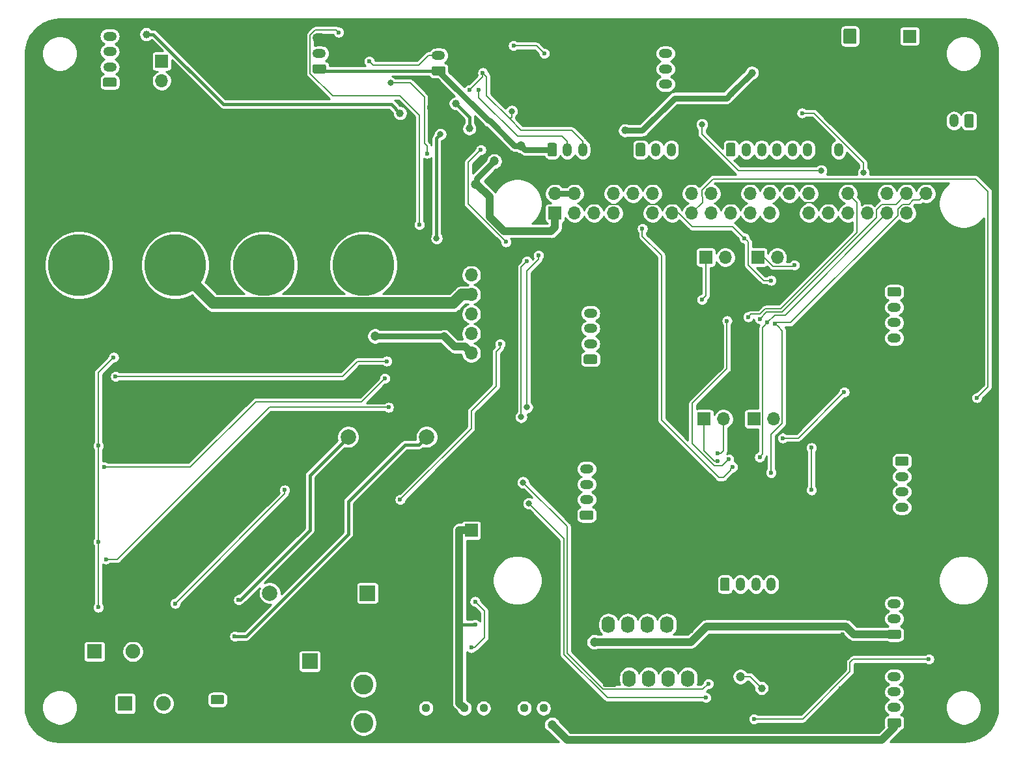
<source format=gbr>
G04 #@! TF.GenerationSoftware,KiCad,Pcbnew,5.1.5-52549c5~86~ubuntu18.04.1*
G04 #@! TF.CreationDate,2020-04-24T23:17:52-07:00*
G04 #@! TF.ProjectId,RPi_Hat,5250695f-4861-4742-9e6b-696361645f70,rev?*
G04 #@! TF.SameCoordinates,Original*
G04 #@! TF.FileFunction,Copper,L2,Bot*
G04 #@! TF.FilePolarity,Positive*
%FSLAX46Y46*%
G04 Gerber Fmt 4.6, Leading zero omitted, Abs format (unit mm)*
G04 Created by KiCad (PCBNEW 5.1.5-52549c5~86~ubuntu18.04.1) date 2020-04-24 23:17:52*
%MOMM*%
%LPD*%
G04 APERTURE LIST*
%ADD10C,8.000000*%
%ADD11R,2.000000X2.000000*%
%ADD12C,2.000000*%
%ADD13C,2.600000*%
%ADD14O,1.750000X1.200000*%
%ADD15C,0.150000*%
%ADD16R,1.700000X1.700000*%
%ADD17O,1.700000X1.700000*%
%ADD18O,1.700000X2.000000*%
%ADD19O,1.740000X2.200000*%
%ADD20R,1.130000X1.130000*%
%ADD21C,1.130000*%
%ADD22O,1.200000X1.750000*%
%ADD23R,1.900000X1.900000*%
%ADD24C,1.900000*%
%ADD25C,0.800000*%
%ADD26C,0.600000*%
%ADD27C,1.000000*%
%ADD28C,1.200000*%
%ADD29C,0.200000*%
%ADD30C,0.400000*%
%ADD31C,0.800000*%
%ADD32C,1.500000*%
%ADD33C,1.000000*%
%ADD34C,0.254000*%
G04 APERTURE END LIST*
D10*
X79000000Y-72500000D03*
X79000000Y-57500000D03*
X67500000Y-72500000D03*
X67500000Y-57500000D03*
X92000000Y-72500000D03*
X92000000Y-57500000D03*
X55000000Y-72500000D03*
X55000000Y-57500000D03*
D11*
X92500000Y-115150000D03*
D12*
X87400000Y-115150000D03*
X100200000Y-94850000D03*
X90000000Y-94850000D03*
X79800000Y-94850000D03*
X79800000Y-115150000D03*
D13*
X92000000Y-127000000D03*
X92000000Y-132000000D03*
D14*
X121500000Y-76750000D03*
X121500000Y-78750000D03*
X121500000Y-80750000D03*
X121500000Y-82750000D03*
G04 #@! TA.AperFunction,ComponentPad*
D15*
G36*
X122149505Y-84151204D02*
G01*
X122173773Y-84154804D01*
X122197572Y-84160765D01*
X122220671Y-84169030D01*
X122242850Y-84179520D01*
X122263893Y-84192132D01*
X122283599Y-84206747D01*
X122301777Y-84223223D01*
X122318253Y-84241401D01*
X122332868Y-84261107D01*
X122345480Y-84282150D01*
X122355970Y-84304329D01*
X122364235Y-84327428D01*
X122370196Y-84351227D01*
X122373796Y-84375495D01*
X122375000Y-84399999D01*
X122375000Y-85100001D01*
X122373796Y-85124505D01*
X122370196Y-85148773D01*
X122364235Y-85172572D01*
X122355970Y-85195671D01*
X122345480Y-85217850D01*
X122332868Y-85238893D01*
X122318253Y-85258599D01*
X122301777Y-85276777D01*
X122283599Y-85293253D01*
X122263893Y-85307868D01*
X122242850Y-85320480D01*
X122220671Y-85330970D01*
X122197572Y-85339235D01*
X122173773Y-85345196D01*
X122149505Y-85348796D01*
X122125001Y-85350000D01*
X120874999Y-85350000D01*
X120850495Y-85348796D01*
X120826227Y-85345196D01*
X120802428Y-85339235D01*
X120779329Y-85330970D01*
X120757150Y-85320480D01*
X120736107Y-85307868D01*
X120716401Y-85293253D01*
X120698223Y-85276777D01*
X120681747Y-85258599D01*
X120667132Y-85238893D01*
X120654520Y-85217850D01*
X120644030Y-85195671D01*
X120635765Y-85172572D01*
X120629804Y-85148773D01*
X120626204Y-85124505D01*
X120625000Y-85100001D01*
X120625000Y-84399999D01*
X120626204Y-84375495D01*
X120629804Y-84351227D01*
X120635765Y-84327428D01*
X120644030Y-84304329D01*
X120654520Y-84282150D01*
X120667132Y-84261107D01*
X120681747Y-84241401D01*
X120698223Y-84223223D01*
X120716401Y-84206747D01*
X120736107Y-84192132D01*
X120757150Y-84179520D01*
X120779329Y-84169030D01*
X120802428Y-84160765D01*
X120826227Y-84154804D01*
X120850495Y-84151204D01*
X120874999Y-84150000D01*
X122125001Y-84150000D01*
X122149505Y-84151204D01*
G37*
G04 #@! TD.AperFunction*
D16*
X116880000Y-65760000D03*
D17*
X116880000Y-63220000D03*
X119420000Y-65760000D03*
X119420000Y-63220000D03*
X121960000Y-65760000D03*
X121960000Y-63220000D03*
X124500000Y-65760000D03*
X124500000Y-63220000D03*
X127040000Y-65760000D03*
X127040000Y-63220000D03*
X129580000Y-65760000D03*
X129580000Y-63220000D03*
X132120000Y-65760000D03*
X132120000Y-63220000D03*
X134660000Y-65760000D03*
X134660000Y-63220000D03*
X137200000Y-65760000D03*
X137200000Y-63220000D03*
X139740000Y-65760000D03*
X139740000Y-63220000D03*
X142280000Y-65760000D03*
X142280000Y-63220000D03*
X144820000Y-65760000D03*
X144820000Y-63220000D03*
X147360000Y-65760000D03*
X147360000Y-63220000D03*
X149900000Y-65760000D03*
X149900000Y-63220000D03*
X152440000Y-65760000D03*
X152440000Y-63220000D03*
X154980000Y-65760000D03*
X154980000Y-63220000D03*
X157520000Y-65760000D03*
X157520000Y-63220000D03*
X160060000Y-65760000D03*
X160060000Y-63220000D03*
X162600000Y-65760000D03*
X162600000Y-63220000D03*
X165140000Y-65760000D03*
X165140000Y-63220000D03*
X139040000Y-71500000D03*
D16*
X136500000Y-71500000D03*
X143250000Y-71500000D03*
D17*
X145790000Y-71500000D03*
G04 #@! TA.AperFunction,ComponentPad*
D15*
G36*
X161649505Y-75401204D02*
G01*
X161673773Y-75404804D01*
X161697572Y-75410765D01*
X161720671Y-75419030D01*
X161742850Y-75429520D01*
X161763893Y-75442132D01*
X161783599Y-75456747D01*
X161801777Y-75473223D01*
X161818253Y-75491401D01*
X161832868Y-75511107D01*
X161845480Y-75532150D01*
X161855970Y-75554329D01*
X161864235Y-75577428D01*
X161870196Y-75601227D01*
X161873796Y-75625495D01*
X161875000Y-75649999D01*
X161875000Y-76350001D01*
X161873796Y-76374505D01*
X161870196Y-76398773D01*
X161864235Y-76422572D01*
X161855970Y-76445671D01*
X161845480Y-76467850D01*
X161832868Y-76488893D01*
X161818253Y-76508599D01*
X161801777Y-76526777D01*
X161783599Y-76543253D01*
X161763893Y-76557868D01*
X161742850Y-76570480D01*
X161720671Y-76580970D01*
X161697572Y-76589235D01*
X161673773Y-76595196D01*
X161649505Y-76598796D01*
X161625001Y-76600000D01*
X160374999Y-76600000D01*
X160350495Y-76598796D01*
X160326227Y-76595196D01*
X160302428Y-76589235D01*
X160279329Y-76580970D01*
X160257150Y-76570480D01*
X160236107Y-76557868D01*
X160216401Y-76543253D01*
X160198223Y-76526777D01*
X160181747Y-76508599D01*
X160167132Y-76488893D01*
X160154520Y-76467850D01*
X160144030Y-76445671D01*
X160135765Y-76422572D01*
X160129804Y-76398773D01*
X160126204Y-76374505D01*
X160125000Y-76350001D01*
X160125000Y-75649999D01*
X160126204Y-75625495D01*
X160129804Y-75601227D01*
X160135765Y-75577428D01*
X160144030Y-75554329D01*
X160154520Y-75532150D01*
X160167132Y-75511107D01*
X160181747Y-75491401D01*
X160198223Y-75473223D01*
X160216401Y-75456747D01*
X160236107Y-75442132D01*
X160257150Y-75429520D01*
X160279329Y-75419030D01*
X160302428Y-75410765D01*
X160326227Y-75404804D01*
X160350495Y-75401204D01*
X160374999Y-75400000D01*
X161625001Y-75400000D01*
X161649505Y-75401204D01*
G37*
G04 #@! TD.AperFunction*
D14*
X161000000Y-78000000D03*
X161000000Y-80000000D03*
X161000000Y-82000000D03*
X161000000Y-84000000D03*
G04 #@! TA.AperFunction,ComponentPad*
D15*
G36*
X131899505Y-42401204D02*
G01*
X131923773Y-42404804D01*
X131947572Y-42410765D01*
X131970671Y-42419030D01*
X131992850Y-42429520D01*
X132013893Y-42442132D01*
X132033599Y-42456747D01*
X132051777Y-42473223D01*
X132068253Y-42491401D01*
X132082868Y-42511107D01*
X132095480Y-42532150D01*
X132105970Y-42554329D01*
X132114235Y-42577428D01*
X132120196Y-42601227D01*
X132123796Y-42625495D01*
X132125000Y-42649999D01*
X132125000Y-43350001D01*
X132123796Y-43374505D01*
X132120196Y-43398773D01*
X132114235Y-43422572D01*
X132105970Y-43445671D01*
X132095480Y-43467850D01*
X132082868Y-43488893D01*
X132068253Y-43508599D01*
X132051777Y-43526777D01*
X132033599Y-43543253D01*
X132013893Y-43557868D01*
X131992850Y-43570480D01*
X131970671Y-43580970D01*
X131947572Y-43589235D01*
X131923773Y-43595196D01*
X131899505Y-43598796D01*
X131875001Y-43600000D01*
X130624999Y-43600000D01*
X130600495Y-43598796D01*
X130576227Y-43595196D01*
X130552428Y-43589235D01*
X130529329Y-43580970D01*
X130507150Y-43570480D01*
X130486107Y-43557868D01*
X130466401Y-43543253D01*
X130448223Y-43526777D01*
X130431747Y-43508599D01*
X130417132Y-43488893D01*
X130404520Y-43467850D01*
X130394030Y-43445671D01*
X130385765Y-43422572D01*
X130379804Y-43398773D01*
X130376204Y-43374505D01*
X130375000Y-43350001D01*
X130375000Y-42649999D01*
X130376204Y-42625495D01*
X130379804Y-42601227D01*
X130385765Y-42577428D01*
X130394030Y-42554329D01*
X130404520Y-42532150D01*
X130417132Y-42511107D01*
X130431747Y-42491401D01*
X130448223Y-42473223D01*
X130466401Y-42456747D01*
X130486107Y-42442132D01*
X130507150Y-42429520D01*
X130529329Y-42419030D01*
X130552428Y-42410765D01*
X130576227Y-42404804D01*
X130600495Y-42401204D01*
X130624999Y-42400000D01*
X131875001Y-42400000D01*
X131899505Y-42401204D01*
G37*
G04 #@! TD.AperFunction*
D14*
X131250000Y-45000000D03*
X131250000Y-47000000D03*
X131250000Y-49000000D03*
X162000000Y-106000000D03*
X162000000Y-104000000D03*
X162000000Y-102000000D03*
X162000000Y-100000000D03*
G04 #@! TA.AperFunction,ComponentPad*
D15*
G36*
X162649505Y-97401204D02*
G01*
X162673773Y-97404804D01*
X162697572Y-97410765D01*
X162720671Y-97419030D01*
X162742850Y-97429520D01*
X162763893Y-97442132D01*
X162783599Y-97456747D01*
X162801777Y-97473223D01*
X162818253Y-97491401D01*
X162832868Y-97511107D01*
X162845480Y-97532150D01*
X162855970Y-97554329D01*
X162864235Y-97577428D01*
X162870196Y-97601227D01*
X162873796Y-97625495D01*
X162875000Y-97649999D01*
X162875000Y-98350001D01*
X162873796Y-98374505D01*
X162870196Y-98398773D01*
X162864235Y-98422572D01*
X162855970Y-98445671D01*
X162845480Y-98467850D01*
X162832868Y-98488893D01*
X162818253Y-98508599D01*
X162801777Y-98526777D01*
X162783599Y-98543253D01*
X162763893Y-98557868D01*
X162742850Y-98570480D01*
X162720671Y-98580970D01*
X162697572Y-98589235D01*
X162673773Y-98595196D01*
X162649505Y-98598796D01*
X162625001Y-98600000D01*
X161374999Y-98600000D01*
X161350495Y-98598796D01*
X161326227Y-98595196D01*
X161302428Y-98589235D01*
X161279329Y-98580970D01*
X161257150Y-98570480D01*
X161236107Y-98557868D01*
X161216401Y-98543253D01*
X161198223Y-98526777D01*
X161181747Y-98508599D01*
X161167132Y-98488893D01*
X161154520Y-98467850D01*
X161144030Y-98445671D01*
X161135765Y-98422572D01*
X161129804Y-98398773D01*
X161126204Y-98374505D01*
X161125000Y-98350001D01*
X161125000Y-97649999D01*
X161126204Y-97625495D01*
X161129804Y-97601227D01*
X161135765Y-97577428D01*
X161144030Y-97554329D01*
X161154520Y-97532150D01*
X161167132Y-97511107D01*
X161181747Y-97491401D01*
X161198223Y-97473223D01*
X161216401Y-97456747D01*
X161236107Y-97442132D01*
X161257150Y-97429520D01*
X161279329Y-97419030D01*
X161302428Y-97410765D01*
X161326227Y-97404804D01*
X161350495Y-97401204D01*
X161374999Y-97400000D01*
X162625001Y-97400000D01*
X162649505Y-97401204D01*
G37*
G04 #@! TD.AperFunction*
G04 #@! TA.AperFunction,ComponentPad*
G36*
X121649505Y-104401204D02*
G01*
X121673773Y-104404804D01*
X121697572Y-104410765D01*
X121720671Y-104419030D01*
X121742850Y-104429520D01*
X121763893Y-104442132D01*
X121783599Y-104456747D01*
X121801777Y-104473223D01*
X121818253Y-104491401D01*
X121832868Y-104511107D01*
X121845480Y-104532150D01*
X121855970Y-104554329D01*
X121864235Y-104577428D01*
X121870196Y-104601227D01*
X121873796Y-104625495D01*
X121875000Y-104649999D01*
X121875000Y-105350001D01*
X121873796Y-105374505D01*
X121870196Y-105398773D01*
X121864235Y-105422572D01*
X121855970Y-105445671D01*
X121845480Y-105467850D01*
X121832868Y-105488893D01*
X121818253Y-105508599D01*
X121801777Y-105526777D01*
X121783599Y-105543253D01*
X121763893Y-105557868D01*
X121742850Y-105570480D01*
X121720671Y-105580970D01*
X121697572Y-105589235D01*
X121673773Y-105595196D01*
X121649505Y-105598796D01*
X121625001Y-105600000D01*
X120374999Y-105600000D01*
X120350495Y-105598796D01*
X120326227Y-105595196D01*
X120302428Y-105589235D01*
X120279329Y-105580970D01*
X120257150Y-105570480D01*
X120236107Y-105557868D01*
X120216401Y-105543253D01*
X120198223Y-105526777D01*
X120181747Y-105508599D01*
X120167132Y-105488893D01*
X120154520Y-105467850D01*
X120144030Y-105445671D01*
X120135765Y-105422572D01*
X120129804Y-105398773D01*
X120126204Y-105374505D01*
X120125000Y-105350001D01*
X120125000Y-104649999D01*
X120126204Y-104625495D01*
X120129804Y-104601227D01*
X120135765Y-104577428D01*
X120144030Y-104554329D01*
X120154520Y-104532150D01*
X120167132Y-104511107D01*
X120181747Y-104491401D01*
X120198223Y-104473223D01*
X120216401Y-104456747D01*
X120236107Y-104442132D01*
X120257150Y-104429520D01*
X120279329Y-104419030D01*
X120302428Y-104410765D01*
X120326227Y-104404804D01*
X120350495Y-104401204D01*
X120374999Y-104400000D01*
X121625001Y-104400000D01*
X121649505Y-104401204D01*
G37*
G04 #@! TD.AperFunction*
D14*
X121000000Y-103000000D03*
X121000000Y-101000000D03*
X121000000Y-99000000D03*
X121000000Y-97000000D03*
D17*
X138790000Y-92500000D03*
D16*
X136250000Y-92500000D03*
X142750000Y-92500000D03*
D17*
X145290000Y-92500000D03*
G04 #@! TA.AperFunction,ComponentPad*
D15*
G36*
X73649505Y-128401204D02*
G01*
X73673773Y-128404804D01*
X73697572Y-128410765D01*
X73720671Y-128419030D01*
X73742850Y-128429520D01*
X73763893Y-128442132D01*
X73783599Y-128456747D01*
X73801777Y-128473223D01*
X73818253Y-128491401D01*
X73832868Y-128511107D01*
X73845480Y-128532150D01*
X73855970Y-128554329D01*
X73864235Y-128577428D01*
X73870196Y-128601227D01*
X73873796Y-128625495D01*
X73875000Y-128649999D01*
X73875000Y-129350001D01*
X73873796Y-129374505D01*
X73870196Y-129398773D01*
X73864235Y-129422572D01*
X73855970Y-129445671D01*
X73845480Y-129467850D01*
X73832868Y-129488893D01*
X73818253Y-129508599D01*
X73801777Y-129526777D01*
X73783599Y-129543253D01*
X73763893Y-129557868D01*
X73742850Y-129570480D01*
X73720671Y-129580970D01*
X73697572Y-129589235D01*
X73673773Y-129595196D01*
X73649505Y-129598796D01*
X73625001Y-129600000D01*
X72374999Y-129600000D01*
X72350495Y-129598796D01*
X72326227Y-129595196D01*
X72302428Y-129589235D01*
X72279329Y-129580970D01*
X72257150Y-129570480D01*
X72236107Y-129557868D01*
X72216401Y-129543253D01*
X72198223Y-129526777D01*
X72181747Y-129508599D01*
X72167132Y-129488893D01*
X72154520Y-129467850D01*
X72144030Y-129445671D01*
X72135765Y-129422572D01*
X72129804Y-129398773D01*
X72126204Y-129374505D01*
X72125000Y-129350001D01*
X72125000Y-128649999D01*
X72126204Y-128625495D01*
X72129804Y-128601227D01*
X72135765Y-128577428D01*
X72144030Y-128554329D01*
X72154520Y-128532150D01*
X72167132Y-128511107D01*
X72181747Y-128491401D01*
X72198223Y-128473223D01*
X72216401Y-128456747D01*
X72236107Y-128442132D01*
X72257150Y-128429520D01*
X72279329Y-128419030D01*
X72302428Y-128410765D01*
X72326227Y-128404804D01*
X72350495Y-128401204D01*
X72374999Y-128400000D01*
X73625001Y-128400000D01*
X73649505Y-128401204D01*
G37*
G04 #@! TD.AperFunction*
D14*
X73000000Y-127000000D03*
D11*
X85000000Y-124000000D03*
D12*
X80000000Y-124000000D03*
D16*
X163000000Y-42750000D03*
D17*
X163000000Y-45290000D03*
G04 #@! TA.AperFunction,ComponentPad*
D15*
G36*
X155874504Y-41751204D02*
G01*
X155898773Y-41754804D01*
X155922571Y-41760765D01*
X155945671Y-41769030D01*
X155967849Y-41779520D01*
X155988893Y-41792133D01*
X156008598Y-41806747D01*
X156026777Y-41823223D01*
X156043253Y-41841402D01*
X156057867Y-41861107D01*
X156070480Y-41882151D01*
X156080970Y-41904329D01*
X156089235Y-41927429D01*
X156095196Y-41951227D01*
X156098796Y-41975496D01*
X156100000Y-42000000D01*
X156100000Y-43500000D01*
X156098796Y-43524504D01*
X156095196Y-43548773D01*
X156089235Y-43572571D01*
X156080970Y-43595671D01*
X156070480Y-43617849D01*
X156057867Y-43638893D01*
X156043253Y-43658598D01*
X156026777Y-43676777D01*
X156008598Y-43693253D01*
X155988893Y-43707867D01*
X155967849Y-43720480D01*
X155945671Y-43730970D01*
X155922571Y-43739235D01*
X155898773Y-43745196D01*
X155874504Y-43748796D01*
X155850000Y-43750000D01*
X154650000Y-43750000D01*
X154625496Y-43748796D01*
X154601227Y-43745196D01*
X154577429Y-43739235D01*
X154554329Y-43730970D01*
X154532151Y-43720480D01*
X154511107Y-43707867D01*
X154491402Y-43693253D01*
X154473223Y-43676777D01*
X154456747Y-43658598D01*
X154442133Y-43638893D01*
X154429520Y-43617849D01*
X154419030Y-43595671D01*
X154410765Y-43572571D01*
X154404804Y-43548773D01*
X154401204Y-43524504D01*
X154400000Y-43500000D01*
X154400000Y-42000000D01*
X154401204Y-41975496D01*
X154404804Y-41951227D01*
X154410765Y-41927429D01*
X154419030Y-41904329D01*
X154429520Y-41882151D01*
X154442133Y-41861107D01*
X154456747Y-41841402D01*
X154473223Y-41823223D01*
X154491402Y-41806747D01*
X154511107Y-41792133D01*
X154532151Y-41779520D01*
X154554329Y-41769030D01*
X154577429Y-41760765D01*
X154601227Y-41754804D01*
X154625496Y-41751204D01*
X154650000Y-41750000D01*
X155850000Y-41750000D01*
X155874504Y-41751204D01*
G37*
G04 #@! TD.AperFunction*
D18*
X157750000Y-42750000D03*
G04 #@! TA.AperFunction,ComponentPad*
D15*
G36*
X161649505Y-131401204D02*
G01*
X161673773Y-131404804D01*
X161697572Y-131410765D01*
X161720671Y-131419030D01*
X161742850Y-131429520D01*
X161763893Y-131442132D01*
X161783599Y-131456747D01*
X161801777Y-131473223D01*
X161818253Y-131491401D01*
X161832868Y-131511107D01*
X161845480Y-131532150D01*
X161855970Y-131554329D01*
X161864235Y-131577428D01*
X161870196Y-131601227D01*
X161873796Y-131625495D01*
X161875000Y-131649999D01*
X161875000Y-132350001D01*
X161873796Y-132374505D01*
X161870196Y-132398773D01*
X161864235Y-132422572D01*
X161855970Y-132445671D01*
X161845480Y-132467850D01*
X161832868Y-132488893D01*
X161818253Y-132508599D01*
X161801777Y-132526777D01*
X161783599Y-132543253D01*
X161763893Y-132557868D01*
X161742850Y-132570480D01*
X161720671Y-132580970D01*
X161697572Y-132589235D01*
X161673773Y-132595196D01*
X161649505Y-132598796D01*
X161625001Y-132600000D01*
X160374999Y-132600000D01*
X160350495Y-132598796D01*
X160326227Y-132595196D01*
X160302428Y-132589235D01*
X160279329Y-132580970D01*
X160257150Y-132570480D01*
X160236107Y-132557868D01*
X160216401Y-132543253D01*
X160198223Y-132526777D01*
X160181747Y-132508599D01*
X160167132Y-132488893D01*
X160154520Y-132467850D01*
X160144030Y-132445671D01*
X160135765Y-132422572D01*
X160129804Y-132398773D01*
X160126204Y-132374505D01*
X160125000Y-132350001D01*
X160125000Y-131649999D01*
X160126204Y-131625495D01*
X160129804Y-131601227D01*
X160135765Y-131577428D01*
X160144030Y-131554329D01*
X160154520Y-131532150D01*
X160167132Y-131511107D01*
X160181747Y-131491401D01*
X160198223Y-131473223D01*
X160216401Y-131456747D01*
X160236107Y-131442132D01*
X160257150Y-131429520D01*
X160279329Y-131419030D01*
X160302428Y-131410765D01*
X160326227Y-131404804D01*
X160350495Y-131401204D01*
X160374999Y-131400000D01*
X161625001Y-131400000D01*
X161649505Y-131401204D01*
G37*
G04 #@! TD.AperFunction*
D14*
X161000000Y-130000000D03*
X161000000Y-128000000D03*
X161000000Y-126000000D03*
G04 #@! TA.AperFunction,ComponentPad*
D15*
G36*
X134644505Y-118151204D02*
G01*
X134668773Y-118154804D01*
X134692572Y-118160765D01*
X134715671Y-118169030D01*
X134737850Y-118179520D01*
X134758893Y-118192132D01*
X134778599Y-118206747D01*
X134796777Y-118223223D01*
X134813253Y-118241401D01*
X134827868Y-118261107D01*
X134840480Y-118282150D01*
X134850970Y-118304329D01*
X134859235Y-118327428D01*
X134865196Y-118351227D01*
X134868796Y-118375495D01*
X134870000Y-118399999D01*
X134870000Y-120100001D01*
X134868796Y-120124505D01*
X134865196Y-120148773D01*
X134859235Y-120172572D01*
X134850970Y-120195671D01*
X134840480Y-120217850D01*
X134827868Y-120238893D01*
X134813253Y-120258599D01*
X134796777Y-120276777D01*
X134778599Y-120293253D01*
X134758893Y-120307868D01*
X134737850Y-120320480D01*
X134715671Y-120330970D01*
X134692572Y-120339235D01*
X134668773Y-120345196D01*
X134644505Y-120348796D01*
X134620001Y-120350000D01*
X133379999Y-120350000D01*
X133355495Y-120348796D01*
X133331227Y-120345196D01*
X133307428Y-120339235D01*
X133284329Y-120330970D01*
X133262150Y-120320480D01*
X133241107Y-120307868D01*
X133221401Y-120293253D01*
X133203223Y-120276777D01*
X133186747Y-120258599D01*
X133172132Y-120238893D01*
X133159520Y-120217850D01*
X133149030Y-120195671D01*
X133140765Y-120172572D01*
X133134804Y-120148773D01*
X133131204Y-120124505D01*
X133130000Y-120100001D01*
X133130000Y-118399999D01*
X133131204Y-118375495D01*
X133134804Y-118351227D01*
X133140765Y-118327428D01*
X133149030Y-118304329D01*
X133159520Y-118282150D01*
X133172132Y-118261107D01*
X133186747Y-118241401D01*
X133203223Y-118223223D01*
X133221401Y-118206747D01*
X133241107Y-118192132D01*
X133262150Y-118179520D01*
X133284329Y-118169030D01*
X133307428Y-118160765D01*
X133331227Y-118154804D01*
X133355495Y-118151204D01*
X133379999Y-118150000D01*
X134620001Y-118150000D01*
X134644505Y-118151204D01*
G37*
G04 #@! TD.AperFunction*
D19*
X131460000Y-119250000D03*
X128920000Y-119250000D03*
X126380000Y-119250000D03*
X123840000Y-119250000D03*
X134160000Y-126250000D03*
X131620000Y-126250000D03*
X129080000Y-126250000D03*
X126540000Y-126250000D03*
G04 #@! TA.AperFunction,ComponentPad*
D15*
G36*
X124644505Y-125151204D02*
G01*
X124668773Y-125154804D01*
X124692572Y-125160765D01*
X124715671Y-125169030D01*
X124737850Y-125179520D01*
X124758893Y-125192132D01*
X124778599Y-125206747D01*
X124796777Y-125223223D01*
X124813253Y-125241401D01*
X124827868Y-125261107D01*
X124840480Y-125282150D01*
X124850970Y-125304329D01*
X124859235Y-125327428D01*
X124865196Y-125351227D01*
X124868796Y-125375495D01*
X124870000Y-125399999D01*
X124870000Y-127100001D01*
X124868796Y-127124505D01*
X124865196Y-127148773D01*
X124859235Y-127172572D01*
X124850970Y-127195671D01*
X124840480Y-127217850D01*
X124827868Y-127238893D01*
X124813253Y-127258599D01*
X124796777Y-127276777D01*
X124778599Y-127293253D01*
X124758893Y-127307868D01*
X124737850Y-127320480D01*
X124715671Y-127330970D01*
X124692572Y-127339235D01*
X124668773Y-127345196D01*
X124644505Y-127348796D01*
X124620001Y-127350000D01*
X123379999Y-127350000D01*
X123355495Y-127348796D01*
X123331227Y-127345196D01*
X123307428Y-127339235D01*
X123284329Y-127330970D01*
X123262150Y-127320480D01*
X123241107Y-127307868D01*
X123221401Y-127293253D01*
X123203223Y-127276777D01*
X123186747Y-127258599D01*
X123172132Y-127238893D01*
X123159520Y-127217850D01*
X123149030Y-127195671D01*
X123140765Y-127172572D01*
X123134804Y-127148773D01*
X123131204Y-127124505D01*
X123130000Y-127100001D01*
X123130000Y-125399999D01*
X123131204Y-125375495D01*
X123134804Y-125351227D01*
X123140765Y-125327428D01*
X123149030Y-125304329D01*
X123159520Y-125282150D01*
X123172132Y-125261107D01*
X123186747Y-125241401D01*
X123203223Y-125223223D01*
X123221401Y-125206747D01*
X123241107Y-125192132D01*
X123262150Y-125179520D01*
X123284329Y-125169030D01*
X123307428Y-125160765D01*
X123331227Y-125154804D01*
X123355495Y-125151204D01*
X123379999Y-125150000D01*
X124620001Y-125150000D01*
X124644505Y-125151204D01*
G37*
G04 #@! TD.AperFunction*
D20*
X117900000Y-130100000D03*
D21*
X115400000Y-130100000D03*
X112900000Y-130100000D03*
X100100000Y-130100000D03*
X107600000Y-130100000D03*
X105100000Y-130100000D03*
X102600000Y-130100000D03*
G04 #@! TA.AperFunction,ComponentPad*
D15*
G36*
X171124505Y-52876204D02*
G01*
X171148773Y-52879804D01*
X171172572Y-52885765D01*
X171195671Y-52894030D01*
X171217850Y-52904520D01*
X171238893Y-52917132D01*
X171258599Y-52931747D01*
X171276777Y-52948223D01*
X171293253Y-52966401D01*
X171307868Y-52986107D01*
X171320480Y-53007150D01*
X171330970Y-53029329D01*
X171339235Y-53052428D01*
X171345196Y-53076227D01*
X171348796Y-53100495D01*
X171350000Y-53124999D01*
X171350000Y-54375001D01*
X171348796Y-54399505D01*
X171345196Y-54423773D01*
X171339235Y-54447572D01*
X171330970Y-54470671D01*
X171320480Y-54492850D01*
X171307868Y-54513893D01*
X171293253Y-54533599D01*
X171276777Y-54551777D01*
X171258599Y-54568253D01*
X171238893Y-54582868D01*
X171217850Y-54595480D01*
X171195671Y-54605970D01*
X171172572Y-54614235D01*
X171148773Y-54620196D01*
X171124505Y-54623796D01*
X171100001Y-54625000D01*
X170399999Y-54625000D01*
X170375495Y-54623796D01*
X170351227Y-54620196D01*
X170327428Y-54614235D01*
X170304329Y-54605970D01*
X170282150Y-54595480D01*
X170261107Y-54582868D01*
X170241401Y-54568253D01*
X170223223Y-54551777D01*
X170206747Y-54533599D01*
X170192132Y-54513893D01*
X170179520Y-54492850D01*
X170169030Y-54470671D01*
X170160765Y-54447572D01*
X170154804Y-54423773D01*
X170151204Y-54399505D01*
X170150000Y-54375001D01*
X170150000Y-53124999D01*
X170151204Y-53100495D01*
X170154804Y-53076227D01*
X170160765Y-53052428D01*
X170169030Y-53029329D01*
X170179520Y-53007150D01*
X170192132Y-52986107D01*
X170206747Y-52966401D01*
X170223223Y-52948223D01*
X170241401Y-52931747D01*
X170261107Y-52917132D01*
X170282150Y-52904520D01*
X170304329Y-52894030D01*
X170327428Y-52885765D01*
X170351227Y-52879804D01*
X170375495Y-52876204D01*
X170399999Y-52875000D01*
X171100001Y-52875000D01*
X171124505Y-52876204D01*
G37*
G04 #@! TD.AperFunction*
D22*
X168750000Y-53750000D03*
D16*
X106000000Y-86500000D03*
D17*
X106000000Y-83960000D03*
X106000000Y-81420000D03*
X106000000Y-78880000D03*
X106000000Y-76340000D03*
X106000000Y-73800000D03*
D22*
X134000000Y-57500000D03*
X132000000Y-57500000D03*
X130000000Y-57500000D03*
G04 #@! TA.AperFunction,ComponentPad*
D15*
G36*
X128374505Y-56626204D02*
G01*
X128398773Y-56629804D01*
X128422572Y-56635765D01*
X128445671Y-56644030D01*
X128467850Y-56654520D01*
X128488893Y-56667132D01*
X128508599Y-56681747D01*
X128526777Y-56698223D01*
X128543253Y-56716401D01*
X128557868Y-56736107D01*
X128570480Y-56757150D01*
X128580970Y-56779329D01*
X128589235Y-56802428D01*
X128595196Y-56826227D01*
X128598796Y-56850495D01*
X128600000Y-56874999D01*
X128600000Y-58125001D01*
X128598796Y-58149505D01*
X128595196Y-58173773D01*
X128589235Y-58197572D01*
X128580970Y-58220671D01*
X128570480Y-58242850D01*
X128557868Y-58263893D01*
X128543253Y-58283599D01*
X128526777Y-58301777D01*
X128508599Y-58318253D01*
X128488893Y-58332868D01*
X128467850Y-58345480D01*
X128445671Y-58355970D01*
X128422572Y-58364235D01*
X128398773Y-58370196D01*
X128374505Y-58373796D01*
X128350001Y-58375000D01*
X127649999Y-58375000D01*
X127625495Y-58373796D01*
X127601227Y-58370196D01*
X127577428Y-58364235D01*
X127554329Y-58355970D01*
X127532150Y-58345480D01*
X127511107Y-58332868D01*
X127491401Y-58318253D01*
X127473223Y-58301777D01*
X127456747Y-58283599D01*
X127442132Y-58263893D01*
X127429520Y-58242850D01*
X127419030Y-58220671D01*
X127410765Y-58197572D01*
X127404804Y-58173773D01*
X127401204Y-58149505D01*
X127400000Y-58125001D01*
X127400000Y-56874999D01*
X127401204Y-56850495D01*
X127404804Y-56826227D01*
X127410765Y-56802428D01*
X127419030Y-56779329D01*
X127429520Y-56757150D01*
X127442132Y-56736107D01*
X127456747Y-56716401D01*
X127473223Y-56698223D01*
X127491401Y-56681747D01*
X127511107Y-56667132D01*
X127532150Y-56654520D01*
X127554329Y-56644030D01*
X127577428Y-56635765D01*
X127601227Y-56629804D01*
X127625495Y-56626204D01*
X127649999Y-56625000D01*
X128350001Y-56625000D01*
X128374505Y-56626204D01*
G37*
G04 #@! TD.AperFunction*
G04 #@! TA.AperFunction,ComponentPad*
G36*
X116874505Y-56626204D02*
G01*
X116898773Y-56629804D01*
X116922572Y-56635765D01*
X116945671Y-56644030D01*
X116967850Y-56654520D01*
X116988893Y-56667132D01*
X117008599Y-56681747D01*
X117026777Y-56698223D01*
X117043253Y-56716401D01*
X117057868Y-56736107D01*
X117070480Y-56757150D01*
X117080970Y-56779329D01*
X117089235Y-56802428D01*
X117095196Y-56826227D01*
X117098796Y-56850495D01*
X117100000Y-56874999D01*
X117100000Y-58125001D01*
X117098796Y-58149505D01*
X117095196Y-58173773D01*
X117089235Y-58197572D01*
X117080970Y-58220671D01*
X117070480Y-58242850D01*
X117057868Y-58263893D01*
X117043253Y-58283599D01*
X117026777Y-58301777D01*
X117008599Y-58318253D01*
X116988893Y-58332868D01*
X116967850Y-58345480D01*
X116945671Y-58355970D01*
X116922572Y-58364235D01*
X116898773Y-58370196D01*
X116874505Y-58373796D01*
X116850001Y-58375000D01*
X116149999Y-58375000D01*
X116125495Y-58373796D01*
X116101227Y-58370196D01*
X116077428Y-58364235D01*
X116054329Y-58355970D01*
X116032150Y-58345480D01*
X116011107Y-58332868D01*
X115991401Y-58318253D01*
X115973223Y-58301777D01*
X115956747Y-58283599D01*
X115942132Y-58263893D01*
X115929520Y-58242850D01*
X115919030Y-58220671D01*
X115910765Y-58197572D01*
X115904804Y-58173773D01*
X115901204Y-58149505D01*
X115900000Y-58125001D01*
X115900000Y-56874999D01*
X115901204Y-56850495D01*
X115904804Y-56826227D01*
X115910765Y-56802428D01*
X115919030Y-56779329D01*
X115929520Y-56757150D01*
X115942132Y-56736107D01*
X115956747Y-56716401D01*
X115973223Y-56698223D01*
X115991401Y-56681747D01*
X116011107Y-56667132D01*
X116032150Y-56654520D01*
X116054329Y-56644030D01*
X116077428Y-56635765D01*
X116101227Y-56629804D01*
X116125495Y-56626204D01*
X116149999Y-56625000D01*
X116850001Y-56625000D01*
X116874505Y-56626204D01*
G37*
G04 #@! TD.AperFunction*
D22*
X118500000Y-57500000D03*
X120500000Y-57500000D03*
X122500000Y-57500000D03*
G04 #@! TA.AperFunction,ComponentPad*
D15*
G36*
X86899505Y-46401204D02*
G01*
X86923773Y-46404804D01*
X86947572Y-46410765D01*
X86970671Y-46419030D01*
X86992850Y-46429520D01*
X87013893Y-46442132D01*
X87033599Y-46456747D01*
X87051777Y-46473223D01*
X87068253Y-46491401D01*
X87082868Y-46511107D01*
X87095480Y-46532150D01*
X87105970Y-46554329D01*
X87114235Y-46577428D01*
X87120196Y-46601227D01*
X87123796Y-46625495D01*
X87125000Y-46649999D01*
X87125000Y-47350001D01*
X87123796Y-47374505D01*
X87120196Y-47398773D01*
X87114235Y-47422572D01*
X87105970Y-47445671D01*
X87095480Y-47467850D01*
X87082868Y-47488893D01*
X87068253Y-47508599D01*
X87051777Y-47526777D01*
X87033599Y-47543253D01*
X87013893Y-47557868D01*
X86992850Y-47570480D01*
X86970671Y-47580970D01*
X86947572Y-47589235D01*
X86923773Y-47595196D01*
X86899505Y-47598796D01*
X86875001Y-47600000D01*
X85624999Y-47600000D01*
X85600495Y-47598796D01*
X85576227Y-47595196D01*
X85552428Y-47589235D01*
X85529329Y-47580970D01*
X85507150Y-47570480D01*
X85486107Y-47557868D01*
X85466401Y-47543253D01*
X85448223Y-47526777D01*
X85431747Y-47508599D01*
X85417132Y-47488893D01*
X85404520Y-47467850D01*
X85394030Y-47445671D01*
X85385765Y-47422572D01*
X85379804Y-47398773D01*
X85376204Y-47374505D01*
X85375000Y-47350001D01*
X85375000Y-46649999D01*
X85376204Y-46625495D01*
X85379804Y-46601227D01*
X85385765Y-46577428D01*
X85394030Y-46554329D01*
X85404520Y-46532150D01*
X85417132Y-46511107D01*
X85431747Y-46491401D01*
X85448223Y-46473223D01*
X85466401Y-46456747D01*
X85486107Y-46442132D01*
X85507150Y-46429520D01*
X85529329Y-46419030D01*
X85552428Y-46410765D01*
X85576227Y-46404804D01*
X85600495Y-46401204D01*
X85624999Y-46400000D01*
X86875001Y-46400000D01*
X86899505Y-46401204D01*
G37*
G04 #@! TD.AperFunction*
D14*
X86250000Y-45000000D03*
X86250000Y-43000000D03*
G04 #@! TA.AperFunction,ComponentPad*
D15*
G36*
X139374505Y-113126204D02*
G01*
X139398773Y-113129804D01*
X139422572Y-113135765D01*
X139445671Y-113144030D01*
X139467850Y-113154520D01*
X139488893Y-113167132D01*
X139508599Y-113181747D01*
X139526777Y-113198223D01*
X139543253Y-113216401D01*
X139557868Y-113236107D01*
X139570480Y-113257150D01*
X139580970Y-113279329D01*
X139589235Y-113302428D01*
X139595196Y-113326227D01*
X139598796Y-113350495D01*
X139600000Y-113374999D01*
X139600000Y-114625001D01*
X139598796Y-114649505D01*
X139595196Y-114673773D01*
X139589235Y-114697572D01*
X139580970Y-114720671D01*
X139570480Y-114742850D01*
X139557868Y-114763893D01*
X139543253Y-114783599D01*
X139526777Y-114801777D01*
X139508599Y-114818253D01*
X139488893Y-114832868D01*
X139467850Y-114845480D01*
X139445671Y-114855970D01*
X139422572Y-114864235D01*
X139398773Y-114870196D01*
X139374505Y-114873796D01*
X139350001Y-114875000D01*
X138649999Y-114875000D01*
X138625495Y-114873796D01*
X138601227Y-114870196D01*
X138577428Y-114864235D01*
X138554329Y-114855970D01*
X138532150Y-114845480D01*
X138511107Y-114832868D01*
X138491401Y-114818253D01*
X138473223Y-114801777D01*
X138456747Y-114783599D01*
X138442132Y-114763893D01*
X138429520Y-114742850D01*
X138419030Y-114720671D01*
X138410765Y-114697572D01*
X138404804Y-114673773D01*
X138401204Y-114649505D01*
X138400000Y-114625001D01*
X138400000Y-113374999D01*
X138401204Y-113350495D01*
X138404804Y-113326227D01*
X138410765Y-113302428D01*
X138419030Y-113279329D01*
X138429520Y-113257150D01*
X138442132Y-113236107D01*
X138456747Y-113216401D01*
X138473223Y-113198223D01*
X138491401Y-113181747D01*
X138511107Y-113167132D01*
X138532150Y-113154520D01*
X138554329Y-113144030D01*
X138577428Y-113135765D01*
X138601227Y-113129804D01*
X138625495Y-113126204D01*
X138649999Y-113125000D01*
X139350001Y-113125000D01*
X139374505Y-113126204D01*
G37*
G04 #@! TD.AperFunction*
D22*
X141000000Y-114000000D03*
X143000000Y-114000000D03*
X145000000Y-114000000D03*
X147000000Y-114000000D03*
D14*
X101750000Y-43250000D03*
X101750000Y-45250000D03*
G04 #@! TA.AperFunction,ComponentPad*
D15*
G36*
X102399505Y-46651204D02*
G01*
X102423773Y-46654804D01*
X102447572Y-46660765D01*
X102470671Y-46669030D01*
X102492850Y-46679520D01*
X102513893Y-46692132D01*
X102533599Y-46706747D01*
X102551777Y-46723223D01*
X102568253Y-46741401D01*
X102582868Y-46761107D01*
X102595480Y-46782150D01*
X102605970Y-46804329D01*
X102614235Y-46827428D01*
X102620196Y-46851227D01*
X102623796Y-46875495D01*
X102625000Y-46899999D01*
X102625000Y-47600001D01*
X102623796Y-47624505D01*
X102620196Y-47648773D01*
X102614235Y-47672572D01*
X102605970Y-47695671D01*
X102595480Y-47717850D01*
X102582868Y-47738893D01*
X102568253Y-47758599D01*
X102551777Y-47776777D01*
X102533599Y-47793253D01*
X102513893Y-47807868D01*
X102492850Y-47820480D01*
X102470671Y-47830970D01*
X102447572Y-47839235D01*
X102423773Y-47845196D01*
X102399505Y-47848796D01*
X102375001Y-47850000D01*
X101124999Y-47850000D01*
X101100495Y-47848796D01*
X101076227Y-47845196D01*
X101052428Y-47839235D01*
X101029329Y-47830970D01*
X101007150Y-47820480D01*
X100986107Y-47807868D01*
X100966401Y-47793253D01*
X100948223Y-47776777D01*
X100931747Y-47758599D01*
X100917132Y-47738893D01*
X100904520Y-47717850D01*
X100894030Y-47695671D01*
X100885765Y-47672572D01*
X100879804Y-47648773D01*
X100876204Y-47624505D01*
X100875000Y-47600001D01*
X100875000Y-46899999D01*
X100876204Y-46875495D01*
X100879804Y-46851227D01*
X100885765Y-46827428D01*
X100894030Y-46804329D01*
X100904520Y-46782150D01*
X100917132Y-46761107D01*
X100931747Y-46741401D01*
X100948223Y-46723223D01*
X100966401Y-46706747D01*
X100986107Y-46692132D01*
X101007150Y-46679520D01*
X101029329Y-46669030D01*
X101052428Y-46660765D01*
X101076227Y-46654804D01*
X101100495Y-46651204D01*
X101124999Y-46650000D01*
X102375001Y-46650000D01*
X102399505Y-46651204D01*
G37*
G04 #@! TD.AperFunction*
G04 #@! TA.AperFunction,ComponentPad*
G36*
X161649505Y-119901204D02*
G01*
X161673773Y-119904804D01*
X161697572Y-119910765D01*
X161720671Y-119919030D01*
X161742850Y-119929520D01*
X161763893Y-119942132D01*
X161783599Y-119956747D01*
X161801777Y-119973223D01*
X161818253Y-119991401D01*
X161832868Y-120011107D01*
X161845480Y-120032150D01*
X161855970Y-120054329D01*
X161864235Y-120077428D01*
X161870196Y-120101227D01*
X161873796Y-120125495D01*
X161875000Y-120149999D01*
X161875000Y-120850001D01*
X161873796Y-120874505D01*
X161870196Y-120898773D01*
X161864235Y-120922572D01*
X161855970Y-120945671D01*
X161845480Y-120967850D01*
X161832868Y-120988893D01*
X161818253Y-121008599D01*
X161801777Y-121026777D01*
X161783599Y-121043253D01*
X161763893Y-121057868D01*
X161742850Y-121070480D01*
X161720671Y-121080970D01*
X161697572Y-121089235D01*
X161673773Y-121095196D01*
X161649505Y-121098796D01*
X161625001Y-121100000D01*
X160374999Y-121100000D01*
X160350495Y-121098796D01*
X160326227Y-121095196D01*
X160302428Y-121089235D01*
X160279329Y-121080970D01*
X160257150Y-121070480D01*
X160236107Y-121057868D01*
X160216401Y-121043253D01*
X160198223Y-121026777D01*
X160181747Y-121008599D01*
X160167132Y-120988893D01*
X160154520Y-120967850D01*
X160144030Y-120945671D01*
X160135765Y-120922572D01*
X160129804Y-120898773D01*
X160126204Y-120874505D01*
X160125000Y-120850001D01*
X160125000Y-120149999D01*
X160126204Y-120125495D01*
X160129804Y-120101227D01*
X160135765Y-120077428D01*
X160144030Y-120054329D01*
X160154520Y-120032150D01*
X160167132Y-120011107D01*
X160181747Y-119991401D01*
X160198223Y-119973223D01*
X160216401Y-119956747D01*
X160236107Y-119942132D01*
X160257150Y-119929520D01*
X160279329Y-119919030D01*
X160302428Y-119910765D01*
X160326227Y-119904804D01*
X160350495Y-119901204D01*
X160374999Y-119900000D01*
X161625001Y-119900000D01*
X161649505Y-119901204D01*
G37*
G04 #@! TD.AperFunction*
D14*
X161000000Y-118500000D03*
X161000000Y-116500000D03*
X161000000Y-114500000D03*
D16*
X106000000Y-107000000D03*
D17*
X108540000Y-107000000D03*
D23*
X61000000Y-129500000D03*
D24*
X63500000Y-129500000D03*
X66000000Y-129500000D03*
X62000000Y-122750000D03*
X59500000Y-122750000D03*
D23*
X57000000Y-122750000D03*
G04 #@! TA.AperFunction,ComponentPad*
D15*
G36*
X140124505Y-56626204D02*
G01*
X140148773Y-56629804D01*
X140172572Y-56635765D01*
X140195671Y-56644030D01*
X140217850Y-56654520D01*
X140238893Y-56667132D01*
X140258599Y-56681747D01*
X140276777Y-56698223D01*
X140293253Y-56716401D01*
X140307868Y-56736107D01*
X140320480Y-56757150D01*
X140330970Y-56779329D01*
X140339235Y-56802428D01*
X140345196Y-56826227D01*
X140348796Y-56850495D01*
X140350000Y-56874999D01*
X140350000Y-58125001D01*
X140348796Y-58149505D01*
X140345196Y-58173773D01*
X140339235Y-58197572D01*
X140330970Y-58220671D01*
X140320480Y-58242850D01*
X140307868Y-58263893D01*
X140293253Y-58283599D01*
X140276777Y-58301777D01*
X140258599Y-58318253D01*
X140238893Y-58332868D01*
X140217850Y-58345480D01*
X140195671Y-58355970D01*
X140172572Y-58364235D01*
X140148773Y-58370196D01*
X140124505Y-58373796D01*
X140100001Y-58375000D01*
X139399999Y-58375000D01*
X139375495Y-58373796D01*
X139351227Y-58370196D01*
X139327428Y-58364235D01*
X139304329Y-58355970D01*
X139282150Y-58345480D01*
X139261107Y-58332868D01*
X139241401Y-58318253D01*
X139223223Y-58301777D01*
X139206747Y-58283599D01*
X139192132Y-58263893D01*
X139179520Y-58242850D01*
X139169030Y-58220671D01*
X139160765Y-58197572D01*
X139154804Y-58173773D01*
X139151204Y-58149505D01*
X139150000Y-58125001D01*
X139150000Y-56874999D01*
X139151204Y-56850495D01*
X139154804Y-56826227D01*
X139160765Y-56802428D01*
X139169030Y-56779329D01*
X139179520Y-56757150D01*
X139192132Y-56736107D01*
X139206747Y-56716401D01*
X139223223Y-56698223D01*
X139241401Y-56681747D01*
X139261107Y-56667132D01*
X139282150Y-56654520D01*
X139304329Y-56644030D01*
X139327428Y-56635765D01*
X139351227Y-56629804D01*
X139375495Y-56626204D01*
X139399999Y-56625000D01*
X140100001Y-56625000D01*
X140124505Y-56626204D01*
G37*
G04 #@! TD.AperFunction*
D22*
X141750000Y-57500000D03*
X143750000Y-57500000D03*
X145750000Y-57500000D03*
X147750000Y-57500000D03*
X149750000Y-57500000D03*
X151750000Y-57500000D03*
X153750000Y-57500000D03*
D16*
X65750000Y-46000000D03*
D17*
X65750000Y-48540000D03*
G04 #@! TA.AperFunction,ComponentPad*
D15*
G36*
X59649505Y-48151204D02*
G01*
X59673773Y-48154804D01*
X59697572Y-48160765D01*
X59720671Y-48169030D01*
X59742850Y-48179520D01*
X59763893Y-48192132D01*
X59783599Y-48206747D01*
X59801777Y-48223223D01*
X59818253Y-48241401D01*
X59832868Y-48261107D01*
X59845480Y-48282150D01*
X59855970Y-48304329D01*
X59864235Y-48327428D01*
X59870196Y-48351227D01*
X59873796Y-48375495D01*
X59875000Y-48399999D01*
X59875000Y-49100001D01*
X59873796Y-49124505D01*
X59870196Y-49148773D01*
X59864235Y-49172572D01*
X59855970Y-49195671D01*
X59845480Y-49217850D01*
X59832868Y-49238893D01*
X59818253Y-49258599D01*
X59801777Y-49276777D01*
X59783599Y-49293253D01*
X59763893Y-49307868D01*
X59742850Y-49320480D01*
X59720671Y-49330970D01*
X59697572Y-49339235D01*
X59673773Y-49345196D01*
X59649505Y-49348796D01*
X59625001Y-49350000D01*
X58374999Y-49350000D01*
X58350495Y-49348796D01*
X58326227Y-49345196D01*
X58302428Y-49339235D01*
X58279329Y-49330970D01*
X58257150Y-49320480D01*
X58236107Y-49307868D01*
X58216401Y-49293253D01*
X58198223Y-49276777D01*
X58181747Y-49258599D01*
X58167132Y-49238893D01*
X58154520Y-49217850D01*
X58144030Y-49195671D01*
X58135765Y-49172572D01*
X58129804Y-49148773D01*
X58126204Y-49124505D01*
X58125000Y-49100001D01*
X58125000Y-48399999D01*
X58126204Y-48375495D01*
X58129804Y-48351227D01*
X58135765Y-48327428D01*
X58144030Y-48304329D01*
X58154520Y-48282150D01*
X58167132Y-48261107D01*
X58181747Y-48241401D01*
X58198223Y-48223223D01*
X58216401Y-48206747D01*
X58236107Y-48192132D01*
X58257150Y-48179520D01*
X58279329Y-48169030D01*
X58302428Y-48160765D01*
X58326227Y-48154804D01*
X58350495Y-48151204D01*
X58374999Y-48150000D01*
X59625001Y-48150000D01*
X59649505Y-48151204D01*
G37*
G04 #@! TD.AperFunction*
D14*
X59000000Y-46750000D03*
X59000000Y-44750000D03*
X59000000Y-42750000D03*
D25*
X136500000Y-85000000D03*
X134562500Y-88062500D03*
X68000000Y-120000000D03*
X135500000Y-79000000D03*
X133500000Y-74362500D03*
X151750000Y-47250000D03*
X140500000Y-109500000D03*
X145000000Y-108000000D03*
X147500000Y-82500000D03*
D26*
X64000000Y-117000000D03*
D25*
X145500000Y-102500000D03*
X149795000Y-103705000D03*
D26*
X147000000Y-96000000D03*
D25*
X166250000Y-80000000D03*
X115500000Y-80750000D03*
X167500000Y-102000000D03*
X115500000Y-100750000D03*
D27*
X112500000Y-119250000D03*
D26*
X83750000Y-85250000D03*
X82250000Y-88000000D03*
X92000000Y-83750000D03*
X94500000Y-119500000D03*
X136500000Y-125750000D03*
D27*
X76750000Y-43500000D03*
D26*
X100500000Y-52000000D03*
X110750000Y-43000000D03*
X112000000Y-46000000D03*
X111500000Y-49750000D03*
X124500000Y-41000000D03*
X124500000Y-49000000D03*
X145750000Y-128750000D03*
D27*
X132500000Y-112000000D03*
X150000000Y-132500000D03*
D26*
X153750000Y-131500000D03*
X154000000Y-127500000D03*
X154000000Y-124500000D03*
X154250000Y-120500000D03*
X154250000Y-116500000D03*
X136250000Y-109000000D03*
X135000000Y-98750000D03*
X142500000Y-94250001D03*
X140500000Y-99750000D03*
X147500000Y-75000000D03*
X143000000Y-82750000D03*
D25*
X164750000Y-47500000D03*
X138500000Y-47750000D03*
D27*
X135437500Y-129937500D03*
D28*
X141000000Y-126000000D03*
D27*
X143750000Y-127500000D03*
D26*
X75750000Y-116000000D03*
D28*
X122000000Y-121500000D03*
D26*
X75250000Y-120750000D03*
X140000000Y-98750000D03*
X128250000Y-67750000D03*
X143500000Y-79500000D03*
X139500000Y-97750000D03*
X144500000Y-80000000D03*
X143500000Y-97500000D03*
X145495931Y-80090141D03*
X145000000Y-99500000D03*
X142000000Y-79250000D03*
X136500000Y-128750000D03*
X107000000Y-49750000D03*
D25*
X112500000Y-92250000D03*
X113500000Y-103500000D03*
D26*
X136825000Y-126925000D03*
X105750000Y-49750000D03*
X107500000Y-47500000D03*
D25*
X112750000Y-100750000D03*
X113250000Y-91000000D03*
D26*
X57500000Y-117000000D03*
X59500000Y-84500000D03*
X57500000Y-96000000D03*
X57500000Y-108500000D03*
X99250000Y-67250000D03*
X111500000Y-44000000D03*
X115500000Y-45000000D03*
X145000000Y-74500000D03*
X141500000Y-69000000D03*
X154500000Y-89000000D03*
X146500000Y-95000000D03*
X58500000Y-110750000D03*
X95250000Y-91000000D03*
X58270000Y-98770000D03*
X94750000Y-87250000D03*
X59750000Y-87000000D03*
X95000000Y-85000000D03*
X136000000Y-77000000D03*
X148000000Y-72500000D03*
X142750000Y-88250000D03*
X141500000Y-77000000D03*
D25*
X169000000Y-119750000D03*
D27*
X75000000Y-47500000D03*
X75000000Y-48750000D03*
X75000000Y-49750000D03*
X75250000Y-46500000D03*
X79000000Y-46250000D03*
D25*
X98500000Y-45500000D03*
D26*
X91750000Y-41750000D03*
D25*
X159250000Y-56000000D03*
D26*
X100250000Y-61750000D03*
D25*
X167000000Y-77000000D03*
X167000000Y-83250000D03*
X115500000Y-78000000D03*
X115500000Y-83750000D03*
X115000000Y-97750000D03*
X168000000Y-99000000D03*
X168000000Y-105250000D03*
D27*
X125750000Y-112250000D03*
D28*
X93500000Y-81750000D03*
X106500000Y-62000000D03*
X112500000Y-57000000D03*
X109000000Y-59000000D03*
D27*
X142500000Y-47500000D03*
X63750000Y-42500000D03*
X96750000Y-52750000D03*
X104000000Y-51500000D03*
X105750000Y-54750000D03*
X126000000Y-55000000D03*
D26*
X139250000Y-79750000D03*
D25*
X95493107Y-48784465D03*
D26*
X100250000Y-58000000D03*
X113250000Y-72000000D03*
D25*
X111250000Y-52500000D03*
D26*
X114750000Y-71250000D03*
X110500000Y-69500000D03*
X109750000Y-82750000D03*
X81750000Y-101750000D03*
X67500000Y-116500000D03*
D25*
X151500000Y-60250000D03*
X136000000Y-54250000D03*
D26*
X96750000Y-103000000D03*
X107250000Y-57500000D03*
X88750000Y-42250000D03*
X138000000Y-97000000D03*
X138000000Y-98000000D03*
X150250000Y-101750000D03*
X150250000Y-96250000D03*
X92750000Y-46000000D03*
X142750000Y-131500000D03*
X165500000Y-123750000D03*
X171750000Y-89750000D03*
X106500000Y-119237500D03*
D28*
X116500000Y-132250000D03*
D26*
X106000000Y-122250000D03*
X106500000Y-116250000D03*
D25*
X101500000Y-69000000D03*
X102000000Y-55500000D03*
X157000000Y-60500000D03*
D26*
X149000000Y-52750000D03*
D29*
X148749999Y-64370001D02*
X148209999Y-64910001D01*
X151289999Y-64370001D02*
X148749999Y-64370001D01*
X148209999Y-64910001D02*
X147360000Y-65760000D01*
X152440000Y-63220000D02*
X151289999Y-64370001D01*
X141000000Y-126000000D02*
X142250000Y-126000000D01*
X142250000Y-126000000D02*
X143750000Y-127500000D01*
D30*
X85000000Y-107000000D02*
X76000000Y-116000000D01*
X76000000Y-116000000D02*
X75750000Y-116000000D01*
D31*
X116880000Y-63220000D02*
X119420000Y-63220000D01*
D30*
X100200000Y-94850000D02*
X99200001Y-95849999D01*
X76750000Y-120750000D02*
X75250000Y-120750000D01*
D29*
X130730001Y-71230001D02*
X130730001Y-75766003D01*
X128250000Y-68750000D02*
X130730001Y-71230001D01*
X128250000Y-68750000D02*
X128250000Y-67750000D01*
X146382012Y-78599990D02*
X144400010Y-78599990D01*
X158670001Y-65329999D02*
X158670001Y-66312001D01*
X162600000Y-63220000D02*
X161210001Y-64609999D01*
X158670001Y-66312001D02*
X146382012Y-78599990D01*
X159390001Y-64609999D02*
X158670001Y-65329999D01*
X161210001Y-64609999D02*
X159390001Y-64609999D01*
X144400010Y-78599990D02*
X143500000Y-79500000D01*
X160060000Y-65760000D02*
X146820000Y-79000000D01*
X146820000Y-79000000D02*
X145500000Y-79000000D01*
X145500000Y-79000000D02*
X144500000Y-80000000D01*
X144100001Y-80399999D02*
X144500000Y-80000000D01*
X143900001Y-80599999D02*
X144100001Y-80399999D01*
X143900001Y-97099999D02*
X143900001Y-80599999D01*
X143500000Y-97500000D02*
X143900001Y-97099999D01*
X165140000Y-63220000D02*
X164290001Y-64069999D01*
X161449999Y-66072003D02*
X147522002Y-80000000D01*
X164290001Y-64069999D02*
X163430001Y-64069999D01*
X163430001Y-64069999D02*
X162890001Y-64609999D01*
X162890001Y-64609999D02*
X162047999Y-64609999D01*
X161449999Y-65207999D02*
X161449999Y-66072003D01*
X162047999Y-64609999D02*
X161449999Y-65207999D01*
X147522002Y-80000000D02*
X145586072Y-80000000D01*
X145586072Y-80000000D02*
X145495931Y-80090141D01*
X145895930Y-80490140D02*
X145495931Y-80090141D01*
X146440001Y-81034211D02*
X145895930Y-80490140D01*
X146440001Y-93052001D02*
X146440001Y-81034211D01*
X145000000Y-94492002D02*
X146440001Y-93052001D01*
X145000000Y-99500000D02*
X145000000Y-94492002D01*
X142350001Y-78899999D02*
X142000000Y-79250000D01*
X156130001Y-64370001D02*
X156130001Y-68286303D01*
X154980000Y-63220000D02*
X156130001Y-64370001D01*
X156130001Y-68286303D02*
X146216324Y-78199980D01*
X146216324Y-78199980D02*
X144234322Y-78199980D01*
X143534303Y-78899999D02*
X142350001Y-78899999D01*
X144234322Y-78199980D02*
X143534303Y-78899999D01*
X123686467Y-128750000D02*
X118049989Y-123113522D01*
X136500000Y-128750000D02*
X123686467Y-128750000D01*
X118500000Y-56425000D02*
X117825000Y-55750000D01*
X118500000Y-57500000D02*
X118500000Y-56425000D01*
X117825000Y-55750000D02*
X112000000Y-55750000D01*
X112000000Y-55750000D02*
X107000000Y-50750000D01*
X107000000Y-50750000D02*
X107000000Y-49750000D01*
X118049989Y-108049989D02*
X118049989Y-123113522D01*
X113500000Y-103500000D02*
X118049989Y-108049989D01*
X123152176Y-127650010D02*
X118449999Y-122947833D01*
X136099990Y-127650010D02*
X123152176Y-127650010D01*
X136825000Y-126925000D02*
X136099990Y-127650010D01*
X105750000Y-49750000D02*
X107500000Y-48000000D01*
X107500000Y-48000000D02*
X107500000Y-47500000D01*
X120500000Y-56425000D02*
X119075000Y-55000000D01*
X120500000Y-57500000D02*
X120500000Y-56425000D01*
X119075000Y-55000000D02*
X112500000Y-55000000D01*
X108000000Y-48000000D02*
X107500000Y-47500000D01*
X108000000Y-50500000D02*
X108000000Y-48000000D01*
X118449999Y-122947833D02*
X118449999Y-106449999D01*
X118449999Y-106449999D02*
X112750000Y-100750000D01*
X57500000Y-117000000D02*
X57500000Y-108500000D01*
X57500000Y-86500000D02*
X59500000Y-84500000D01*
X57500000Y-108500000D02*
X57500000Y-96000000D01*
X57500000Y-96000000D02*
X57500000Y-86500000D01*
D32*
X106000000Y-76340000D02*
X104797919Y-76340000D01*
D29*
X99250000Y-67250000D02*
X99250000Y-53000000D01*
X99250000Y-53000000D02*
X96750000Y-50500000D01*
X111500000Y-44000000D02*
X114500000Y-44000000D01*
X114500000Y-44000000D02*
X115500000Y-45000000D01*
X132957998Y-65760000D02*
X134697998Y-67500000D01*
X132120000Y-65760000D02*
X132957998Y-65760000D01*
X134697998Y-67500000D02*
X140000000Y-67500000D01*
X142000000Y-72490002D02*
X144009998Y-74500000D01*
X142000000Y-69500000D02*
X142000000Y-72490002D01*
X145000000Y-74500000D02*
X144009998Y-74500000D01*
X140000000Y-67500000D02*
X141500000Y-69000000D01*
X141500000Y-69000000D02*
X142000000Y-69500000D01*
X148500000Y-95000000D02*
X154500000Y-89000000D01*
X146500000Y-95000000D02*
X148500000Y-95000000D01*
X58500000Y-110750000D02*
X60000000Y-110750000D01*
X60000000Y-110750000D02*
X79750000Y-91000000D01*
X79750000Y-91000000D02*
X95250000Y-91000000D01*
X58270000Y-98770000D02*
X69480000Y-98770000D01*
X69480000Y-98770000D02*
X78000000Y-90250000D01*
X78000000Y-90250000D02*
X91750000Y-90250000D01*
X91750000Y-90250000D02*
X94750000Y-87250000D01*
X136500000Y-76500000D02*
X136000000Y-77000000D01*
X136500000Y-71500000D02*
X136500000Y-76500000D01*
X145237999Y-72650001D02*
X147849999Y-72650001D01*
X143250000Y-71500000D02*
X144087998Y-71500000D01*
X144087998Y-71500000D02*
X145237999Y-72650001D01*
X147849999Y-72650001D02*
X148000000Y-72500000D01*
X100425000Y-45250000D02*
X99175000Y-46500000D01*
X101500000Y-45250000D02*
X100425000Y-45250000D01*
X131270001Y-64069999D02*
X132120000Y-63220000D01*
X130730001Y-64609999D02*
X131270001Y-64069999D01*
X128190001Y-64609999D02*
X130730001Y-64609999D01*
X127040000Y-65760000D02*
X128190001Y-64609999D01*
X123349999Y-64609999D02*
X122809999Y-64069999D01*
X125889999Y-64609999D02*
X123349999Y-64609999D01*
X122809999Y-64069999D02*
X121960000Y-63220000D01*
X127040000Y-65760000D02*
X125889999Y-64609999D01*
D30*
X86500000Y-47250000D02*
X86250000Y-47000000D01*
X101500000Y-47250000D02*
X86500000Y-47250000D01*
D33*
X105150001Y-83110001D02*
X103860001Y-83110001D01*
X106000000Y-83960000D02*
X105150001Y-83110001D01*
X103860001Y-83110001D02*
X102500000Y-81750000D01*
X116389999Y-68100001D02*
X116880000Y-67610000D01*
X110271999Y-68100001D02*
X116389999Y-68100001D01*
X116880000Y-67610000D02*
X116880000Y-65760000D01*
X108399999Y-66228001D02*
X110271999Y-68100001D01*
D31*
X102500000Y-81750000D02*
X93500000Y-81750000D01*
X116500000Y-57500000D02*
X113000000Y-57500000D01*
X113000000Y-57500000D02*
X112500000Y-57000000D01*
X108250000Y-53750000D02*
X101750000Y-47250000D01*
X106750000Y-62000000D02*
X106750000Y-61250000D01*
X106750000Y-61250000D02*
X109000000Y-59000000D01*
D33*
X108399999Y-63649999D02*
X106750000Y-62000000D01*
X108399999Y-66228001D02*
X108399999Y-63649999D01*
D31*
X108401472Y-53750000D02*
X108250000Y-53750000D01*
X111651472Y-57000000D02*
X108401472Y-53750000D01*
X112500000Y-57000000D02*
X111651472Y-57000000D01*
D30*
X85000000Y-99850000D02*
X90000000Y-94850000D01*
X85000000Y-107000000D02*
X85000000Y-99850000D01*
X64670002Y-42500000D02*
X73750000Y-51579998D01*
X63750000Y-42500000D02*
X64670002Y-42500000D01*
X73750000Y-51579998D02*
X95579998Y-51579998D01*
X95579998Y-51579998D02*
X96750000Y-52750000D01*
X104000000Y-51500000D02*
X105500000Y-53000000D01*
D33*
X122707106Y-121500000D02*
X122000000Y-121500000D01*
X134563520Y-121500000D02*
X122707106Y-121500000D01*
X136563521Y-119499999D02*
X134563520Y-121500000D01*
X154730001Y-119499999D02*
X136563521Y-119499999D01*
X155730002Y-120500000D02*
X154730001Y-119499999D01*
X161000000Y-120500000D02*
X155730002Y-120500000D01*
D30*
X99200001Y-95849999D02*
X97400001Y-95849999D01*
X97400001Y-95849999D02*
X90000000Y-103250000D01*
X90000000Y-107500000D02*
X76750000Y-120750000D01*
X90000000Y-103250000D02*
X90000000Y-107500000D01*
D31*
X132439990Y-50810010D02*
X128250000Y-55000000D01*
X128250000Y-55000000D02*
X126000000Y-55000000D01*
X132439990Y-50810010D02*
X139189990Y-50810010D01*
X139189990Y-50810010D02*
X139750000Y-50250000D01*
X142500000Y-47500000D02*
X139750000Y-50250000D01*
X139750000Y-50250000D02*
X139799990Y-50200010D01*
D30*
X105750000Y-53250000D02*
X105500000Y-53000000D01*
X105750000Y-54750000D02*
X105750000Y-53250000D01*
D29*
X138211999Y-100100001D02*
X130750000Y-92638002D01*
X138788001Y-100100001D02*
X138211999Y-100100001D01*
X139700001Y-99188001D02*
X138788001Y-100100001D01*
X140000000Y-98750000D02*
X139700001Y-99049999D01*
X130750000Y-75786002D02*
X130730001Y-75766003D01*
X130750000Y-92638002D02*
X130750000Y-75786002D01*
X139700001Y-99188001D02*
X139700001Y-99049999D01*
X134750000Y-93240002D02*
X134750000Y-93000000D01*
X134750000Y-93000000D02*
X134750000Y-90500000D01*
X134750000Y-90500000D02*
X139250000Y-86000000D01*
X139250000Y-86000000D02*
X139250000Y-79750000D01*
X138649999Y-98600001D02*
X139500000Y-97750000D01*
X137610038Y-98600001D02*
X138649999Y-98600001D01*
X134750000Y-93000000D02*
X134750000Y-95739963D01*
X134750000Y-95739963D02*
X137610038Y-98600001D01*
X99899999Y-56649999D02*
X99899999Y-50649999D01*
X99899999Y-50649999D02*
X98034465Y-48784465D01*
X98034465Y-48784465D02*
X95493107Y-48784465D01*
X100250000Y-57000000D02*
X100250000Y-58000000D01*
X99899999Y-56649999D02*
X100250000Y-57000000D01*
X112500000Y-72750000D02*
X112500000Y-92250000D01*
X113250000Y-72000000D02*
X112500000Y-72750000D01*
X111250000Y-53250000D02*
X111250000Y-52500000D01*
X111000000Y-53500000D02*
X111250000Y-53250000D01*
X111000000Y-53500000D02*
X108000000Y-50500000D01*
X112500000Y-55000000D02*
X111000000Y-53500000D01*
X114750000Y-71750000D02*
X114750000Y-71250000D01*
X113250000Y-91000000D02*
X113250000Y-73250000D01*
X113250000Y-73250000D02*
X114750000Y-71750000D01*
X81750000Y-101750000D02*
X81750000Y-102250000D01*
X67500000Y-116500000D02*
X81750000Y-102250000D01*
X140747166Y-60250000D02*
X136000000Y-55502834D01*
X151500000Y-60250000D02*
X140747166Y-60250000D01*
X136000000Y-55502834D02*
X136000000Y-54250000D01*
X109250000Y-83750000D02*
X109750000Y-83250000D01*
X109250000Y-88250000D02*
X109250000Y-83750000D01*
X106000000Y-91500000D02*
X109250000Y-88250000D01*
X96750000Y-103000000D02*
X106000000Y-93750000D01*
X106000000Y-93750000D02*
X106000000Y-91500000D01*
X109750000Y-83250000D02*
X109750000Y-82750000D01*
X105599999Y-59150001D02*
X106950001Y-57799999D01*
X105599999Y-64559385D02*
X105599999Y-59150001D01*
X106950001Y-57799999D02*
X107250000Y-57500000D01*
X110500000Y-69459386D02*
X105599999Y-64559385D01*
D32*
X71499999Y-76499999D02*
X67500000Y-72500000D01*
X72450001Y-77450001D02*
X71499999Y-76499999D01*
X103687918Y-77450001D02*
X72450001Y-77450001D01*
X104797919Y-76340000D02*
X103687918Y-77450001D01*
D29*
X87997166Y-50500000D02*
X96750000Y-50500000D01*
X85074990Y-47577824D02*
X87997166Y-50500000D01*
X85074990Y-42627204D02*
X85074990Y-47577824D01*
X85752193Y-41950001D02*
X85074990Y-42627204D01*
X88450001Y-41950001D02*
X85752193Y-41950001D01*
X88750000Y-42250000D02*
X88450001Y-41950001D01*
X59750000Y-87000000D02*
X89250000Y-87000000D01*
X91250000Y-85000000D02*
X95000000Y-85000000D01*
X89250000Y-87000000D02*
X91250000Y-85000000D01*
X138790000Y-93702081D02*
X138790000Y-92500000D01*
X138790000Y-96634264D02*
X138790000Y-93702081D01*
X138424264Y-97000000D02*
X138790000Y-96634264D01*
X138000000Y-97000000D02*
X138424264Y-97000000D01*
X136250000Y-93550000D02*
X136250000Y-92500000D01*
X136250000Y-96674264D02*
X136250000Y-93550000D01*
X137575736Y-98000000D02*
X136250000Y-96674264D01*
X138000000Y-98000000D02*
X137575736Y-98000000D01*
X150250000Y-101750000D02*
X150250000Y-96250000D01*
X93250000Y-46500000D02*
X92750000Y-46000000D01*
X99175000Y-46500000D02*
X93250000Y-46500000D01*
X173200001Y-88299999D02*
X173200001Y-62963999D01*
X171750000Y-89750000D02*
X173200001Y-88299999D01*
X134660000Y-65760000D02*
X136049999Y-64370001D01*
X171536001Y-61299999D02*
X137450001Y-61299999D01*
X173200001Y-62963999D02*
X171536001Y-61299999D01*
X136049999Y-64370001D02*
X136000000Y-62750000D01*
X137450001Y-61299999D02*
X136000000Y-62750000D01*
X136000000Y-62750000D02*
X136049999Y-62667999D01*
X165500000Y-123750000D02*
X155638002Y-123750000D01*
X149111998Y-131500000D02*
X155250000Y-125361998D01*
X142750000Y-131500000D02*
X149111998Y-131500000D01*
X155250000Y-124138002D02*
X155638002Y-123750000D01*
X155250000Y-125361998D02*
X155250000Y-124138002D01*
D33*
X105100000Y-130100000D02*
X104449999Y-129449999D01*
D30*
X104512500Y-119237500D02*
X106500000Y-119237500D01*
X104449999Y-119300001D02*
X104512500Y-119237500D01*
D33*
X104449999Y-129449999D02*
X104449999Y-119300001D01*
X105949999Y-106949999D02*
X106000000Y-107000000D01*
X104449999Y-106949999D02*
X105949999Y-106949999D01*
X104449999Y-119300001D02*
X104449999Y-106949999D01*
X159350010Y-134249990D02*
X161000000Y-132600000D01*
X161000000Y-132600000D02*
X161000000Y-132000000D01*
X118499990Y-134249990D02*
X159350010Y-134249990D01*
X116500000Y-132250000D02*
X118499990Y-134249990D01*
D29*
X106424264Y-122250000D02*
X107750000Y-120924264D01*
X106000000Y-122250000D02*
X106424264Y-122250000D01*
X107750000Y-120924264D02*
X107750000Y-117500000D01*
X107750000Y-117500000D02*
X106500000Y-116250000D01*
D30*
X101500000Y-56000000D02*
X102000000Y-55500000D01*
X101500000Y-69000000D02*
X101500000Y-56000000D01*
D29*
X157000000Y-60500000D02*
X157000000Y-59202194D01*
X157000000Y-59202194D02*
X150547806Y-52750000D01*
X150547806Y-52750000D02*
X149000000Y-52750000D01*
D34*
G36*
X170791730Y-40599755D02*
G01*
X171558438Y-40809503D01*
X172275876Y-41151704D01*
X172921383Y-41615548D01*
X173474545Y-42186366D01*
X173917884Y-42846125D01*
X174237383Y-43573963D01*
X174423916Y-44350930D01*
X174473000Y-45019327D01*
X174473001Y-129976515D01*
X174400245Y-130791730D01*
X174190499Y-131558432D01*
X173848297Y-132275874D01*
X173384452Y-132921383D01*
X172813634Y-133474545D01*
X172153875Y-133917884D01*
X171426036Y-134237383D01*
X170649070Y-134423916D01*
X169980673Y-134473000D01*
X160508686Y-134473000D01*
X161656907Y-133324780D01*
X161694186Y-133294186D01*
X161816276Y-133145418D01*
X161876873Y-133032050D01*
X161904094Y-133023792D01*
X162030182Y-132956397D01*
X162140698Y-132865698D01*
X162231397Y-132755182D01*
X162298792Y-132629094D01*
X162340294Y-132492282D01*
X162354307Y-132350001D01*
X162354307Y-131649999D01*
X162340294Y-131507718D01*
X162298792Y-131370906D01*
X162231397Y-131244818D01*
X162140698Y-131134302D01*
X162030182Y-131043603D01*
X161904094Y-130976208D01*
X161795164Y-130943164D01*
X161876244Y-130899826D01*
X162040239Y-130765239D01*
X162174826Y-130601244D01*
X162274833Y-130414144D01*
X162336417Y-130211129D01*
X162357211Y-130000000D01*
X162336417Y-129788871D01*
X162330939Y-129770811D01*
X167673000Y-129770811D01*
X167673000Y-130229189D01*
X167762426Y-130678761D01*
X167937840Y-131102248D01*
X168192501Y-131483376D01*
X168516624Y-131807499D01*
X168897752Y-132062160D01*
X169321239Y-132237574D01*
X169770811Y-132327000D01*
X170229189Y-132327000D01*
X170678761Y-132237574D01*
X171102248Y-132062160D01*
X171483376Y-131807499D01*
X171807499Y-131483376D01*
X172062160Y-131102248D01*
X172237574Y-130678761D01*
X172327000Y-130229189D01*
X172327000Y-129770811D01*
X172237574Y-129321239D01*
X172062160Y-128897752D01*
X171807499Y-128516624D01*
X171483376Y-128192501D01*
X171102248Y-127937840D01*
X170678761Y-127762426D01*
X170229189Y-127673000D01*
X169770811Y-127673000D01*
X169321239Y-127762426D01*
X168897752Y-127937840D01*
X168516624Y-128192501D01*
X168192501Y-128516624D01*
X167937840Y-128897752D01*
X167762426Y-129321239D01*
X167673000Y-129770811D01*
X162330939Y-129770811D01*
X162274833Y-129585856D01*
X162174826Y-129398756D01*
X162040239Y-129234761D01*
X161876244Y-129100174D01*
X161689144Y-129000167D01*
X161688593Y-129000000D01*
X161689144Y-128999833D01*
X161876244Y-128899826D01*
X162040239Y-128765239D01*
X162174826Y-128601244D01*
X162274833Y-128414144D01*
X162336417Y-128211129D01*
X162357211Y-128000000D01*
X162336417Y-127788871D01*
X162274833Y-127585856D01*
X162174826Y-127398756D01*
X162040239Y-127234761D01*
X161876244Y-127100174D01*
X161689144Y-127000167D01*
X161688593Y-127000000D01*
X161689144Y-126999833D01*
X161876244Y-126899826D01*
X162040239Y-126765239D01*
X162174826Y-126601244D01*
X162274833Y-126414144D01*
X162336417Y-126211129D01*
X162357211Y-126000000D01*
X162336417Y-125788871D01*
X162274833Y-125585856D01*
X162174826Y-125398756D01*
X162040239Y-125234761D01*
X161876244Y-125100174D01*
X161689144Y-125000167D01*
X161486129Y-124938583D01*
X161327909Y-124923000D01*
X160672091Y-124923000D01*
X160513871Y-124938583D01*
X160310856Y-125000167D01*
X160123756Y-125100174D01*
X159959761Y-125234761D01*
X159825174Y-125398756D01*
X159725167Y-125585856D01*
X159663583Y-125788871D01*
X159642789Y-126000000D01*
X159663583Y-126211129D01*
X159725167Y-126414144D01*
X159825174Y-126601244D01*
X159959761Y-126765239D01*
X160123756Y-126899826D01*
X160310856Y-126999833D01*
X160311407Y-127000000D01*
X160310856Y-127000167D01*
X160123756Y-127100174D01*
X159959761Y-127234761D01*
X159825174Y-127398756D01*
X159725167Y-127585856D01*
X159663583Y-127788871D01*
X159642789Y-128000000D01*
X159663583Y-128211129D01*
X159725167Y-128414144D01*
X159825174Y-128601244D01*
X159959761Y-128765239D01*
X160123756Y-128899826D01*
X160310856Y-128999833D01*
X160311407Y-129000000D01*
X160310856Y-129000167D01*
X160123756Y-129100174D01*
X159959761Y-129234761D01*
X159825174Y-129398756D01*
X159725167Y-129585856D01*
X159663583Y-129788871D01*
X159642789Y-130000000D01*
X159663583Y-130211129D01*
X159725167Y-130414144D01*
X159825174Y-130601244D01*
X159959761Y-130765239D01*
X160123756Y-130899826D01*
X160204836Y-130943164D01*
X160095906Y-130976208D01*
X159969818Y-131043603D01*
X159859302Y-131134302D01*
X159768603Y-131244818D01*
X159701208Y-131370906D01*
X159659706Y-131507718D01*
X159645693Y-131649999D01*
X159645693Y-132350001D01*
X159659706Y-132492282D01*
X159675143Y-132543170D01*
X158945324Y-133272990D01*
X118904677Y-133272990D01*
X117513036Y-131881350D01*
X117454425Y-131739849D01*
X117336560Y-131563453D01*
X117196579Y-131423472D01*
X141973000Y-131423472D01*
X141973000Y-131576528D01*
X142002859Y-131726643D01*
X142061431Y-131868048D01*
X142146464Y-131995309D01*
X142254691Y-132103536D01*
X142381952Y-132188569D01*
X142523357Y-132247141D01*
X142673472Y-132277000D01*
X142826528Y-132277000D01*
X142976643Y-132247141D01*
X143118048Y-132188569D01*
X143245309Y-132103536D01*
X143271845Y-132077000D01*
X149083667Y-132077000D01*
X149111998Y-132079790D01*
X149140329Y-132077000D01*
X149140334Y-132077000D01*
X149170043Y-132074074D01*
X149225109Y-132068651D01*
X149271486Y-132054582D01*
X149333874Y-132035657D01*
X149434113Y-131982079D01*
X149521972Y-131909974D01*
X149540037Y-131887962D01*
X155637963Y-125790036D01*
X155659974Y-125771972D01*
X155732079Y-125684113D01*
X155785657Y-125583874D01*
X155799204Y-125539216D01*
X155818651Y-125475110D01*
X155829791Y-125361998D01*
X155827000Y-125333659D01*
X155827000Y-124377003D01*
X155877003Y-124327000D01*
X164978155Y-124327000D01*
X165004691Y-124353536D01*
X165131952Y-124438569D01*
X165273357Y-124497141D01*
X165423472Y-124527000D01*
X165576528Y-124527000D01*
X165726643Y-124497141D01*
X165868048Y-124438569D01*
X165995309Y-124353536D01*
X166103536Y-124245309D01*
X166188569Y-124118048D01*
X166247141Y-123976643D01*
X166277000Y-123826528D01*
X166277000Y-123673472D01*
X166247141Y-123523357D01*
X166188569Y-123381952D01*
X166103536Y-123254691D01*
X165995309Y-123146464D01*
X165868048Y-123061431D01*
X165726643Y-123002859D01*
X165576528Y-122973000D01*
X165423472Y-122973000D01*
X165273357Y-123002859D01*
X165131952Y-123061431D01*
X165004691Y-123146464D01*
X164978155Y-123173000D01*
X155666341Y-123173000D01*
X155638002Y-123170209D01*
X155524890Y-123181349D01*
X155460784Y-123200796D01*
X155416126Y-123214343D01*
X155315887Y-123267921D01*
X155228028Y-123340026D01*
X155209963Y-123362038D01*
X154862034Y-123709967D01*
X154840027Y-123728028D01*
X154821966Y-123750035D01*
X154821963Y-123750038D01*
X154798840Y-123778214D01*
X154767922Y-123815887D01*
X154745186Y-123858424D01*
X154714344Y-123916126D01*
X154681349Y-124024891D01*
X154670210Y-124138002D01*
X154673001Y-124166343D01*
X154673000Y-125122997D01*
X148872997Y-130923000D01*
X143271845Y-130923000D01*
X143245309Y-130896464D01*
X143118048Y-130811431D01*
X142976643Y-130752859D01*
X142826528Y-130723000D01*
X142673472Y-130723000D01*
X142523357Y-130752859D01*
X142381952Y-130811431D01*
X142254691Y-130896464D01*
X142146464Y-131004691D01*
X142061431Y-131131952D01*
X142002859Y-131273357D01*
X141973000Y-131423472D01*
X117196579Y-131423472D01*
X117186547Y-131413440D01*
X117010151Y-131295575D01*
X116814149Y-131214389D01*
X116606075Y-131173000D01*
X116393925Y-131173000D01*
X116185851Y-131214389D01*
X115989849Y-131295575D01*
X115813453Y-131413440D01*
X115663440Y-131563453D01*
X115545575Y-131739849D01*
X115464389Y-131935851D01*
X115423000Y-132143925D01*
X115423000Y-132356075D01*
X115464389Y-132564149D01*
X115545575Y-132760151D01*
X115663440Y-132936547D01*
X115813453Y-133086560D01*
X115989849Y-133204425D01*
X116131350Y-133263036D01*
X117341313Y-134473000D01*
X52523474Y-134473000D01*
X51708270Y-134400245D01*
X50941568Y-134190499D01*
X50224126Y-133848297D01*
X49578617Y-133384452D01*
X49025455Y-132813634D01*
X48582116Y-132153875D01*
X48262617Y-131426036D01*
X48076084Y-130649070D01*
X48027000Y-129980673D01*
X48027000Y-129770811D01*
X50173000Y-129770811D01*
X50173000Y-130229189D01*
X50262426Y-130678761D01*
X50437840Y-131102248D01*
X50692501Y-131483376D01*
X51016624Y-131807499D01*
X51397752Y-132062160D01*
X51821239Y-132237574D01*
X52270811Y-132327000D01*
X52729189Y-132327000D01*
X53178761Y-132237574D01*
X53602248Y-132062160D01*
X53957212Y-131824981D01*
X90223000Y-131824981D01*
X90223000Y-132175019D01*
X90291289Y-132518332D01*
X90425243Y-132841725D01*
X90619714Y-133132771D01*
X90867229Y-133380286D01*
X91158275Y-133574757D01*
X91481668Y-133708711D01*
X91824981Y-133777000D01*
X92175019Y-133777000D01*
X92518332Y-133708711D01*
X92841725Y-133574757D01*
X93132771Y-133380286D01*
X93380286Y-133132771D01*
X93574757Y-132841725D01*
X93708711Y-132518332D01*
X93777000Y-132175019D01*
X93777000Y-131824981D01*
X93708711Y-131481668D01*
X93574757Y-131158275D01*
X93380286Y-130867229D01*
X93132771Y-130619714D01*
X92841725Y-130425243D01*
X92518332Y-130291289D01*
X92175019Y-130223000D01*
X91824981Y-130223000D01*
X91481668Y-130291289D01*
X91158275Y-130425243D01*
X90867229Y-130619714D01*
X90619714Y-130867229D01*
X90425243Y-131158275D01*
X90291289Y-131481668D01*
X90223000Y-131824981D01*
X53957212Y-131824981D01*
X53983376Y-131807499D01*
X54307499Y-131483376D01*
X54562160Y-131102248D01*
X54737574Y-130678761D01*
X54827000Y-130229189D01*
X54827000Y-129770811D01*
X54737574Y-129321239D01*
X54562160Y-128897752D01*
X54329801Y-128550000D01*
X59570693Y-128550000D01*
X59570693Y-130450000D01*
X59579903Y-130543508D01*
X59607178Y-130633423D01*
X59651471Y-130716289D01*
X59711079Y-130788921D01*
X59783711Y-130848529D01*
X59866577Y-130892822D01*
X59956492Y-130920097D01*
X60050000Y-130929307D01*
X61950000Y-130929307D01*
X62043508Y-130920097D01*
X62133423Y-130892822D01*
X62216289Y-130848529D01*
X62288921Y-130788921D01*
X62348529Y-130716289D01*
X62392822Y-130633423D01*
X62420097Y-130543508D01*
X62429307Y-130450000D01*
X62429307Y-129359453D01*
X64573000Y-129359453D01*
X64573000Y-129640547D01*
X64627838Y-129916241D01*
X64735409Y-130175938D01*
X64891576Y-130409660D01*
X65090340Y-130608424D01*
X65324062Y-130764591D01*
X65583759Y-130872162D01*
X65859453Y-130927000D01*
X66140547Y-130927000D01*
X66416241Y-130872162D01*
X66675938Y-130764591D01*
X66909660Y-130608424D01*
X67108424Y-130409660D01*
X67264591Y-130175938D01*
X67372162Y-129916241D01*
X67427000Y-129640547D01*
X67427000Y-129359453D01*
X67372162Y-129083759D01*
X67264591Y-128824062D01*
X67148287Y-128649999D01*
X71645693Y-128649999D01*
X71645693Y-129350001D01*
X71659706Y-129492282D01*
X71701208Y-129629094D01*
X71768603Y-129755182D01*
X71859302Y-129865698D01*
X71969818Y-129956397D01*
X72095906Y-130023792D01*
X72232718Y-130065294D01*
X72374999Y-130079307D01*
X73625001Y-130079307D01*
X73767282Y-130065294D01*
X73904094Y-130023792D01*
X73953522Y-129997372D01*
X99058000Y-129997372D01*
X99058000Y-130202628D01*
X99098043Y-130403940D01*
X99176591Y-130593572D01*
X99290626Y-130764236D01*
X99435764Y-130909374D01*
X99606428Y-131023409D01*
X99796060Y-131101957D01*
X99997372Y-131142000D01*
X100202628Y-131142000D01*
X100403940Y-131101957D01*
X100593572Y-131023409D01*
X100764236Y-130909374D01*
X100909374Y-130764236D01*
X101023409Y-130593572D01*
X101101957Y-130403940D01*
X101142000Y-130202628D01*
X101142000Y-129997372D01*
X101101957Y-129796060D01*
X101023409Y-129606428D01*
X100909374Y-129435764D01*
X100764236Y-129290626D01*
X100593572Y-129176591D01*
X100403940Y-129098043D01*
X100202628Y-129058000D01*
X99997372Y-129058000D01*
X99796060Y-129098043D01*
X99606428Y-129176591D01*
X99435764Y-129290626D01*
X99290626Y-129435764D01*
X99176591Y-129606428D01*
X99098043Y-129796060D01*
X99058000Y-129997372D01*
X73953522Y-129997372D01*
X74030182Y-129956397D01*
X74140698Y-129865698D01*
X74231397Y-129755182D01*
X74298792Y-129629094D01*
X74340294Y-129492282D01*
X74354307Y-129350001D01*
X74354307Y-128649999D01*
X74340294Y-128507718D01*
X74298792Y-128370906D01*
X74231397Y-128244818D01*
X74140698Y-128134302D01*
X74030182Y-128043603D01*
X73904094Y-127976208D01*
X73767282Y-127934706D01*
X73625001Y-127920693D01*
X72374999Y-127920693D01*
X72232718Y-127934706D01*
X72095906Y-127976208D01*
X71969818Y-128043603D01*
X71859302Y-128134302D01*
X71768603Y-128244818D01*
X71701208Y-128370906D01*
X71659706Y-128507718D01*
X71645693Y-128649999D01*
X67148287Y-128649999D01*
X67108424Y-128590340D01*
X66909660Y-128391576D01*
X66675938Y-128235409D01*
X66416241Y-128127838D01*
X66140547Y-128073000D01*
X65859453Y-128073000D01*
X65583759Y-128127838D01*
X65324062Y-128235409D01*
X65090340Y-128391576D01*
X64891576Y-128590340D01*
X64735409Y-128824062D01*
X64627838Y-129083759D01*
X64573000Y-129359453D01*
X62429307Y-129359453D01*
X62429307Y-128550000D01*
X62420097Y-128456492D01*
X62392822Y-128366577D01*
X62348529Y-128283711D01*
X62288921Y-128211079D01*
X62216289Y-128151471D01*
X62133423Y-128107178D01*
X62043508Y-128079903D01*
X61950000Y-128070693D01*
X60050000Y-128070693D01*
X59956492Y-128079903D01*
X59866577Y-128107178D01*
X59783711Y-128151471D01*
X59711079Y-128211079D01*
X59651471Y-128283711D01*
X59607178Y-128366577D01*
X59579903Y-128456492D01*
X59570693Y-128550000D01*
X54329801Y-128550000D01*
X54307499Y-128516624D01*
X53983376Y-128192501D01*
X53602248Y-127937840D01*
X53178761Y-127762426D01*
X52729189Y-127673000D01*
X52270811Y-127673000D01*
X51821239Y-127762426D01*
X51397752Y-127937840D01*
X51016624Y-128192501D01*
X50692501Y-128516624D01*
X50437840Y-128897752D01*
X50262426Y-129321239D01*
X50173000Y-129770811D01*
X48027000Y-129770811D01*
X48027000Y-126824981D01*
X90223000Y-126824981D01*
X90223000Y-127175019D01*
X90291289Y-127518332D01*
X90425243Y-127841725D01*
X90619714Y-128132771D01*
X90867229Y-128380286D01*
X91158275Y-128574757D01*
X91481668Y-128708711D01*
X91824981Y-128777000D01*
X92175019Y-128777000D01*
X92518332Y-128708711D01*
X92841725Y-128574757D01*
X93132771Y-128380286D01*
X93380286Y-128132771D01*
X93574757Y-127841725D01*
X93708711Y-127518332D01*
X93777000Y-127175019D01*
X93777000Y-126824981D01*
X93708711Y-126481668D01*
X93574757Y-126158275D01*
X93380286Y-125867229D01*
X93132771Y-125619714D01*
X92841725Y-125425243D01*
X92518332Y-125291289D01*
X92175019Y-125223000D01*
X91824981Y-125223000D01*
X91481668Y-125291289D01*
X91158275Y-125425243D01*
X90867229Y-125619714D01*
X90619714Y-125867229D01*
X90425243Y-126158275D01*
X90291289Y-126481668D01*
X90223000Y-126824981D01*
X48027000Y-126824981D01*
X48027000Y-121800000D01*
X55570693Y-121800000D01*
X55570693Y-123700000D01*
X55579903Y-123793508D01*
X55607178Y-123883423D01*
X55651471Y-123966289D01*
X55711079Y-124038921D01*
X55783711Y-124098529D01*
X55866577Y-124142822D01*
X55956492Y-124170097D01*
X56050000Y-124179307D01*
X57950000Y-124179307D01*
X58043508Y-124170097D01*
X58133423Y-124142822D01*
X58216289Y-124098529D01*
X58288921Y-124038921D01*
X58348529Y-123966289D01*
X58392822Y-123883423D01*
X58420097Y-123793508D01*
X58429307Y-123700000D01*
X58429307Y-122609453D01*
X60573000Y-122609453D01*
X60573000Y-122890547D01*
X60627838Y-123166241D01*
X60735409Y-123425938D01*
X60891576Y-123659660D01*
X61090340Y-123858424D01*
X61324062Y-124014591D01*
X61583759Y-124122162D01*
X61859453Y-124177000D01*
X62140547Y-124177000D01*
X62416241Y-124122162D01*
X62675938Y-124014591D01*
X62909660Y-123858424D01*
X63108424Y-123659660D01*
X63264591Y-123425938D01*
X63372162Y-123166241D01*
X63405228Y-123000000D01*
X83520693Y-123000000D01*
X83520693Y-125000000D01*
X83529903Y-125093508D01*
X83557178Y-125183423D01*
X83601471Y-125266289D01*
X83661079Y-125338921D01*
X83733711Y-125398529D01*
X83816577Y-125442822D01*
X83906492Y-125470097D01*
X84000000Y-125479307D01*
X86000000Y-125479307D01*
X86093508Y-125470097D01*
X86183423Y-125442822D01*
X86266289Y-125398529D01*
X86338921Y-125338921D01*
X86398529Y-125266289D01*
X86442822Y-125183423D01*
X86470097Y-125093508D01*
X86479307Y-125000000D01*
X86479307Y-123000000D01*
X86470097Y-122906492D01*
X86442822Y-122816577D01*
X86398529Y-122733711D01*
X86338921Y-122661079D01*
X86266289Y-122601471D01*
X86183423Y-122557178D01*
X86093508Y-122529903D01*
X86000000Y-122520693D01*
X84000000Y-122520693D01*
X83906492Y-122529903D01*
X83816577Y-122557178D01*
X83733711Y-122601471D01*
X83661079Y-122661079D01*
X83601471Y-122733711D01*
X83557178Y-122816577D01*
X83529903Y-122906492D01*
X83520693Y-123000000D01*
X63405228Y-123000000D01*
X63427000Y-122890547D01*
X63427000Y-122609453D01*
X63372162Y-122333759D01*
X63264591Y-122074062D01*
X63108424Y-121840340D01*
X62909660Y-121641576D01*
X62675938Y-121485409D01*
X62416241Y-121377838D01*
X62140547Y-121323000D01*
X61859453Y-121323000D01*
X61583759Y-121377838D01*
X61324062Y-121485409D01*
X61090340Y-121641576D01*
X60891576Y-121840340D01*
X60735409Y-122074062D01*
X60627838Y-122333759D01*
X60573000Y-122609453D01*
X58429307Y-122609453D01*
X58429307Y-121800000D01*
X58420097Y-121706492D01*
X58392822Y-121616577D01*
X58348529Y-121533711D01*
X58288921Y-121461079D01*
X58216289Y-121401471D01*
X58133423Y-121357178D01*
X58043508Y-121329903D01*
X57950000Y-121320693D01*
X56050000Y-121320693D01*
X55956492Y-121329903D01*
X55866577Y-121357178D01*
X55783711Y-121401471D01*
X55711079Y-121461079D01*
X55651471Y-121533711D01*
X55607178Y-121616577D01*
X55579903Y-121706492D01*
X55570693Y-121800000D01*
X48027000Y-121800000D01*
X48027000Y-120673472D01*
X74473000Y-120673472D01*
X74473000Y-120826528D01*
X74502859Y-120976643D01*
X74561431Y-121118048D01*
X74646464Y-121245309D01*
X74754691Y-121353536D01*
X74881952Y-121438569D01*
X75023357Y-121497141D01*
X75173472Y-121527000D01*
X75326528Y-121527000D01*
X75476643Y-121497141D01*
X75618048Y-121438569D01*
X75635362Y-121427000D01*
X76716755Y-121427000D01*
X76750000Y-121430274D01*
X76783245Y-121427000D01*
X76783252Y-121427000D01*
X76882715Y-121417204D01*
X77010330Y-121378492D01*
X77127941Y-121315628D01*
X77231027Y-121231027D01*
X77252226Y-121205196D01*
X84307422Y-114150000D01*
X91020693Y-114150000D01*
X91020693Y-116150000D01*
X91029903Y-116243508D01*
X91057178Y-116333423D01*
X91101471Y-116416289D01*
X91161079Y-116488921D01*
X91233711Y-116548529D01*
X91316577Y-116592822D01*
X91406492Y-116620097D01*
X91500000Y-116629307D01*
X93500000Y-116629307D01*
X93593508Y-116620097D01*
X93683423Y-116592822D01*
X93766289Y-116548529D01*
X93838921Y-116488921D01*
X93898529Y-116416289D01*
X93942822Y-116333423D01*
X93970097Y-116243508D01*
X93979307Y-116150000D01*
X93979307Y-114150000D01*
X93970097Y-114056492D01*
X93942822Y-113966577D01*
X93898529Y-113883711D01*
X93838921Y-113811079D01*
X93766289Y-113751471D01*
X93683423Y-113707178D01*
X93593508Y-113679903D01*
X93500000Y-113670693D01*
X91500000Y-113670693D01*
X91406492Y-113679903D01*
X91316577Y-113707178D01*
X91233711Y-113751471D01*
X91161079Y-113811079D01*
X91101471Y-113883711D01*
X91057178Y-113966577D01*
X91029903Y-114056492D01*
X91020693Y-114150000D01*
X84307422Y-114150000D01*
X90455201Y-108002222D01*
X90481027Y-107981027D01*
X90511819Y-107943508D01*
X90565628Y-107877941D01*
X90628492Y-107760330D01*
X90667204Y-107632715D01*
X90680275Y-107500000D01*
X90677000Y-107466748D01*
X90677000Y-106949999D01*
X103468272Y-106949999D01*
X103473000Y-106998002D01*
X103472999Y-119347993D01*
X103473000Y-119348003D01*
X103472999Y-129402006D01*
X103468272Y-129449999D01*
X103487136Y-129641524D01*
X103510927Y-129719953D01*
X103543002Y-129825689D01*
X103633723Y-129995417D01*
X103755813Y-130144185D01*
X103793097Y-130174783D01*
X104151634Y-130533320D01*
X104176591Y-130593572D01*
X104290626Y-130764236D01*
X104435764Y-130909374D01*
X104606428Y-131023409D01*
X104796060Y-131101957D01*
X104997372Y-131142000D01*
X105202628Y-131142000D01*
X105403940Y-131101957D01*
X105593572Y-131023409D01*
X105764236Y-130909374D01*
X105909374Y-130764236D01*
X106023409Y-130593572D01*
X106101957Y-130403940D01*
X106142000Y-130202628D01*
X106142000Y-129997372D01*
X106558000Y-129997372D01*
X106558000Y-130202628D01*
X106598043Y-130403940D01*
X106676591Y-130593572D01*
X106790626Y-130764236D01*
X106935764Y-130909374D01*
X107106428Y-131023409D01*
X107296060Y-131101957D01*
X107497372Y-131142000D01*
X107702628Y-131142000D01*
X107903940Y-131101957D01*
X108093572Y-131023409D01*
X108264236Y-130909374D01*
X108409374Y-130764236D01*
X108523409Y-130593572D01*
X108601957Y-130403940D01*
X108642000Y-130202628D01*
X108642000Y-129997372D01*
X111858000Y-129997372D01*
X111858000Y-130202628D01*
X111898043Y-130403940D01*
X111976591Y-130593572D01*
X112090626Y-130764236D01*
X112235764Y-130909374D01*
X112406428Y-131023409D01*
X112596060Y-131101957D01*
X112797372Y-131142000D01*
X113002628Y-131142000D01*
X113203940Y-131101957D01*
X113393572Y-131023409D01*
X113564236Y-130909374D01*
X113709374Y-130764236D01*
X113823409Y-130593572D01*
X113901957Y-130403940D01*
X113942000Y-130202628D01*
X113942000Y-129997372D01*
X114358000Y-129997372D01*
X114358000Y-130202628D01*
X114398043Y-130403940D01*
X114476591Y-130593572D01*
X114590626Y-130764236D01*
X114735764Y-130909374D01*
X114906428Y-131023409D01*
X115096060Y-131101957D01*
X115297372Y-131142000D01*
X115502628Y-131142000D01*
X115703940Y-131101957D01*
X115893572Y-131023409D01*
X116064236Y-130909374D01*
X116209374Y-130764236D01*
X116323409Y-130593572D01*
X116401957Y-130403940D01*
X116442000Y-130202628D01*
X116442000Y-129997372D01*
X116401957Y-129796060D01*
X116323409Y-129606428D01*
X116209374Y-129435764D01*
X116064236Y-129290626D01*
X115893572Y-129176591D01*
X115703940Y-129098043D01*
X115502628Y-129058000D01*
X115297372Y-129058000D01*
X115096060Y-129098043D01*
X114906428Y-129176591D01*
X114735764Y-129290626D01*
X114590626Y-129435764D01*
X114476591Y-129606428D01*
X114398043Y-129796060D01*
X114358000Y-129997372D01*
X113942000Y-129997372D01*
X113901957Y-129796060D01*
X113823409Y-129606428D01*
X113709374Y-129435764D01*
X113564236Y-129290626D01*
X113393572Y-129176591D01*
X113203940Y-129098043D01*
X113002628Y-129058000D01*
X112797372Y-129058000D01*
X112596060Y-129098043D01*
X112406428Y-129176591D01*
X112235764Y-129290626D01*
X112090626Y-129435764D01*
X111976591Y-129606428D01*
X111898043Y-129796060D01*
X111858000Y-129997372D01*
X108642000Y-129997372D01*
X108601957Y-129796060D01*
X108523409Y-129606428D01*
X108409374Y-129435764D01*
X108264236Y-129290626D01*
X108093572Y-129176591D01*
X107903940Y-129098043D01*
X107702628Y-129058000D01*
X107497372Y-129058000D01*
X107296060Y-129098043D01*
X107106428Y-129176591D01*
X106935764Y-129290626D01*
X106790626Y-129435764D01*
X106676591Y-129606428D01*
X106598043Y-129796060D01*
X106558000Y-129997372D01*
X106142000Y-129997372D01*
X106101957Y-129796060D01*
X106023409Y-129606428D01*
X105909374Y-129435764D01*
X105764236Y-129290626D01*
X105593572Y-129176591D01*
X105533320Y-129151634D01*
X105426999Y-129045313D01*
X105426999Y-122775844D01*
X105504691Y-122853536D01*
X105631952Y-122938569D01*
X105773357Y-122997141D01*
X105923472Y-123027000D01*
X106076528Y-123027000D01*
X106226643Y-122997141D01*
X106368048Y-122938569D01*
X106495309Y-122853536D01*
X106529410Y-122819435D01*
X106537375Y-122818651D01*
X106582034Y-122805103D01*
X106646140Y-122785657D01*
X106746379Y-122732079D01*
X106834238Y-122659974D01*
X106852303Y-122637962D01*
X108137963Y-121352302D01*
X108159974Y-121334238D01*
X108232079Y-121246379D01*
X108285657Y-121146140D01*
X108316211Y-121045418D01*
X108318651Y-121037376D01*
X108324632Y-120976643D01*
X108327000Y-120952600D01*
X108327000Y-120952595D01*
X108329790Y-120924264D01*
X108327000Y-120895933D01*
X108327000Y-117528331D01*
X108329790Y-117500000D01*
X108318651Y-117386888D01*
X108299001Y-117322114D01*
X108285657Y-117278124D01*
X108232079Y-117177885D01*
X108188448Y-117124722D01*
X108178037Y-117112035D01*
X108178035Y-117112033D01*
X108159974Y-117090026D01*
X108137967Y-117071965D01*
X107277000Y-116210999D01*
X107277000Y-116173472D01*
X107247141Y-116023357D01*
X107188569Y-115881952D01*
X107103536Y-115754691D01*
X106995309Y-115646464D01*
X106868048Y-115561431D01*
X106726643Y-115502859D01*
X106576528Y-115473000D01*
X106423472Y-115473000D01*
X106273357Y-115502859D01*
X106131952Y-115561431D01*
X106004691Y-115646464D01*
X105896464Y-115754691D01*
X105811431Y-115881952D01*
X105752859Y-116023357D01*
X105723000Y-116173472D01*
X105723000Y-116326528D01*
X105752859Y-116476643D01*
X105811431Y-116618048D01*
X105896464Y-116745309D01*
X106004691Y-116853536D01*
X106131952Y-116938569D01*
X106273357Y-116997141D01*
X106423472Y-117027000D01*
X106460999Y-117027000D01*
X107173001Y-117739003D01*
X107173001Y-118846152D01*
X107103536Y-118742191D01*
X106995309Y-118633964D01*
X106868048Y-118548931D01*
X106726643Y-118490359D01*
X106576528Y-118460500D01*
X106423472Y-118460500D01*
X106273357Y-118490359D01*
X106131952Y-118548931D01*
X106114638Y-118560500D01*
X105426999Y-118560500D01*
X105426999Y-113182168D01*
X108773000Y-113182168D01*
X108773000Y-113817832D01*
X108897012Y-114441281D01*
X109140270Y-115028558D01*
X109493425Y-115557093D01*
X109942907Y-116006575D01*
X110471442Y-116359730D01*
X111058719Y-116602988D01*
X111682168Y-116727000D01*
X112317832Y-116727000D01*
X112941281Y-116602988D01*
X113528558Y-116359730D01*
X114057093Y-116006575D01*
X114506575Y-115557093D01*
X114859730Y-115028558D01*
X115102988Y-114441281D01*
X115227000Y-113817832D01*
X115227000Y-113182168D01*
X115102988Y-112558719D01*
X114859730Y-111971442D01*
X114506575Y-111442907D01*
X114057093Y-110993425D01*
X113528558Y-110640270D01*
X112941281Y-110397012D01*
X112317832Y-110273000D01*
X111682168Y-110273000D01*
X111058719Y-110397012D01*
X110471442Y-110640270D01*
X109942907Y-110993425D01*
X109493425Y-111442907D01*
X109140270Y-111971442D01*
X108897012Y-112558719D01*
X108773000Y-113182168D01*
X105426999Y-113182168D01*
X105426999Y-108329307D01*
X106850000Y-108329307D01*
X106943508Y-108320097D01*
X107033423Y-108292822D01*
X107116289Y-108248529D01*
X107188921Y-108188921D01*
X107248529Y-108116289D01*
X107292822Y-108033423D01*
X107320097Y-107943508D01*
X107329307Y-107850000D01*
X107329307Y-106150000D01*
X107320097Y-106056492D01*
X107292822Y-105966577D01*
X107248529Y-105883711D01*
X107188921Y-105811079D01*
X107116289Y-105751471D01*
X107033423Y-105707178D01*
X106943508Y-105679903D01*
X106850000Y-105670693D01*
X105150000Y-105670693D01*
X105056492Y-105679903D01*
X104966577Y-105707178D01*
X104883711Y-105751471D01*
X104811079Y-105811079D01*
X104751471Y-105883711D01*
X104707178Y-105966577D01*
X104705230Y-105972999D01*
X104497992Y-105972999D01*
X104449999Y-105968272D01*
X104402006Y-105972999D01*
X104258474Y-105987136D01*
X104074308Y-106043002D01*
X103904581Y-106133723D01*
X103755813Y-106255813D01*
X103633723Y-106404581D01*
X103543002Y-106574308D01*
X103487136Y-106758474D01*
X103468272Y-106949999D01*
X90677000Y-106949999D01*
X90677000Y-103530422D01*
X91283950Y-102923472D01*
X95973000Y-102923472D01*
X95973000Y-103076528D01*
X96002859Y-103226643D01*
X96061431Y-103368048D01*
X96146464Y-103495309D01*
X96254691Y-103603536D01*
X96381952Y-103688569D01*
X96523357Y-103747141D01*
X96673472Y-103777000D01*
X96826528Y-103777000D01*
X96976643Y-103747141D01*
X97118048Y-103688569D01*
X97245309Y-103603536D01*
X97353536Y-103495309D01*
X97438569Y-103368048D01*
X97497141Y-103226643D01*
X97527000Y-103076528D01*
X97527000Y-103039001D01*
X99902378Y-100663623D01*
X111873000Y-100663623D01*
X111873000Y-100836377D01*
X111906703Y-101005811D01*
X111972813Y-101165415D01*
X112068790Y-101309055D01*
X112190945Y-101431210D01*
X112334585Y-101527187D01*
X112494189Y-101593297D01*
X112663623Y-101627000D01*
X112810999Y-101627000D01*
X113900729Y-102716730D01*
X113755811Y-102656703D01*
X113586377Y-102623000D01*
X113413623Y-102623000D01*
X113244189Y-102656703D01*
X113084585Y-102722813D01*
X112940945Y-102818790D01*
X112818790Y-102940945D01*
X112722813Y-103084585D01*
X112656703Y-103244189D01*
X112623000Y-103413623D01*
X112623000Y-103586377D01*
X112656703Y-103755811D01*
X112722813Y-103915415D01*
X112818790Y-104059055D01*
X112940945Y-104181210D01*
X113084585Y-104277187D01*
X113244189Y-104343297D01*
X113413623Y-104377000D01*
X113560999Y-104377000D01*
X117472989Y-108288991D01*
X117472990Y-123085181D01*
X117470199Y-123113522D01*
X117481338Y-123226633D01*
X117514333Y-123335398D01*
X117567911Y-123435637D01*
X117598829Y-123473310D01*
X117621952Y-123501486D01*
X117621955Y-123501489D01*
X117640016Y-123523496D01*
X117662023Y-123541557D01*
X123258428Y-129137962D01*
X123276493Y-129159974D01*
X123364352Y-129232079D01*
X123464591Y-129285657D01*
X123509249Y-129299204D01*
X123573355Y-129318651D01*
X123686467Y-129329791D01*
X123714806Y-129327000D01*
X135978155Y-129327000D01*
X136004691Y-129353536D01*
X136131952Y-129438569D01*
X136273357Y-129497141D01*
X136423472Y-129527000D01*
X136576528Y-129527000D01*
X136726643Y-129497141D01*
X136868048Y-129438569D01*
X136995309Y-129353536D01*
X137103536Y-129245309D01*
X137188569Y-129118048D01*
X137247141Y-128976643D01*
X137277000Y-128826528D01*
X137277000Y-128673472D01*
X137247141Y-128523357D01*
X137188569Y-128381952D01*
X137103536Y-128254691D01*
X136995309Y-128146464D01*
X136868048Y-128061431D01*
X136726643Y-128002859D01*
X136590268Y-127975733D01*
X136864001Y-127702000D01*
X136901528Y-127702000D01*
X137051643Y-127672141D01*
X137193048Y-127613569D01*
X137320309Y-127528536D01*
X137428536Y-127420309D01*
X137513569Y-127293048D01*
X137572141Y-127151643D01*
X137602000Y-127001528D01*
X137602000Y-126848472D01*
X137572141Y-126698357D01*
X137513569Y-126556952D01*
X137428536Y-126429691D01*
X137320309Y-126321464D01*
X137193048Y-126236431D01*
X137051643Y-126177859D01*
X136901528Y-126148000D01*
X136748472Y-126148000D01*
X136598357Y-126177859D01*
X136456952Y-126236431D01*
X136329691Y-126321464D01*
X136221464Y-126429691D01*
X136136431Y-126556952D01*
X136077859Y-126698357D01*
X136048000Y-126848472D01*
X136048000Y-126885999D01*
X135860989Y-127073010D01*
X135370376Y-127073010D01*
X135410487Y-126997968D01*
X135487510Y-126744057D01*
X135507000Y-126546168D01*
X135507000Y-125953831D01*
X135501100Y-125893925D01*
X139923000Y-125893925D01*
X139923000Y-126106075D01*
X139964389Y-126314149D01*
X140045575Y-126510151D01*
X140163440Y-126686547D01*
X140313453Y-126836560D01*
X140489849Y-126954425D01*
X140685851Y-127035611D01*
X140893925Y-127077000D01*
X141106075Y-127077000D01*
X141314149Y-127035611D01*
X141510151Y-126954425D01*
X141686547Y-126836560D01*
X141836560Y-126686547D01*
X141909758Y-126577000D01*
X142010999Y-126577000D01*
X142783747Y-127349748D01*
X142773000Y-127403774D01*
X142773000Y-127596226D01*
X142810546Y-127784980D01*
X142884194Y-127962783D01*
X142991115Y-128122801D01*
X143127199Y-128258885D01*
X143287217Y-128365806D01*
X143465020Y-128439454D01*
X143653774Y-128477000D01*
X143846226Y-128477000D01*
X144034980Y-128439454D01*
X144212783Y-128365806D01*
X144372801Y-128258885D01*
X144508885Y-128122801D01*
X144615806Y-127962783D01*
X144689454Y-127784980D01*
X144727000Y-127596226D01*
X144727000Y-127403774D01*
X144689454Y-127215020D01*
X144615806Y-127037217D01*
X144508885Y-126877199D01*
X144372801Y-126741115D01*
X144212783Y-126634194D01*
X144034980Y-126560546D01*
X143846226Y-126523000D01*
X143653774Y-126523000D01*
X143599748Y-126533747D01*
X142678039Y-125612038D01*
X142659974Y-125590026D01*
X142572115Y-125517921D01*
X142471876Y-125464343D01*
X142407770Y-125444897D01*
X142363111Y-125431349D01*
X142308045Y-125425926D01*
X142278336Y-125423000D01*
X142278331Y-125423000D01*
X142250000Y-125420210D01*
X142221669Y-125423000D01*
X141909758Y-125423000D01*
X141836560Y-125313453D01*
X141686547Y-125163440D01*
X141510151Y-125045575D01*
X141314149Y-124964389D01*
X141106075Y-124923000D01*
X140893925Y-124923000D01*
X140685851Y-124964389D01*
X140489849Y-125045575D01*
X140313453Y-125163440D01*
X140163440Y-125313453D01*
X140045575Y-125489849D01*
X139964389Y-125685851D01*
X139923000Y-125893925D01*
X135501100Y-125893925D01*
X135487510Y-125755942D01*
X135410487Y-125502031D01*
X135285408Y-125268026D01*
X135117080Y-125062919D01*
X134911973Y-124894592D01*
X134677968Y-124769513D01*
X134424057Y-124692490D01*
X134160000Y-124666483D01*
X133895942Y-124692490D01*
X133642031Y-124769513D01*
X133408026Y-124894592D01*
X133202919Y-125062920D01*
X133034592Y-125268027D01*
X132909513Y-125502032D01*
X132890000Y-125566357D01*
X132870487Y-125502031D01*
X132745408Y-125268026D01*
X132577080Y-125062919D01*
X132371973Y-124894592D01*
X132137968Y-124769513D01*
X131884057Y-124692490D01*
X131620000Y-124666483D01*
X131355942Y-124692490D01*
X131102031Y-124769513D01*
X130868026Y-124894592D01*
X130662919Y-125062920D01*
X130494592Y-125268027D01*
X130369513Y-125502032D01*
X130350000Y-125566357D01*
X130330487Y-125502031D01*
X130205408Y-125268026D01*
X130037080Y-125062919D01*
X129831973Y-124894592D01*
X129597968Y-124769513D01*
X129344057Y-124692490D01*
X129080000Y-124666483D01*
X128815942Y-124692490D01*
X128562031Y-124769513D01*
X128328026Y-124894592D01*
X128122919Y-125062920D01*
X127954592Y-125268027D01*
X127829513Y-125502032D01*
X127810000Y-125566357D01*
X127790487Y-125502031D01*
X127665408Y-125268026D01*
X127497080Y-125062919D01*
X127291973Y-124894592D01*
X127057968Y-124769513D01*
X126804057Y-124692490D01*
X126540000Y-124666483D01*
X126275942Y-124692490D01*
X126022031Y-124769513D01*
X125788026Y-124894592D01*
X125582919Y-125062920D01*
X125414592Y-125268027D01*
X125289513Y-125502032D01*
X125212490Y-125755943D01*
X125193000Y-125953832D01*
X125193000Y-126546169D01*
X125212490Y-126744058D01*
X125289513Y-126997969D01*
X125329623Y-127073010D01*
X123391177Y-127073010D01*
X119026999Y-122708832D01*
X119026999Y-121393925D01*
X120923000Y-121393925D01*
X120923000Y-121606075D01*
X120964389Y-121814149D01*
X121045575Y-122010151D01*
X121163440Y-122186547D01*
X121313453Y-122336560D01*
X121489849Y-122454425D01*
X121685851Y-122535611D01*
X121893925Y-122577000D01*
X122106075Y-122577000D01*
X122314149Y-122535611D01*
X122455650Y-122477000D01*
X134515527Y-122477000D01*
X134563520Y-122481727D01*
X134755045Y-122462863D01*
X134782861Y-122454425D01*
X134939211Y-122406997D01*
X135108938Y-122316276D01*
X135257706Y-122194186D01*
X135288304Y-122156902D01*
X136968207Y-120476999D01*
X154325315Y-120476999D01*
X155005222Y-121156907D01*
X155035816Y-121194186D01*
X155184584Y-121316276D01*
X155300982Y-121378492D01*
X155354311Y-121406997D01*
X155538476Y-121462863D01*
X155730002Y-121481727D01*
X155777995Y-121477000D01*
X160008364Y-121477000D01*
X160095906Y-121523792D01*
X160232718Y-121565294D01*
X160374999Y-121579307D01*
X161625001Y-121579307D01*
X161767282Y-121565294D01*
X161904094Y-121523792D01*
X162030182Y-121456397D01*
X162140698Y-121365698D01*
X162231397Y-121255182D01*
X162298792Y-121129094D01*
X162340294Y-120992282D01*
X162354307Y-120850001D01*
X162354307Y-120149999D01*
X162340294Y-120007718D01*
X162298792Y-119870906D01*
X162231397Y-119744818D01*
X162140698Y-119634302D01*
X162030182Y-119543603D01*
X161904094Y-119476208D01*
X161795164Y-119443164D01*
X161876244Y-119399826D01*
X162040239Y-119265239D01*
X162174826Y-119101244D01*
X162274833Y-118914144D01*
X162336417Y-118711129D01*
X162357211Y-118500000D01*
X162336417Y-118288871D01*
X162274833Y-118085856D01*
X162174826Y-117898756D01*
X162040239Y-117734761D01*
X161876244Y-117600174D01*
X161689144Y-117500167D01*
X161688593Y-117500000D01*
X161689144Y-117499833D01*
X161876244Y-117399826D01*
X162040239Y-117265239D01*
X162174826Y-117101244D01*
X162274833Y-116914144D01*
X162336417Y-116711129D01*
X162357211Y-116500000D01*
X162336417Y-116288871D01*
X162274833Y-116085856D01*
X162174826Y-115898756D01*
X162040239Y-115734761D01*
X161876244Y-115600174D01*
X161689144Y-115500167D01*
X161486129Y-115438583D01*
X161327909Y-115423000D01*
X160672091Y-115423000D01*
X160513871Y-115438583D01*
X160310856Y-115500167D01*
X160123756Y-115600174D01*
X159959761Y-115734761D01*
X159825174Y-115898756D01*
X159725167Y-116085856D01*
X159663583Y-116288871D01*
X159642789Y-116500000D01*
X159663583Y-116711129D01*
X159725167Y-116914144D01*
X159825174Y-117101244D01*
X159959761Y-117265239D01*
X160123756Y-117399826D01*
X160310856Y-117499833D01*
X160311407Y-117500000D01*
X160310856Y-117500167D01*
X160123756Y-117600174D01*
X159959761Y-117734761D01*
X159825174Y-117898756D01*
X159725167Y-118085856D01*
X159663583Y-118288871D01*
X159642789Y-118500000D01*
X159663583Y-118711129D01*
X159725167Y-118914144D01*
X159825174Y-119101244D01*
X159959761Y-119265239D01*
X160123756Y-119399826D01*
X160204836Y-119443164D01*
X160095906Y-119476208D01*
X160008364Y-119523000D01*
X156134689Y-119523000D01*
X155454785Y-118843097D01*
X155424187Y-118805813D01*
X155275419Y-118683723D01*
X155105692Y-118593002D01*
X154921526Y-118537136D01*
X154777994Y-118522999D01*
X154730001Y-118518272D01*
X154682008Y-118522999D01*
X136611514Y-118522999D01*
X136563521Y-118518272D01*
X136371995Y-118537136D01*
X136305771Y-118557225D01*
X136187830Y-118593002D01*
X136018103Y-118683723D01*
X135869335Y-118805813D01*
X135838737Y-118843097D01*
X134158834Y-120523000D01*
X132312387Y-120523000D01*
X132417080Y-120437081D01*
X132585408Y-120231974D01*
X132710487Y-119997969D01*
X132787510Y-119744058D01*
X132807000Y-119546169D01*
X132807000Y-118953832D01*
X132787510Y-118755943D01*
X132710487Y-118502032D01*
X132585408Y-118268026D01*
X132417081Y-118062919D01*
X132211974Y-117894592D01*
X131977969Y-117769513D01*
X131724058Y-117692490D01*
X131460000Y-117666483D01*
X131195943Y-117692490D01*
X130942032Y-117769513D01*
X130708027Y-117894592D01*
X130502920Y-118062919D01*
X130334592Y-118268026D01*
X130209513Y-118502031D01*
X130190000Y-118566357D01*
X130170487Y-118502032D01*
X130045408Y-118268026D01*
X129877081Y-118062919D01*
X129671974Y-117894592D01*
X129437969Y-117769513D01*
X129184058Y-117692490D01*
X128920000Y-117666483D01*
X128655943Y-117692490D01*
X128402032Y-117769513D01*
X128168027Y-117894592D01*
X127962920Y-118062919D01*
X127794592Y-118268026D01*
X127669513Y-118502031D01*
X127650000Y-118566357D01*
X127630487Y-118502032D01*
X127505408Y-118268026D01*
X127337081Y-118062919D01*
X127131974Y-117894592D01*
X126897969Y-117769513D01*
X126644058Y-117692490D01*
X126380000Y-117666483D01*
X126115943Y-117692490D01*
X125862032Y-117769513D01*
X125628027Y-117894592D01*
X125422920Y-118062919D01*
X125254592Y-118268026D01*
X125129513Y-118502031D01*
X125110000Y-118566357D01*
X125090487Y-118502032D01*
X124965408Y-118268026D01*
X124797081Y-118062919D01*
X124591974Y-117894592D01*
X124357969Y-117769513D01*
X124104058Y-117692490D01*
X123840000Y-117666483D01*
X123575943Y-117692490D01*
X123322032Y-117769513D01*
X123088027Y-117894592D01*
X122882920Y-118062919D01*
X122714592Y-118268026D01*
X122589513Y-118502031D01*
X122512490Y-118755942D01*
X122493000Y-118953831D01*
X122493000Y-119546168D01*
X122512490Y-119744057D01*
X122589513Y-119997968D01*
X122714592Y-120231973D01*
X122882919Y-120437080D01*
X122987612Y-120523000D01*
X122455650Y-120523000D01*
X122314149Y-120464389D01*
X122106075Y-120423000D01*
X121893925Y-120423000D01*
X121685851Y-120464389D01*
X121489849Y-120545575D01*
X121313453Y-120663440D01*
X121163440Y-120813453D01*
X121045575Y-120989849D01*
X120964389Y-121185851D01*
X120923000Y-121393925D01*
X119026999Y-121393925D01*
X119026999Y-113374999D01*
X137920693Y-113374999D01*
X137920693Y-114625001D01*
X137934706Y-114767282D01*
X137976208Y-114904094D01*
X138043603Y-115030182D01*
X138134302Y-115140698D01*
X138244818Y-115231397D01*
X138370906Y-115298792D01*
X138507718Y-115340294D01*
X138649999Y-115354307D01*
X139350001Y-115354307D01*
X139492282Y-115340294D01*
X139629094Y-115298792D01*
X139755182Y-115231397D01*
X139865698Y-115140698D01*
X139956397Y-115030182D01*
X140023792Y-114904094D01*
X140056836Y-114795163D01*
X140100175Y-114876244D01*
X140234762Y-115040239D01*
X140398757Y-115174826D01*
X140585857Y-115274833D01*
X140788872Y-115336417D01*
X141000000Y-115357211D01*
X141211129Y-115336417D01*
X141414144Y-115274833D01*
X141601244Y-115174826D01*
X141765239Y-115040239D01*
X141899826Y-114876244D01*
X141999833Y-114689143D01*
X142000000Y-114688591D01*
X142000168Y-114689144D01*
X142100175Y-114876244D01*
X142234762Y-115040239D01*
X142398757Y-115174826D01*
X142585857Y-115274833D01*
X142788872Y-115336417D01*
X143000000Y-115357211D01*
X143211129Y-115336417D01*
X143414144Y-115274833D01*
X143601244Y-115174826D01*
X143765239Y-115040239D01*
X143899826Y-114876244D01*
X143999833Y-114689143D01*
X144000000Y-114688591D01*
X144000168Y-114689144D01*
X144100175Y-114876244D01*
X144234762Y-115040239D01*
X144398757Y-115174826D01*
X144585857Y-115274833D01*
X144788872Y-115336417D01*
X145000000Y-115357211D01*
X145211129Y-115336417D01*
X145414144Y-115274833D01*
X145601244Y-115174826D01*
X145765239Y-115040239D01*
X145899826Y-114876244D01*
X145999833Y-114689143D01*
X146061417Y-114486128D01*
X146077000Y-114327908D01*
X146077000Y-113672091D01*
X146061417Y-113513871D01*
X145999833Y-113310856D01*
X145931048Y-113182168D01*
X166773000Y-113182168D01*
X166773000Y-113817832D01*
X166897012Y-114441281D01*
X167140270Y-115028558D01*
X167493425Y-115557093D01*
X167942907Y-116006575D01*
X168471442Y-116359730D01*
X169058719Y-116602988D01*
X169682168Y-116727000D01*
X170317832Y-116727000D01*
X170941281Y-116602988D01*
X171528558Y-116359730D01*
X172057093Y-116006575D01*
X172506575Y-115557093D01*
X172859730Y-115028558D01*
X173102988Y-114441281D01*
X173227000Y-113817832D01*
X173227000Y-113182168D01*
X173102988Y-112558719D01*
X172859730Y-111971442D01*
X172506575Y-111442907D01*
X172057093Y-110993425D01*
X171528558Y-110640270D01*
X170941281Y-110397012D01*
X170317832Y-110273000D01*
X169682168Y-110273000D01*
X169058719Y-110397012D01*
X168471442Y-110640270D01*
X167942907Y-110993425D01*
X167493425Y-111442907D01*
X167140270Y-111971442D01*
X166897012Y-112558719D01*
X166773000Y-113182168D01*
X145931048Y-113182168D01*
X145899826Y-113123756D01*
X145765239Y-112959761D01*
X145601244Y-112825174D01*
X145414143Y-112725167D01*
X145211128Y-112663583D01*
X145000000Y-112642789D01*
X144788871Y-112663583D01*
X144585856Y-112725167D01*
X144398756Y-112825174D01*
X144234761Y-112959761D01*
X144100174Y-113123756D01*
X144000167Y-113310857D01*
X144000000Y-113311407D01*
X143999833Y-113310856D01*
X143899826Y-113123756D01*
X143765239Y-112959761D01*
X143601244Y-112825174D01*
X143414143Y-112725167D01*
X143211128Y-112663583D01*
X143000000Y-112642789D01*
X142788871Y-112663583D01*
X142585856Y-112725167D01*
X142398756Y-112825174D01*
X142234761Y-112959761D01*
X142100174Y-113123756D01*
X142000167Y-113310857D01*
X142000000Y-113311407D01*
X141999833Y-113310856D01*
X141899826Y-113123756D01*
X141765239Y-112959761D01*
X141601244Y-112825174D01*
X141414143Y-112725167D01*
X141211128Y-112663583D01*
X141000000Y-112642789D01*
X140788871Y-112663583D01*
X140585856Y-112725167D01*
X140398756Y-112825174D01*
X140234761Y-112959761D01*
X140100174Y-113123756D01*
X140056836Y-113204836D01*
X140023792Y-113095906D01*
X139956397Y-112969818D01*
X139865698Y-112859302D01*
X139755182Y-112768603D01*
X139629094Y-112701208D01*
X139492282Y-112659706D01*
X139350001Y-112645693D01*
X138649999Y-112645693D01*
X138507718Y-112659706D01*
X138370906Y-112701208D01*
X138244818Y-112768603D01*
X138134302Y-112859302D01*
X138043603Y-112969818D01*
X137976208Y-113095906D01*
X137934706Y-113232718D01*
X137920693Y-113374999D01*
X119026999Y-113374999D01*
X119026999Y-106478330D01*
X119029789Y-106449999D01*
X119025317Y-106404581D01*
X119022059Y-106371508D01*
X119018650Y-106336887D01*
X118994056Y-106255814D01*
X118985656Y-106228123D01*
X118932078Y-106127884D01*
X118859973Y-106040025D01*
X118837961Y-106021960D01*
X113627000Y-100810999D01*
X113627000Y-100663623D01*
X113593297Y-100494189D01*
X113527187Y-100334585D01*
X113431210Y-100190945D01*
X113309055Y-100068790D01*
X113165415Y-99972813D01*
X113005811Y-99906703D01*
X112836377Y-99873000D01*
X112663623Y-99873000D01*
X112494189Y-99906703D01*
X112334585Y-99972813D01*
X112190945Y-100068790D01*
X112068790Y-100190945D01*
X111972813Y-100334585D01*
X111906703Y-100494189D01*
X111873000Y-100663623D01*
X99902378Y-100663623D01*
X101566001Y-99000000D01*
X119642789Y-99000000D01*
X119663583Y-99211129D01*
X119725167Y-99414144D01*
X119825174Y-99601244D01*
X119959761Y-99765239D01*
X120123756Y-99899826D01*
X120310856Y-99999833D01*
X120311407Y-100000000D01*
X120310856Y-100000167D01*
X120123756Y-100100174D01*
X119959761Y-100234761D01*
X119825174Y-100398756D01*
X119725167Y-100585856D01*
X119663583Y-100788871D01*
X119642789Y-101000000D01*
X119663583Y-101211129D01*
X119725167Y-101414144D01*
X119825174Y-101601244D01*
X119959761Y-101765239D01*
X120123756Y-101899826D01*
X120310856Y-101999833D01*
X120311407Y-102000000D01*
X120310856Y-102000167D01*
X120123756Y-102100174D01*
X119959761Y-102234761D01*
X119825174Y-102398756D01*
X119725167Y-102585856D01*
X119663583Y-102788871D01*
X119642789Y-103000000D01*
X119663583Y-103211129D01*
X119725167Y-103414144D01*
X119825174Y-103601244D01*
X119959761Y-103765239D01*
X120123756Y-103899826D01*
X120204836Y-103943164D01*
X120095906Y-103976208D01*
X119969818Y-104043603D01*
X119859302Y-104134302D01*
X119768603Y-104244818D01*
X119701208Y-104370906D01*
X119659706Y-104507718D01*
X119645693Y-104649999D01*
X119645693Y-105350001D01*
X119659706Y-105492282D01*
X119701208Y-105629094D01*
X119768603Y-105755182D01*
X119859302Y-105865698D01*
X119969818Y-105956397D01*
X120095906Y-106023792D01*
X120232718Y-106065294D01*
X120374999Y-106079307D01*
X121625001Y-106079307D01*
X121767282Y-106065294D01*
X121904094Y-106023792D01*
X122030182Y-105956397D01*
X122140698Y-105865698D01*
X122231397Y-105755182D01*
X122298792Y-105629094D01*
X122340294Y-105492282D01*
X122354307Y-105350001D01*
X122354307Y-104649999D01*
X122340294Y-104507718D01*
X122298792Y-104370906D01*
X122231397Y-104244818D01*
X122140698Y-104134302D01*
X122030182Y-104043603D01*
X121904094Y-103976208D01*
X121795164Y-103943164D01*
X121876244Y-103899826D01*
X122040239Y-103765239D01*
X122174826Y-103601244D01*
X122274833Y-103414144D01*
X122336417Y-103211129D01*
X122357211Y-103000000D01*
X122336417Y-102788871D01*
X122274833Y-102585856D01*
X122174826Y-102398756D01*
X122040239Y-102234761D01*
X121876244Y-102100174D01*
X121689144Y-102000167D01*
X121688593Y-102000000D01*
X121689144Y-101999833D01*
X121876244Y-101899826D01*
X122040239Y-101765239D01*
X122174826Y-101601244D01*
X122274833Y-101414144D01*
X122336417Y-101211129D01*
X122357211Y-101000000D01*
X122336417Y-100788871D01*
X122274833Y-100585856D01*
X122174826Y-100398756D01*
X122040239Y-100234761D01*
X121876244Y-100100174D01*
X121689144Y-100000167D01*
X121688593Y-100000000D01*
X121689144Y-99999833D01*
X121876244Y-99899826D01*
X122040239Y-99765239D01*
X122174826Y-99601244D01*
X122274833Y-99414144D01*
X122336417Y-99211129D01*
X122357211Y-99000000D01*
X122336417Y-98788871D01*
X122274833Y-98585856D01*
X122174826Y-98398756D01*
X122040239Y-98234761D01*
X121876244Y-98100174D01*
X121689144Y-98000167D01*
X121486129Y-97938583D01*
X121327909Y-97923000D01*
X120672091Y-97923000D01*
X120513871Y-97938583D01*
X120310856Y-98000167D01*
X120123756Y-98100174D01*
X119959761Y-98234761D01*
X119825174Y-98398756D01*
X119725167Y-98585856D01*
X119663583Y-98788871D01*
X119642789Y-99000000D01*
X101566001Y-99000000D01*
X106387963Y-94178038D01*
X106409974Y-94159974D01*
X106482079Y-94072115D01*
X106535657Y-93971876D01*
X106568650Y-93863112D01*
X106577000Y-93778336D01*
X106577000Y-93778330D01*
X106579790Y-93750001D01*
X106577000Y-93721672D01*
X106577000Y-92163623D01*
X111623000Y-92163623D01*
X111623000Y-92336377D01*
X111656703Y-92505811D01*
X111722813Y-92665415D01*
X111818790Y-92809055D01*
X111940945Y-92931210D01*
X112084585Y-93027187D01*
X112244189Y-93093297D01*
X112413623Y-93127000D01*
X112586377Y-93127000D01*
X112755811Y-93093297D01*
X112915415Y-93027187D01*
X113059055Y-92931210D01*
X113181210Y-92809055D01*
X113277187Y-92665415D01*
X113343297Y-92505811D01*
X113377000Y-92336377D01*
X113377000Y-92163623D01*
X113343297Y-91994189D01*
X113294756Y-91877000D01*
X113336377Y-91877000D01*
X113505811Y-91843297D01*
X113665415Y-91777187D01*
X113809055Y-91681210D01*
X113931210Y-91559055D01*
X114027187Y-91415415D01*
X114093297Y-91255811D01*
X114127000Y-91086377D01*
X114127000Y-90913623D01*
X114093297Y-90744189D01*
X114027187Y-90584585D01*
X113931210Y-90440945D01*
X113827000Y-90336735D01*
X113827000Y-78750000D01*
X120142789Y-78750000D01*
X120163583Y-78961129D01*
X120225167Y-79164144D01*
X120325174Y-79351244D01*
X120459761Y-79515239D01*
X120623756Y-79649826D01*
X120810856Y-79749833D01*
X120811407Y-79750000D01*
X120810856Y-79750167D01*
X120623756Y-79850174D01*
X120459761Y-79984761D01*
X120325174Y-80148756D01*
X120225167Y-80335856D01*
X120163583Y-80538871D01*
X120142789Y-80750000D01*
X120163583Y-80961129D01*
X120225167Y-81164144D01*
X120325174Y-81351244D01*
X120459761Y-81515239D01*
X120623756Y-81649826D01*
X120810856Y-81749833D01*
X120811407Y-81750000D01*
X120810856Y-81750167D01*
X120623756Y-81850174D01*
X120459761Y-81984761D01*
X120325174Y-82148756D01*
X120225167Y-82335856D01*
X120163583Y-82538871D01*
X120142789Y-82750000D01*
X120163583Y-82961129D01*
X120225167Y-83164144D01*
X120325174Y-83351244D01*
X120459761Y-83515239D01*
X120623756Y-83649826D01*
X120704836Y-83693164D01*
X120595906Y-83726208D01*
X120469818Y-83793603D01*
X120359302Y-83884302D01*
X120268603Y-83994818D01*
X120201208Y-84120906D01*
X120159706Y-84257718D01*
X120145693Y-84399999D01*
X120145693Y-85100001D01*
X120159706Y-85242282D01*
X120201208Y-85379094D01*
X120268603Y-85505182D01*
X120359302Y-85615698D01*
X120469818Y-85706397D01*
X120595906Y-85773792D01*
X120732718Y-85815294D01*
X120874999Y-85829307D01*
X122125001Y-85829307D01*
X122267282Y-85815294D01*
X122404094Y-85773792D01*
X122530182Y-85706397D01*
X122640698Y-85615698D01*
X122731397Y-85505182D01*
X122798792Y-85379094D01*
X122840294Y-85242282D01*
X122854307Y-85100001D01*
X122854307Y-84399999D01*
X122840294Y-84257718D01*
X122798792Y-84120906D01*
X122731397Y-83994818D01*
X122640698Y-83884302D01*
X122530182Y-83793603D01*
X122404094Y-83726208D01*
X122295164Y-83693164D01*
X122376244Y-83649826D01*
X122540239Y-83515239D01*
X122674826Y-83351244D01*
X122774833Y-83164144D01*
X122836417Y-82961129D01*
X122857211Y-82750000D01*
X122836417Y-82538871D01*
X122774833Y-82335856D01*
X122674826Y-82148756D01*
X122540239Y-81984761D01*
X122376244Y-81850174D01*
X122189144Y-81750167D01*
X122188593Y-81750000D01*
X122189144Y-81749833D01*
X122376244Y-81649826D01*
X122540239Y-81515239D01*
X122674826Y-81351244D01*
X122774833Y-81164144D01*
X122836417Y-80961129D01*
X122857211Y-80750000D01*
X122836417Y-80538871D01*
X122774833Y-80335856D01*
X122674826Y-80148756D01*
X122540239Y-79984761D01*
X122376244Y-79850174D01*
X122189144Y-79750167D01*
X122188593Y-79750000D01*
X122189144Y-79749833D01*
X122376244Y-79649826D01*
X122540239Y-79515239D01*
X122674826Y-79351244D01*
X122774833Y-79164144D01*
X122836417Y-78961129D01*
X122857211Y-78750000D01*
X122836417Y-78538871D01*
X122774833Y-78335856D01*
X122674826Y-78148756D01*
X122540239Y-77984761D01*
X122376244Y-77850174D01*
X122189144Y-77750167D01*
X121986129Y-77688583D01*
X121827909Y-77673000D01*
X121172091Y-77673000D01*
X121013871Y-77688583D01*
X120810856Y-77750167D01*
X120623756Y-77850174D01*
X120459761Y-77984761D01*
X120325174Y-78148756D01*
X120225167Y-78335856D01*
X120163583Y-78538871D01*
X120142789Y-78750000D01*
X113827000Y-78750000D01*
X113827000Y-73489001D01*
X115137963Y-72178038D01*
X115159974Y-72159974D01*
X115232079Y-72072115D01*
X115285657Y-71971876D01*
X115318650Y-71863112D01*
X115327000Y-71778336D01*
X115327000Y-71778330D01*
X115327708Y-71771137D01*
X115353536Y-71745309D01*
X115438569Y-71618048D01*
X115497141Y-71476643D01*
X115527000Y-71326528D01*
X115527000Y-71173472D01*
X115497141Y-71023357D01*
X115438569Y-70881952D01*
X115353536Y-70754691D01*
X115245309Y-70646464D01*
X115118048Y-70561431D01*
X114976643Y-70502859D01*
X114826528Y-70473000D01*
X114673472Y-70473000D01*
X114523357Y-70502859D01*
X114381952Y-70561431D01*
X114254691Y-70646464D01*
X114146464Y-70754691D01*
X114061431Y-70881952D01*
X114002859Y-71023357D01*
X113973000Y-71173472D01*
X113973000Y-71326528D01*
X114002859Y-71476643D01*
X114061431Y-71618048D01*
X114063241Y-71620758D01*
X113971806Y-71712193D01*
X113938569Y-71631952D01*
X113853536Y-71504691D01*
X113745309Y-71396464D01*
X113618048Y-71311431D01*
X113476643Y-71252859D01*
X113326528Y-71223000D01*
X113173472Y-71223000D01*
X113023357Y-71252859D01*
X112881952Y-71311431D01*
X112754691Y-71396464D01*
X112646464Y-71504691D01*
X112561431Y-71631952D01*
X112502859Y-71773357D01*
X112473000Y-71923472D01*
X112473000Y-71960998D01*
X112112038Y-72321961D01*
X112090026Y-72340026D01*
X112017921Y-72427886D01*
X111964343Y-72528125D01*
X111950796Y-72572783D01*
X111931349Y-72636889D01*
X111920210Y-72750000D01*
X111923000Y-72778331D01*
X111923001Y-91586734D01*
X111818790Y-91690945D01*
X111722813Y-91834585D01*
X111656703Y-91994189D01*
X111623000Y-92163623D01*
X106577000Y-92163623D01*
X106577000Y-91739001D01*
X109637969Y-88678033D01*
X109659974Y-88659974D01*
X109682972Y-88631952D01*
X109694405Y-88618020D01*
X109732079Y-88572115D01*
X109785657Y-88471876D01*
X109818650Y-88363112D01*
X109827000Y-88278336D01*
X109827000Y-88278330D01*
X109829790Y-88250001D01*
X109827000Y-88221672D01*
X109827000Y-83989001D01*
X110137963Y-83678038D01*
X110159974Y-83659974D01*
X110232079Y-83572115D01*
X110285657Y-83471876D01*
X110303037Y-83414581D01*
X110318651Y-83363112D01*
X110327709Y-83271136D01*
X110353536Y-83245309D01*
X110438569Y-83118048D01*
X110497141Y-82976643D01*
X110527000Y-82826528D01*
X110527000Y-82673472D01*
X110497141Y-82523357D01*
X110438569Y-82381952D01*
X110353536Y-82254691D01*
X110245309Y-82146464D01*
X110118048Y-82061431D01*
X109976643Y-82002859D01*
X109826528Y-81973000D01*
X109673472Y-81973000D01*
X109523357Y-82002859D01*
X109381952Y-82061431D01*
X109254691Y-82146464D01*
X109146464Y-82254691D01*
X109061431Y-82381952D01*
X109002859Y-82523357D01*
X108973000Y-82673472D01*
X108973000Y-82826528D01*
X109002859Y-82976643D01*
X109061431Y-83118048D01*
X109063241Y-83120758D01*
X108862034Y-83321965D01*
X108840027Y-83340026D01*
X108821966Y-83362033D01*
X108821963Y-83362036D01*
X108798840Y-83390212D01*
X108767922Y-83427885D01*
X108721231Y-83515239D01*
X108714344Y-83528124D01*
X108681349Y-83636889D01*
X108670210Y-83750000D01*
X108673001Y-83778341D01*
X108673000Y-88010998D01*
X105612034Y-91071965D01*
X105590027Y-91090026D01*
X105571966Y-91112033D01*
X105571963Y-91112036D01*
X105548840Y-91140212D01*
X105517922Y-91177885D01*
X105494409Y-91221876D01*
X105464344Y-91278124D01*
X105431349Y-91386889D01*
X105420210Y-91500000D01*
X105423001Y-91528341D01*
X105423000Y-93510999D01*
X96710999Y-102223000D01*
X96673472Y-102223000D01*
X96523357Y-102252859D01*
X96381952Y-102311431D01*
X96254691Y-102396464D01*
X96146464Y-102504691D01*
X96061431Y-102631952D01*
X96002859Y-102773357D01*
X95973000Y-102923472D01*
X91283950Y-102923472D01*
X97680424Y-96526999D01*
X99166756Y-96526999D01*
X99200001Y-96530273D01*
X99233246Y-96526999D01*
X99233253Y-96526999D01*
X99332716Y-96517203D01*
X99460331Y-96478491D01*
X99577942Y-96415627D01*
X99681028Y-96331026D01*
X99702227Y-96305195D01*
X99746553Y-96260869D01*
X99769175Y-96270240D01*
X100054528Y-96327000D01*
X100345472Y-96327000D01*
X100630825Y-96270240D01*
X100899622Y-96158901D01*
X101141533Y-95997261D01*
X101347261Y-95791533D01*
X101508901Y-95549622D01*
X101620240Y-95280825D01*
X101677000Y-94995472D01*
X101677000Y-94704528D01*
X101620240Y-94419175D01*
X101508901Y-94150378D01*
X101347261Y-93908467D01*
X101141533Y-93702739D01*
X100899622Y-93541099D01*
X100630825Y-93429760D01*
X100345472Y-93373000D01*
X100054528Y-93373000D01*
X99769175Y-93429760D01*
X99500378Y-93541099D01*
X99258467Y-93702739D01*
X99052739Y-93908467D01*
X98891099Y-94150378D01*
X98779760Y-94419175D01*
X98723000Y-94704528D01*
X98723000Y-94995472D01*
X98758312Y-95172999D01*
X97433253Y-95172999D01*
X97400001Y-95169724D01*
X97267286Y-95182795D01*
X97139671Y-95221507D01*
X97022060Y-95284371D01*
X96966475Y-95329989D01*
X96918974Y-95368972D01*
X96897779Y-95394798D01*
X89544800Y-102747778D01*
X89518973Y-102768974D01*
X89497778Y-102794800D01*
X89497776Y-102794802D01*
X89478090Y-102818790D01*
X89434372Y-102872060D01*
X89371508Y-102989671D01*
X89332796Y-103117286D01*
X89323000Y-103216749D01*
X89323000Y-103216755D01*
X89319726Y-103250000D01*
X89323000Y-103283245D01*
X89323001Y-107219576D01*
X81277000Y-115265578D01*
X81277000Y-115004528D01*
X81220240Y-114719175D01*
X81108901Y-114450378D01*
X80947261Y-114208467D01*
X80741533Y-114002739D01*
X80499622Y-113841099D01*
X80230825Y-113729760D01*
X79945472Y-113673000D01*
X79654528Y-113673000D01*
X79369175Y-113729760D01*
X79127598Y-113829824D01*
X85455200Y-107502222D01*
X85481026Y-107481027D01*
X85565628Y-107377941D01*
X85628492Y-107260330D01*
X85667204Y-107132715D01*
X85677000Y-107033252D01*
X85677000Y-107033243D01*
X85680274Y-107000001D01*
X85677000Y-106966759D01*
X85677000Y-100130422D01*
X89546553Y-96260870D01*
X89569175Y-96270240D01*
X89854528Y-96327000D01*
X90145472Y-96327000D01*
X90430825Y-96270240D01*
X90699622Y-96158901D01*
X90941533Y-95997261D01*
X91147261Y-95791533D01*
X91308901Y-95549622D01*
X91420240Y-95280825D01*
X91477000Y-94995472D01*
X91477000Y-94704528D01*
X91420240Y-94419175D01*
X91308901Y-94150378D01*
X91147261Y-93908467D01*
X90941533Y-93702739D01*
X90699622Y-93541099D01*
X90430825Y-93429760D01*
X90145472Y-93373000D01*
X89854528Y-93373000D01*
X89569175Y-93429760D01*
X89300378Y-93541099D01*
X89058467Y-93702739D01*
X88852739Y-93908467D01*
X88691099Y-94150378D01*
X88579760Y-94419175D01*
X88523000Y-94704528D01*
X88523000Y-94995472D01*
X88579760Y-95280825D01*
X88589130Y-95303447D01*
X84544800Y-99347778D01*
X84518974Y-99368973D01*
X84497779Y-99394799D01*
X84497776Y-99394802D01*
X84434372Y-99472060D01*
X84371508Y-99589671D01*
X84332796Y-99717286D01*
X84319726Y-99850000D01*
X84323001Y-99883255D01*
X84323000Y-106719578D01*
X75819578Y-115223000D01*
X75673472Y-115223000D01*
X75523357Y-115252859D01*
X75381952Y-115311431D01*
X75254691Y-115396464D01*
X75146464Y-115504691D01*
X75061431Y-115631952D01*
X75002859Y-115773357D01*
X74973000Y-115923472D01*
X74973000Y-116076528D01*
X75002859Y-116226643D01*
X75061431Y-116368048D01*
X75146464Y-116495309D01*
X75254691Y-116603536D01*
X75381952Y-116688569D01*
X75523357Y-116747141D01*
X75673472Y-116777000D01*
X75826528Y-116777000D01*
X75976643Y-116747141D01*
X76118048Y-116688569D01*
X76164414Y-116657588D01*
X76260330Y-116628492D01*
X76377941Y-116565628D01*
X76481027Y-116481027D01*
X76502226Y-116455196D01*
X78479824Y-114477598D01*
X78379760Y-114719175D01*
X78323000Y-115004528D01*
X78323000Y-115295472D01*
X78379760Y-115580825D01*
X78491099Y-115849622D01*
X78652739Y-116091533D01*
X78858467Y-116297261D01*
X79100378Y-116458901D01*
X79369175Y-116570240D01*
X79654528Y-116627000D01*
X79915578Y-116627000D01*
X76469578Y-120073000D01*
X75635362Y-120073000D01*
X75618048Y-120061431D01*
X75476643Y-120002859D01*
X75326528Y-119973000D01*
X75173472Y-119973000D01*
X75023357Y-120002859D01*
X74881952Y-120061431D01*
X74754691Y-120146464D01*
X74646464Y-120254691D01*
X74561431Y-120381952D01*
X74502859Y-120523357D01*
X74473000Y-120673472D01*
X48027000Y-120673472D01*
X48027000Y-95923472D01*
X56723000Y-95923472D01*
X56723000Y-96076528D01*
X56752859Y-96226643D01*
X56811431Y-96368048D01*
X56896464Y-96495309D01*
X56923001Y-96521846D01*
X56923000Y-107978155D01*
X56896464Y-108004691D01*
X56811431Y-108131952D01*
X56752859Y-108273357D01*
X56723000Y-108423472D01*
X56723000Y-108576528D01*
X56752859Y-108726643D01*
X56811431Y-108868048D01*
X56896464Y-108995309D01*
X56923001Y-109021846D01*
X56923000Y-116478155D01*
X56896464Y-116504691D01*
X56811431Y-116631952D01*
X56752859Y-116773357D01*
X56723000Y-116923472D01*
X56723000Y-117076528D01*
X56752859Y-117226643D01*
X56811431Y-117368048D01*
X56896464Y-117495309D01*
X57004691Y-117603536D01*
X57131952Y-117688569D01*
X57273357Y-117747141D01*
X57423472Y-117777000D01*
X57576528Y-117777000D01*
X57726643Y-117747141D01*
X57868048Y-117688569D01*
X57995309Y-117603536D01*
X58103536Y-117495309D01*
X58188569Y-117368048D01*
X58247141Y-117226643D01*
X58277000Y-117076528D01*
X58277000Y-116923472D01*
X58247141Y-116773357D01*
X58188569Y-116631952D01*
X58103536Y-116504691D01*
X58077000Y-116478155D01*
X58077000Y-116423472D01*
X66723000Y-116423472D01*
X66723000Y-116576528D01*
X66752859Y-116726643D01*
X66811431Y-116868048D01*
X66896464Y-116995309D01*
X67004691Y-117103536D01*
X67131952Y-117188569D01*
X67273357Y-117247141D01*
X67423472Y-117277000D01*
X67576528Y-117277000D01*
X67726643Y-117247141D01*
X67868048Y-117188569D01*
X67995309Y-117103536D01*
X68103536Y-116995309D01*
X68188569Y-116868048D01*
X68247141Y-116726643D01*
X68277000Y-116576528D01*
X68277000Y-116539001D01*
X82137967Y-102678035D01*
X82159974Y-102659974D01*
X82182972Y-102631952D01*
X82208173Y-102601244D01*
X82232079Y-102572115D01*
X82285657Y-102471876D01*
X82318650Y-102363112D01*
X82327000Y-102278336D01*
X82327000Y-102278330D01*
X82327708Y-102271137D01*
X82353536Y-102245309D01*
X82438569Y-102118048D01*
X82497141Y-101976643D01*
X82527000Y-101826528D01*
X82527000Y-101673472D01*
X82497141Y-101523357D01*
X82438569Y-101381952D01*
X82353536Y-101254691D01*
X82245309Y-101146464D01*
X82118048Y-101061431D01*
X81976643Y-101002859D01*
X81826528Y-100973000D01*
X81673472Y-100973000D01*
X81523357Y-101002859D01*
X81381952Y-101061431D01*
X81254691Y-101146464D01*
X81146464Y-101254691D01*
X81061431Y-101381952D01*
X81002859Y-101523357D01*
X80973000Y-101673472D01*
X80973000Y-101826528D01*
X81002859Y-101976643D01*
X81061431Y-102118048D01*
X81063241Y-102120757D01*
X67460999Y-115723000D01*
X67423472Y-115723000D01*
X67273357Y-115752859D01*
X67131952Y-115811431D01*
X67004691Y-115896464D01*
X66896464Y-116004691D01*
X66811431Y-116131952D01*
X66752859Y-116273357D01*
X66723000Y-116423472D01*
X58077000Y-116423472D01*
X58077000Y-111401851D01*
X58131952Y-111438569D01*
X58273357Y-111497141D01*
X58423472Y-111527000D01*
X58576528Y-111527000D01*
X58726643Y-111497141D01*
X58868048Y-111438569D01*
X58995309Y-111353536D01*
X59021845Y-111327000D01*
X59971669Y-111327000D01*
X60000000Y-111329790D01*
X60028331Y-111327000D01*
X60028336Y-111327000D01*
X60058045Y-111324074D01*
X60113111Y-111318651D01*
X60157770Y-111305103D01*
X60221876Y-111285657D01*
X60322115Y-111232079D01*
X60409974Y-111159974D01*
X60428039Y-111137962D01*
X79989001Y-91577000D01*
X94728155Y-91577000D01*
X94754691Y-91603536D01*
X94881952Y-91688569D01*
X95023357Y-91747141D01*
X95173472Y-91777000D01*
X95326528Y-91777000D01*
X95476643Y-91747141D01*
X95618048Y-91688569D01*
X95745309Y-91603536D01*
X95853536Y-91495309D01*
X95938569Y-91368048D01*
X95997141Y-91226643D01*
X96027000Y-91076528D01*
X96027000Y-90923472D01*
X95997141Y-90773357D01*
X95938569Y-90631952D01*
X95853536Y-90504691D01*
X95745309Y-90396464D01*
X95618048Y-90311431D01*
X95476643Y-90252859D01*
X95326528Y-90223000D01*
X95173472Y-90223000D01*
X95023357Y-90252859D01*
X94881952Y-90311431D01*
X94754691Y-90396464D01*
X94728155Y-90423000D01*
X92393001Y-90423000D01*
X94789001Y-88027000D01*
X94826528Y-88027000D01*
X94976643Y-87997141D01*
X95118048Y-87938569D01*
X95245309Y-87853536D01*
X95353536Y-87745309D01*
X95438569Y-87618048D01*
X95497141Y-87476643D01*
X95527000Y-87326528D01*
X95527000Y-87173472D01*
X95497141Y-87023357D01*
X95438569Y-86881952D01*
X95353536Y-86754691D01*
X95245309Y-86646464D01*
X95118048Y-86561431D01*
X94976643Y-86502859D01*
X94826528Y-86473000D01*
X94673472Y-86473000D01*
X94523357Y-86502859D01*
X94381952Y-86561431D01*
X94254691Y-86646464D01*
X94146464Y-86754691D01*
X94061431Y-86881952D01*
X94002859Y-87023357D01*
X93973000Y-87173472D01*
X93973000Y-87210999D01*
X91510999Y-89673000D01*
X78028339Y-89673000D01*
X78000000Y-89670209D01*
X77886888Y-89681349D01*
X77778123Y-89714343D01*
X77752228Y-89728184D01*
X77677885Y-89767921D01*
X77590026Y-89840026D01*
X77571963Y-89862036D01*
X69240999Y-98193000D01*
X58791845Y-98193000D01*
X58765309Y-98166464D01*
X58638048Y-98081431D01*
X58496643Y-98022859D01*
X58346528Y-97993000D01*
X58193472Y-97993000D01*
X58077000Y-98016167D01*
X58077000Y-96521845D01*
X58103536Y-96495309D01*
X58188569Y-96368048D01*
X58247141Y-96226643D01*
X58277000Y-96076528D01*
X58277000Y-95923472D01*
X58247141Y-95773357D01*
X58188569Y-95631952D01*
X58103536Y-95504691D01*
X58077000Y-95478155D01*
X58077000Y-86923472D01*
X58973000Y-86923472D01*
X58973000Y-87076528D01*
X59002859Y-87226643D01*
X59061431Y-87368048D01*
X59146464Y-87495309D01*
X59254691Y-87603536D01*
X59381952Y-87688569D01*
X59523357Y-87747141D01*
X59673472Y-87777000D01*
X59826528Y-87777000D01*
X59976643Y-87747141D01*
X60118048Y-87688569D01*
X60245309Y-87603536D01*
X60271845Y-87577000D01*
X89221669Y-87577000D01*
X89250000Y-87579790D01*
X89278331Y-87577000D01*
X89278336Y-87577000D01*
X89308045Y-87574074D01*
X89363111Y-87568651D01*
X89407770Y-87555103D01*
X89471876Y-87535657D01*
X89572115Y-87482079D01*
X89659974Y-87409974D01*
X89678039Y-87387962D01*
X91489002Y-85577000D01*
X94478155Y-85577000D01*
X94504691Y-85603536D01*
X94631952Y-85688569D01*
X94773357Y-85747141D01*
X94923472Y-85777000D01*
X95076528Y-85777000D01*
X95226643Y-85747141D01*
X95368048Y-85688569D01*
X95495309Y-85603536D01*
X95603536Y-85495309D01*
X95688569Y-85368048D01*
X95747141Y-85226643D01*
X95777000Y-85076528D01*
X95777000Y-84923472D01*
X95747141Y-84773357D01*
X95688569Y-84631952D01*
X95603536Y-84504691D01*
X95495309Y-84396464D01*
X95368048Y-84311431D01*
X95226643Y-84252859D01*
X95076528Y-84223000D01*
X94923472Y-84223000D01*
X94773357Y-84252859D01*
X94631952Y-84311431D01*
X94504691Y-84396464D01*
X94478155Y-84423000D01*
X91278328Y-84423000D01*
X91249999Y-84420210D01*
X91221670Y-84423000D01*
X91221664Y-84423000D01*
X91136888Y-84431350D01*
X91028124Y-84464343D01*
X90927885Y-84517921D01*
X90881980Y-84555595D01*
X90862035Y-84571963D01*
X90862033Y-84571965D01*
X90840026Y-84590026D01*
X90821965Y-84612033D01*
X89010999Y-86423000D01*
X60271845Y-86423000D01*
X60245309Y-86396464D01*
X60118048Y-86311431D01*
X59976643Y-86252859D01*
X59826528Y-86223000D01*
X59673472Y-86223000D01*
X59523357Y-86252859D01*
X59381952Y-86311431D01*
X59254691Y-86396464D01*
X59146464Y-86504691D01*
X59061431Y-86631952D01*
X59002859Y-86773357D01*
X58973000Y-86923472D01*
X58077000Y-86923472D01*
X58077000Y-86739001D01*
X59539002Y-85277000D01*
X59576528Y-85277000D01*
X59726643Y-85247141D01*
X59868048Y-85188569D01*
X59995309Y-85103536D01*
X60103536Y-84995309D01*
X60188569Y-84868048D01*
X60247141Y-84726643D01*
X60277000Y-84576528D01*
X60277000Y-84423472D01*
X60247141Y-84273357D01*
X60188569Y-84131952D01*
X60103536Y-84004691D01*
X59995309Y-83896464D01*
X59868048Y-83811431D01*
X59726643Y-83752859D01*
X59576528Y-83723000D01*
X59423472Y-83723000D01*
X59273357Y-83752859D01*
X59131952Y-83811431D01*
X59004691Y-83896464D01*
X58896464Y-84004691D01*
X58811431Y-84131952D01*
X58752859Y-84273357D01*
X58723000Y-84423472D01*
X58723000Y-84460998D01*
X57112033Y-86071966D01*
X57090027Y-86090026D01*
X57071966Y-86112033D01*
X57071963Y-86112036D01*
X57048840Y-86140212D01*
X57017922Y-86177885D01*
X56994409Y-86221876D01*
X56964344Y-86278124D01*
X56931349Y-86386889D01*
X56920210Y-86500000D01*
X56923001Y-86528341D01*
X56923000Y-95478155D01*
X56896464Y-95504691D01*
X56811431Y-95631952D01*
X56752859Y-95773357D01*
X56723000Y-95923472D01*
X48027000Y-95923472D01*
X48027000Y-72059054D01*
X50523000Y-72059054D01*
X50523000Y-72940946D01*
X50695049Y-73805893D01*
X51032534Y-74620655D01*
X51522487Y-75353921D01*
X52146079Y-75977513D01*
X52879345Y-76467466D01*
X53694107Y-76804951D01*
X54559054Y-76977000D01*
X55440946Y-76977000D01*
X56305893Y-76804951D01*
X57120655Y-76467466D01*
X57853921Y-75977513D01*
X58477513Y-75353921D01*
X58967466Y-74620655D01*
X59304951Y-73805893D01*
X59477000Y-72940946D01*
X59477000Y-72059054D01*
X63023000Y-72059054D01*
X63023000Y-72940946D01*
X63195049Y-73805893D01*
X63532534Y-74620655D01*
X64022487Y-75353921D01*
X64646079Y-75977513D01*
X65379345Y-76467466D01*
X66194107Y-76804951D01*
X67059054Y-76977000D01*
X67940946Y-76977000D01*
X68805893Y-76804951D01*
X69620655Y-76467466D01*
X69687537Y-76422777D01*
X70674995Y-77410235D01*
X70675000Y-77410239D01*
X71539766Y-78275006D01*
X71578184Y-78321818D01*
X71765018Y-78475150D01*
X71957223Y-78577885D01*
X71978177Y-78589085D01*
X72209467Y-78659247D01*
X72329947Y-78671112D01*
X72389733Y-78677001D01*
X72389738Y-78677001D01*
X72450001Y-78682936D01*
X72510264Y-78677001D01*
X103627658Y-78677001D01*
X103687918Y-78682936D01*
X103748178Y-78677001D01*
X103748186Y-78677001D01*
X103928452Y-78659246D01*
X104159742Y-78589085D01*
X104372901Y-78475150D01*
X104559735Y-78321818D01*
X104598157Y-78275001D01*
X105306159Y-77567000D01*
X105494622Y-77567000D01*
X105598433Y-77610000D01*
X105371430Y-77704028D01*
X105154087Y-77849252D01*
X104969252Y-78034087D01*
X104824028Y-78251430D01*
X104723996Y-78492928D01*
X104673000Y-78749302D01*
X104673000Y-79010698D01*
X104723996Y-79267072D01*
X104824028Y-79508570D01*
X104969252Y-79725913D01*
X105154087Y-79910748D01*
X105371430Y-80055972D01*
X105598433Y-80150000D01*
X105371430Y-80244028D01*
X105154087Y-80389252D01*
X104969252Y-80574087D01*
X104824028Y-80791430D01*
X104723996Y-81032928D01*
X104673000Y-81289302D01*
X104673000Y-81550698D01*
X104723996Y-81807072D01*
X104824028Y-82048570D01*
X104880443Y-82133001D01*
X104264688Y-82133001D01*
X103156907Y-81025221D01*
X103045418Y-80933725D01*
X102875690Y-80843003D01*
X102691525Y-80787137D01*
X102500000Y-80768273D01*
X102308475Y-80787137D01*
X102124310Y-80843003D01*
X102068190Y-80873000D01*
X94126025Y-80873000D01*
X94010151Y-80795575D01*
X93814149Y-80714389D01*
X93606075Y-80673000D01*
X93393925Y-80673000D01*
X93185851Y-80714389D01*
X92989849Y-80795575D01*
X92813453Y-80913440D01*
X92663440Y-81063453D01*
X92545575Y-81239849D01*
X92464389Y-81435851D01*
X92423000Y-81643925D01*
X92423000Y-81856075D01*
X92464389Y-82064149D01*
X92545575Y-82260151D01*
X92663440Y-82436547D01*
X92813453Y-82586560D01*
X92989849Y-82704425D01*
X93185851Y-82785611D01*
X93393925Y-82827000D01*
X93606075Y-82827000D01*
X93814149Y-82785611D01*
X94010151Y-82704425D01*
X94126025Y-82627000D01*
X101995314Y-82627000D01*
X103135221Y-83766908D01*
X103165815Y-83804187D01*
X103314583Y-83926277D01*
X103484310Y-84016998D01*
X103576393Y-84044931D01*
X103668475Y-84072864D01*
X103860001Y-84091728D01*
X103907994Y-84087001D01*
X104673000Y-84087001D01*
X104673000Y-84090698D01*
X104723996Y-84347072D01*
X104824028Y-84588570D01*
X104969252Y-84805913D01*
X105154087Y-84990748D01*
X105371430Y-85135972D01*
X105612928Y-85236004D01*
X105869302Y-85287000D01*
X106130698Y-85287000D01*
X106387072Y-85236004D01*
X106628570Y-85135972D01*
X106845913Y-84990748D01*
X107030748Y-84805913D01*
X107175972Y-84588570D01*
X107276004Y-84347072D01*
X107327000Y-84090698D01*
X107327000Y-83829302D01*
X107276004Y-83572928D01*
X107175972Y-83331430D01*
X107030748Y-83114087D01*
X106845913Y-82929252D01*
X106628570Y-82784028D01*
X106401567Y-82690000D01*
X106628570Y-82595972D01*
X106845913Y-82450748D01*
X107030748Y-82265913D01*
X107175972Y-82048570D01*
X107276004Y-81807072D01*
X107327000Y-81550698D01*
X107327000Y-81289302D01*
X107276004Y-81032928D01*
X107175972Y-80791430D01*
X107030748Y-80574087D01*
X106845913Y-80389252D01*
X106628570Y-80244028D01*
X106401567Y-80150000D01*
X106628570Y-80055972D01*
X106845913Y-79910748D01*
X107030748Y-79725913D01*
X107175972Y-79508570D01*
X107276004Y-79267072D01*
X107327000Y-79010698D01*
X107327000Y-78749302D01*
X107276004Y-78492928D01*
X107175972Y-78251430D01*
X107030748Y-78034087D01*
X106845913Y-77849252D01*
X106628570Y-77704028D01*
X106401567Y-77610000D01*
X106628570Y-77515972D01*
X106845913Y-77370748D01*
X107030748Y-77185913D01*
X107175972Y-76968570D01*
X107276004Y-76727072D01*
X107327000Y-76470698D01*
X107327000Y-76209302D01*
X107276004Y-75952928D01*
X107175972Y-75711430D01*
X107030748Y-75494087D01*
X106845913Y-75309252D01*
X106628570Y-75164028D01*
X106401567Y-75070000D01*
X106628570Y-74975972D01*
X106845913Y-74830748D01*
X107030748Y-74645913D01*
X107175972Y-74428570D01*
X107276004Y-74187072D01*
X107327000Y-73930698D01*
X107327000Y-73669302D01*
X107276004Y-73412928D01*
X107175972Y-73171430D01*
X107030748Y-72954087D01*
X106845913Y-72769252D01*
X106628570Y-72624028D01*
X106387072Y-72523996D01*
X106130698Y-72473000D01*
X105869302Y-72473000D01*
X105612928Y-72523996D01*
X105371430Y-72624028D01*
X105154087Y-72769252D01*
X104969252Y-72954087D01*
X104824028Y-73171430D01*
X104723996Y-73412928D01*
X104673000Y-73669302D01*
X104673000Y-73930698D01*
X104723996Y-74187072D01*
X104824028Y-74428570D01*
X104969252Y-74645913D01*
X105154087Y-74830748D01*
X105371430Y-74975972D01*
X105598433Y-75070000D01*
X105494622Y-75113000D01*
X104858178Y-75113000D01*
X104797918Y-75107065D01*
X104737658Y-75113000D01*
X104737651Y-75113000D01*
X104581159Y-75128413D01*
X104557384Y-75130755D01*
X104487223Y-75152038D01*
X104326095Y-75200916D01*
X104112936Y-75314851D01*
X103926102Y-75468183D01*
X103887684Y-75514995D01*
X103179679Y-76223001D01*
X94486522Y-76223001D01*
X94853921Y-75977513D01*
X95477513Y-75353921D01*
X95967466Y-74620655D01*
X96304951Y-73805893D01*
X96477000Y-72940946D01*
X96477000Y-72059054D01*
X96304951Y-71194107D01*
X95967466Y-70379345D01*
X95477513Y-69646079D01*
X94853921Y-69022487D01*
X94120655Y-68532534D01*
X93305893Y-68195049D01*
X92440946Y-68023000D01*
X91559054Y-68023000D01*
X90694107Y-68195049D01*
X89879345Y-68532534D01*
X89146079Y-69022487D01*
X88522487Y-69646079D01*
X88032534Y-70379345D01*
X87695049Y-71194107D01*
X87523000Y-72059054D01*
X87523000Y-72940946D01*
X87695049Y-73805893D01*
X88032534Y-74620655D01*
X88522487Y-75353921D01*
X89146079Y-75977513D01*
X89513478Y-76223001D01*
X81486522Y-76223001D01*
X81853921Y-75977513D01*
X82477513Y-75353921D01*
X82967466Y-74620655D01*
X83304951Y-73805893D01*
X83477000Y-72940946D01*
X83477000Y-72059054D01*
X83304951Y-71194107D01*
X82967466Y-70379345D01*
X82477513Y-69646079D01*
X81853921Y-69022487D01*
X81120655Y-68532534D01*
X80305893Y-68195049D01*
X79440946Y-68023000D01*
X78559054Y-68023000D01*
X77694107Y-68195049D01*
X76879345Y-68532534D01*
X76146079Y-69022487D01*
X75522487Y-69646079D01*
X75032534Y-70379345D01*
X74695049Y-71194107D01*
X74523000Y-72059054D01*
X74523000Y-72940946D01*
X74695049Y-73805893D01*
X75032534Y-74620655D01*
X75522487Y-75353921D01*
X76146079Y-75977513D01*
X76513478Y-76223001D01*
X72958241Y-76223001D01*
X72410239Y-75675000D01*
X72410235Y-75674995D01*
X71422777Y-74687537D01*
X71467466Y-74620655D01*
X71804951Y-73805893D01*
X71977000Y-72940946D01*
X71977000Y-72059054D01*
X71804951Y-71194107D01*
X71467466Y-70379345D01*
X70977513Y-69646079D01*
X70353921Y-69022487D01*
X69620655Y-68532534D01*
X68805893Y-68195049D01*
X67940946Y-68023000D01*
X67059054Y-68023000D01*
X66194107Y-68195049D01*
X65379345Y-68532534D01*
X64646079Y-69022487D01*
X64022487Y-69646079D01*
X63532534Y-70379345D01*
X63195049Y-71194107D01*
X63023000Y-72059054D01*
X59477000Y-72059054D01*
X59304951Y-71194107D01*
X58967466Y-70379345D01*
X58477513Y-69646079D01*
X57853921Y-69022487D01*
X57120655Y-68532534D01*
X56305893Y-68195049D01*
X55440946Y-68023000D01*
X54559054Y-68023000D01*
X53694107Y-68195049D01*
X52879345Y-68532534D01*
X52146079Y-69022487D01*
X51522487Y-69646079D01*
X51032534Y-70379345D01*
X50695049Y-71194107D01*
X50523000Y-72059054D01*
X48027000Y-72059054D01*
X48027000Y-45023474D01*
X48049549Y-44770811D01*
X50173000Y-44770811D01*
X50173000Y-45229189D01*
X50262426Y-45678761D01*
X50437840Y-46102248D01*
X50692501Y-46483376D01*
X51016624Y-46807499D01*
X51397752Y-47062160D01*
X51821239Y-47237574D01*
X52270811Y-47327000D01*
X52729189Y-47327000D01*
X53178761Y-47237574D01*
X53602248Y-47062160D01*
X53983376Y-46807499D01*
X54307499Y-46483376D01*
X54562160Y-46102248D01*
X54737574Y-45678761D01*
X54827000Y-45229189D01*
X54827000Y-44770811D01*
X54737574Y-44321239D01*
X54562160Y-43897752D01*
X54307499Y-43516624D01*
X53983376Y-43192501D01*
X53602248Y-42937840D01*
X53178761Y-42762426D01*
X53116292Y-42750000D01*
X57642789Y-42750000D01*
X57663583Y-42961129D01*
X57725167Y-43164144D01*
X57825174Y-43351244D01*
X57959761Y-43515239D01*
X58123756Y-43649826D01*
X58310856Y-43749833D01*
X58311407Y-43750000D01*
X58310856Y-43750167D01*
X58123756Y-43850174D01*
X57959761Y-43984761D01*
X57825174Y-44148756D01*
X57725167Y-44335856D01*
X57663583Y-44538871D01*
X57642789Y-44750000D01*
X57663583Y-44961129D01*
X57725167Y-45164144D01*
X57825174Y-45351244D01*
X57959761Y-45515239D01*
X58123756Y-45649826D01*
X58310856Y-45749833D01*
X58311407Y-45750000D01*
X58310856Y-45750167D01*
X58123756Y-45850174D01*
X57959761Y-45984761D01*
X57825174Y-46148756D01*
X57725167Y-46335856D01*
X57663583Y-46538871D01*
X57642789Y-46750000D01*
X57663583Y-46961129D01*
X57725167Y-47164144D01*
X57825174Y-47351244D01*
X57959761Y-47515239D01*
X58123756Y-47649826D01*
X58204836Y-47693164D01*
X58095906Y-47726208D01*
X57969818Y-47793603D01*
X57859302Y-47884302D01*
X57768603Y-47994818D01*
X57701208Y-48120906D01*
X57659706Y-48257718D01*
X57645693Y-48399999D01*
X57645693Y-49100001D01*
X57659706Y-49242282D01*
X57701208Y-49379094D01*
X57768603Y-49505182D01*
X57859302Y-49615698D01*
X57969818Y-49706397D01*
X58095906Y-49773792D01*
X58232718Y-49815294D01*
X58374999Y-49829307D01*
X59625001Y-49829307D01*
X59767282Y-49815294D01*
X59904094Y-49773792D01*
X60030182Y-49706397D01*
X60140698Y-49615698D01*
X60231397Y-49505182D01*
X60298792Y-49379094D01*
X60340294Y-49242282D01*
X60354307Y-49100001D01*
X60354307Y-48399999D01*
X60340294Y-48257718D01*
X60298792Y-48120906D01*
X60231397Y-47994818D01*
X60140698Y-47884302D01*
X60030182Y-47793603D01*
X59904094Y-47726208D01*
X59795164Y-47693164D01*
X59876244Y-47649826D01*
X60040239Y-47515239D01*
X60174826Y-47351244D01*
X60274833Y-47164144D01*
X60336417Y-46961129D01*
X60357211Y-46750000D01*
X60336417Y-46538871D01*
X60274833Y-46335856D01*
X60174826Y-46148756D01*
X60040239Y-45984761D01*
X59876244Y-45850174D01*
X59689144Y-45750167D01*
X59688593Y-45750000D01*
X59689144Y-45749833D01*
X59876244Y-45649826D01*
X60040239Y-45515239D01*
X60174826Y-45351244D01*
X60274833Y-45164144D01*
X60336417Y-44961129D01*
X60357211Y-44750000D01*
X60336417Y-44538871D01*
X60274833Y-44335856D01*
X60174826Y-44148756D01*
X60040239Y-43984761D01*
X59876244Y-43850174D01*
X59689144Y-43750167D01*
X59688593Y-43750000D01*
X59689144Y-43749833D01*
X59876244Y-43649826D01*
X60040239Y-43515239D01*
X60174826Y-43351244D01*
X60274833Y-43164144D01*
X60336417Y-42961129D01*
X60357211Y-42750000D01*
X60336417Y-42538871D01*
X60295436Y-42403774D01*
X62773000Y-42403774D01*
X62773000Y-42596226D01*
X62810546Y-42784980D01*
X62884194Y-42962783D01*
X62991115Y-43122801D01*
X63127199Y-43258885D01*
X63287217Y-43365806D01*
X63465020Y-43439454D01*
X63653774Y-43477000D01*
X63846226Y-43477000D01*
X64034980Y-43439454D01*
X64212783Y-43365806D01*
X64372801Y-43258885D01*
X64422133Y-43209553D01*
X65883273Y-44670693D01*
X64900000Y-44670693D01*
X64806492Y-44679903D01*
X64716577Y-44707178D01*
X64633711Y-44751471D01*
X64561079Y-44811079D01*
X64501471Y-44883711D01*
X64457178Y-44966577D01*
X64429903Y-45056492D01*
X64420693Y-45150000D01*
X64420693Y-46850000D01*
X64429903Y-46943508D01*
X64457178Y-47033423D01*
X64501471Y-47116289D01*
X64561079Y-47188921D01*
X64633711Y-47248529D01*
X64716577Y-47292822D01*
X64806492Y-47320097D01*
X64900000Y-47329307D01*
X65205254Y-47329307D01*
X65121430Y-47364028D01*
X64904087Y-47509252D01*
X64719252Y-47694087D01*
X64574028Y-47911430D01*
X64473996Y-48152928D01*
X64423000Y-48409302D01*
X64423000Y-48670698D01*
X64473996Y-48927072D01*
X64574028Y-49168570D01*
X64719252Y-49385913D01*
X64904087Y-49570748D01*
X65121430Y-49715972D01*
X65362928Y-49816004D01*
X65619302Y-49867000D01*
X65880698Y-49867000D01*
X66137072Y-49816004D01*
X66378570Y-49715972D01*
X66595913Y-49570748D01*
X66780748Y-49385913D01*
X66925972Y-49168570D01*
X67026004Y-48927072D01*
X67077000Y-48670698D01*
X67077000Y-48409302D01*
X67026004Y-48152928D01*
X66925972Y-47911430D01*
X66780748Y-47694087D01*
X66595913Y-47509252D01*
X66378570Y-47364028D01*
X66294746Y-47329307D01*
X66600000Y-47329307D01*
X66693508Y-47320097D01*
X66783423Y-47292822D01*
X66866289Y-47248529D01*
X66938921Y-47188921D01*
X66998529Y-47116289D01*
X67042822Y-47033423D01*
X67070097Y-46943508D01*
X67079307Y-46850000D01*
X67079307Y-45866727D01*
X73247774Y-52035194D01*
X73268973Y-52061025D01*
X73372059Y-52145626D01*
X73489670Y-52208490D01*
X73617285Y-52247202D01*
X73716748Y-52256998D01*
X73716757Y-52256998D01*
X73749999Y-52260272D01*
X73783241Y-52256998D01*
X95299576Y-52256998D01*
X95773000Y-52730423D01*
X95773000Y-52846226D01*
X95810546Y-53034980D01*
X95884194Y-53212783D01*
X95991115Y-53372801D01*
X96127199Y-53508885D01*
X96287217Y-53615806D01*
X96465020Y-53689454D01*
X96653774Y-53727000D01*
X96846226Y-53727000D01*
X97034980Y-53689454D01*
X97212783Y-53615806D01*
X97372801Y-53508885D01*
X97508885Y-53372801D01*
X97615806Y-53212783D01*
X97689454Y-53034980D01*
X97727000Y-52846226D01*
X97727000Y-52653774D01*
X97689454Y-52465020D01*
X97615806Y-52287217D01*
X97508885Y-52127199D01*
X97372801Y-51991115D01*
X97212783Y-51884194D01*
X97034980Y-51810546D01*
X96846226Y-51773000D01*
X96730423Y-51773000D01*
X96082224Y-51124802D01*
X96061025Y-51098971D01*
X96034253Y-51077000D01*
X96510999Y-51077000D01*
X98673001Y-53239002D01*
X98673000Y-66728155D01*
X98646464Y-66754691D01*
X98561431Y-66881952D01*
X98502859Y-67023357D01*
X98473000Y-67173472D01*
X98473000Y-67326528D01*
X98502859Y-67476643D01*
X98561431Y-67618048D01*
X98646464Y-67745309D01*
X98754691Y-67853536D01*
X98881952Y-67938569D01*
X99023357Y-67997141D01*
X99173472Y-68027000D01*
X99326528Y-68027000D01*
X99476643Y-67997141D01*
X99618048Y-67938569D01*
X99745309Y-67853536D01*
X99853536Y-67745309D01*
X99938569Y-67618048D01*
X99997141Y-67476643D01*
X100027000Y-67326528D01*
X100027000Y-67173472D01*
X99997141Y-67023357D01*
X99938569Y-66881952D01*
X99853536Y-66754691D01*
X99827000Y-66728155D01*
X99827000Y-58651851D01*
X99881952Y-58688569D01*
X100023357Y-58747141D01*
X100173472Y-58777000D01*
X100326528Y-58777000D01*
X100476643Y-58747141D01*
X100618048Y-58688569D01*
X100745309Y-58603536D01*
X100823001Y-58525844D01*
X100823000Y-68436735D01*
X100818790Y-68440945D01*
X100722813Y-68584585D01*
X100656703Y-68744189D01*
X100623000Y-68913623D01*
X100623000Y-69086377D01*
X100656703Y-69255811D01*
X100722813Y-69415415D01*
X100818790Y-69559055D01*
X100940945Y-69681210D01*
X101084585Y-69777187D01*
X101244189Y-69843297D01*
X101413623Y-69877000D01*
X101586377Y-69877000D01*
X101755811Y-69843297D01*
X101915415Y-69777187D01*
X102059055Y-69681210D01*
X102181210Y-69559055D01*
X102277187Y-69415415D01*
X102343297Y-69255811D01*
X102377000Y-69086377D01*
X102377000Y-68913623D01*
X102343297Y-68744189D01*
X102277187Y-68584585D01*
X102181210Y-68440945D01*
X102177000Y-68436735D01*
X102177000Y-59150001D01*
X105020209Y-59150001D01*
X105023000Y-59178342D01*
X105022999Y-64531054D01*
X105020209Y-64559385D01*
X105022999Y-64587716D01*
X105022999Y-64587720D01*
X105023409Y-64591878D01*
X105031348Y-64672496D01*
X105046702Y-64723110D01*
X105064342Y-64781260D01*
X105117920Y-64881499D01*
X105190025Y-64969359D01*
X105212037Y-64987424D01*
X109723000Y-69498387D01*
X109723000Y-69576528D01*
X109752859Y-69726643D01*
X109811431Y-69868048D01*
X109896464Y-69995309D01*
X110004691Y-70103536D01*
X110131952Y-70188569D01*
X110273357Y-70247141D01*
X110423472Y-70277000D01*
X110576528Y-70277000D01*
X110726643Y-70247141D01*
X110868048Y-70188569D01*
X110995309Y-70103536D01*
X111103536Y-69995309D01*
X111188569Y-69868048D01*
X111247141Y-69726643D01*
X111277000Y-69576528D01*
X111277000Y-69423472D01*
X111247141Y-69273357D01*
X111188569Y-69131952D01*
X111151852Y-69077001D01*
X116342006Y-69077001D01*
X116389999Y-69081728D01*
X116581524Y-69062864D01*
X116765690Y-69006998D01*
X116935417Y-68916277D01*
X117084185Y-68794187D01*
X117114783Y-68756903D01*
X117536902Y-68334784D01*
X117574186Y-68304186D01*
X117696276Y-68155418D01*
X117786997Y-67985691D01*
X117804486Y-67928037D01*
X117842863Y-67801526D01*
X117855475Y-67673472D01*
X127473000Y-67673472D01*
X127473000Y-67826528D01*
X127502859Y-67976643D01*
X127561431Y-68118048D01*
X127646464Y-68245309D01*
X127673000Y-68271845D01*
X127673000Y-68721668D01*
X127670210Y-68750000D01*
X127681349Y-68863111D01*
X127698670Y-68920209D01*
X127714343Y-68971875D01*
X127767921Y-69072114D01*
X127840026Y-69159974D01*
X127862038Y-69178039D01*
X130153001Y-71469003D01*
X130153002Y-75737662D01*
X130150211Y-75766003D01*
X130161350Y-75879114D01*
X130173001Y-75917520D01*
X130173000Y-92609671D01*
X130170210Y-92638002D01*
X130173000Y-92666333D01*
X130173000Y-92666337D01*
X130174138Y-92677886D01*
X130181349Y-92751113D01*
X130198926Y-92809055D01*
X130214343Y-92859877D01*
X130267921Y-92960116D01*
X130340026Y-93047976D01*
X130362038Y-93066041D01*
X137783964Y-100487968D01*
X137802025Y-100509975D01*
X137824032Y-100528036D01*
X137824034Y-100528038D01*
X137824139Y-100528124D01*
X137889884Y-100582080D01*
X137990123Y-100635658D01*
X138098887Y-100668651D01*
X138183663Y-100677001D01*
X138183669Y-100677001D01*
X138211998Y-100679791D01*
X138240327Y-100677001D01*
X138759670Y-100677001D01*
X138788001Y-100679791D01*
X138816332Y-100677001D01*
X138816337Y-100677001D01*
X138846046Y-100674075D01*
X138901112Y-100668652D01*
X138945771Y-100655104D01*
X139009877Y-100635658D01*
X139110116Y-100582080D01*
X139197975Y-100509975D01*
X139216040Y-100487963D01*
X140087964Y-99616039D01*
X140109975Y-99597975D01*
X140182080Y-99510116D01*
X140184539Y-99505516D01*
X140226643Y-99497141D01*
X140368048Y-99438569D01*
X140495309Y-99353536D01*
X140603536Y-99245309D01*
X140688569Y-99118048D01*
X140747141Y-98976643D01*
X140777000Y-98826528D01*
X140777000Y-98673472D01*
X140747141Y-98523357D01*
X140688569Y-98381952D01*
X140603536Y-98254691D01*
X140495309Y-98146464D01*
X140368048Y-98061431D01*
X140234870Y-98006267D01*
X140247141Y-97976643D01*
X140277000Y-97826528D01*
X140277000Y-97673472D01*
X140247141Y-97523357D01*
X140188569Y-97381952D01*
X140103536Y-97254691D01*
X139995309Y-97146464D01*
X139868048Y-97061431D01*
X139726643Y-97002859D01*
X139576528Y-96973000D01*
X139423472Y-96973000D01*
X139273357Y-97002859D01*
X139213629Y-97027599D01*
X139272079Y-96956379D01*
X139325657Y-96856140D01*
X139339219Y-96811431D01*
X139358651Y-96747376D01*
X139365494Y-96677886D01*
X139367000Y-96662600D01*
X139367000Y-96662595D01*
X139369790Y-96634264D01*
X139367000Y-96605933D01*
X139367000Y-93697333D01*
X139418570Y-93675972D01*
X139635913Y-93530748D01*
X139820748Y-93345913D01*
X139965972Y-93128570D01*
X140066004Y-92887072D01*
X140117000Y-92630698D01*
X140117000Y-92369302D01*
X140066004Y-92112928D01*
X139965972Y-91871430D01*
X139820748Y-91654087D01*
X139635913Y-91469252D01*
X139418570Y-91324028D01*
X139177072Y-91223996D01*
X138920698Y-91173000D01*
X138659302Y-91173000D01*
X138402928Y-91223996D01*
X138161430Y-91324028D01*
X137944087Y-91469252D01*
X137759252Y-91654087D01*
X137614028Y-91871430D01*
X137579307Y-91955254D01*
X137579307Y-91650000D01*
X137570097Y-91556492D01*
X137542822Y-91466577D01*
X137498529Y-91383711D01*
X137438921Y-91311079D01*
X137366289Y-91251471D01*
X137283423Y-91207178D01*
X137193508Y-91179903D01*
X137100000Y-91170693D01*
X135400000Y-91170693D01*
X135327000Y-91177883D01*
X135327000Y-90739001D01*
X139637969Y-86428033D01*
X139659974Y-86409974D01*
X139678921Y-86386888D01*
X139694405Y-86368020D01*
X139732079Y-86322115D01*
X139785657Y-86221876D01*
X139799204Y-86177218D01*
X139818651Y-86113112D01*
X139829790Y-86000001D01*
X139827000Y-85971670D01*
X139827000Y-80271845D01*
X139853536Y-80245309D01*
X139938569Y-80118048D01*
X139997141Y-79976643D01*
X140027000Y-79826528D01*
X140027000Y-79673472D01*
X139997141Y-79523357D01*
X139938569Y-79381952D01*
X139853536Y-79254691D01*
X139745309Y-79146464D01*
X139618048Y-79061431D01*
X139476643Y-79002859D01*
X139326528Y-78973000D01*
X139173472Y-78973000D01*
X139023357Y-79002859D01*
X138881952Y-79061431D01*
X138754691Y-79146464D01*
X138646464Y-79254691D01*
X138561431Y-79381952D01*
X138502859Y-79523357D01*
X138473000Y-79673472D01*
X138473000Y-79826528D01*
X138502859Y-79976643D01*
X138561431Y-80118048D01*
X138646464Y-80245309D01*
X138673001Y-80271846D01*
X138673000Y-85760998D01*
X134362034Y-90071965D01*
X134340027Y-90090026D01*
X134321966Y-90112033D01*
X134321963Y-90112036D01*
X134301568Y-90136888D01*
X134267922Y-90177885D01*
X134267841Y-90178037D01*
X134214344Y-90278124D01*
X134181349Y-90386889D01*
X134170210Y-90500000D01*
X134173001Y-90528341D01*
X134173000Y-92971664D01*
X134173000Y-92971665D01*
X134173001Y-95245001D01*
X131327000Y-92399001D01*
X131327000Y-75814333D01*
X131329790Y-75786002D01*
X131318651Y-75672891D01*
X131307001Y-75634488D01*
X131307001Y-71258329D01*
X131309791Y-71230000D01*
X131307001Y-71201671D01*
X131307001Y-71201665D01*
X131298651Y-71116889D01*
X131265658Y-71008125D01*
X131212080Y-70907886D01*
X131139975Y-70820027D01*
X131117969Y-70801967D01*
X130966002Y-70650000D01*
X135170693Y-70650000D01*
X135170693Y-72350000D01*
X135179903Y-72443508D01*
X135207178Y-72533423D01*
X135251471Y-72616289D01*
X135311079Y-72688921D01*
X135383711Y-72748529D01*
X135466577Y-72792822D01*
X135556492Y-72820097D01*
X135650000Y-72829307D01*
X135923000Y-72829307D01*
X135923001Y-76223094D01*
X135773357Y-76252859D01*
X135631952Y-76311431D01*
X135504691Y-76396464D01*
X135396464Y-76504691D01*
X135311431Y-76631952D01*
X135252859Y-76773357D01*
X135223000Y-76923472D01*
X135223000Y-77076528D01*
X135252859Y-77226643D01*
X135311431Y-77368048D01*
X135396464Y-77495309D01*
X135504691Y-77603536D01*
X135631952Y-77688569D01*
X135773357Y-77747141D01*
X135923472Y-77777000D01*
X136076528Y-77777000D01*
X136226643Y-77747141D01*
X136368048Y-77688569D01*
X136495309Y-77603536D01*
X136603536Y-77495309D01*
X136688569Y-77368048D01*
X136747141Y-77226643D01*
X136777000Y-77076528D01*
X136777000Y-77039001D01*
X136887962Y-76928039D01*
X136909974Y-76909974D01*
X136982079Y-76822115D01*
X137035657Y-76721876D01*
X137049204Y-76677218D01*
X137068651Y-76613112D01*
X137079790Y-76500000D01*
X137077000Y-76471669D01*
X137077000Y-72829307D01*
X137350000Y-72829307D01*
X137443508Y-72820097D01*
X137533423Y-72792822D01*
X137616289Y-72748529D01*
X137688921Y-72688921D01*
X137748529Y-72616289D01*
X137792822Y-72533423D01*
X137820097Y-72443508D01*
X137829307Y-72350000D01*
X137829307Y-72044746D01*
X137864028Y-72128570D01*
X138009252Y-72345913D01*
X138194087Y-72530748D01*
X138411430Y-72675972D01*
X138652928Y-72776004D01*
X138909302Y-72827000D01*
X139170698Y-72827000D01*
X139427072Y-72776004D01*
X139668570Y-72675972D01*
X139885913Y-72530748D01*
X140070748Y-72345913D01*
X140215972Y-72128570D01*
X140316004Y-71887072D01*
X140367000Y-71630698D01*
X140367000Y-71369302D01*
X140316004Y-71112928D01*
X140215972Y-70871430D01*
X140070748Y-70654087D01*
X139885913Y-70469252D01*
X139668570Y-70324028D01*
X139427072Y-70223996D01*
X139170698Y-70173000D01*
X138909302Y-70173000D01*
X138652928Y-70223996D01*
X138411430Y-70324028D01*
X138194087Y-70469252D01*
X138009252Y-70654087D01*
X137864028Y-70871430D01*
X137829307Y-70955254D01*
X137829307Y-70650000D01*
X137820097Y-70556492D01*
X137792822Y-70466577D01*
X137748529Y-70383711D01*
X137688921Y-70311079D01*
X137616289Y-70251471D01*
X137533423Y-70207178D01*
X137443508Y-70179903D01*
X137350000Y-70170693D01*
X135650000Y-70170693D01*
X135556492Y-70179903D01*
X135466577Y-70207178D01*
X135383711Y-70251471D01*
X135311079Y-70311079D01*
X135251471Y-70383711D01*
X135207178Y-70466577D01*
X135179903Y-70556492D01*
X135170693Y-70650000D01*
X130966002Y-70650000D01*
X128827000Y-68510999D01*
X128827000Y-68271845D01*
X128853536Y-68245309D01*
X128938569Y-68118048D01*
X128997141Y-67976643D01*
X129027000Y-67826528D01*
X129027000Y-67673472D01*
X128997141Y-67523357D01*
X128938569Y-67381952D01*
X128853536Y-67254691D01*
X128745309Y-67146464D01*
X128618048Y-67061431D01*
X128476643Y-67002859D01*
X128326528Y-66973000D01*
X128173472Y-66973000D01*
X128023357Y-67002859D01*
X127881952Y-67061431D01*
X127754691Y-67146464D01*
X127646464Y-67254691D01*
X127561431Y-67381952D01*
X127502859Y-67523357D01*
X127473000Y-67673472D01*
X117855475Y-67673472D01*
X117861727Y-67610001D01*
X117857000Y-67562008D01*
X117857000Y-67069937D01*
X117913423Y-67052822D01*
X117996289Y-67008529D01*
X118068921Y-66948921D01*
X118128529Y-66876289D01*
X118172822Y-66793423D01*
X118200097Y-66703508D01*
X118209307Y-66610000D01*
X118209307Y-66304746D01*
X118244028Y-66388570D01*
X118389252Y-66605913D01*
X118574087Y-66790748D01*
X118791430Y-66935972D01*
X119032928Y-67036004D01*
X119289302Y-67087000D01*
X119550698Y-67087000D01*
X119807072Y-67036004D01*
X120048570Y-66935972D01*
X120265913Y-66790748D01*
X120450748Y-66605913D01*
X120595972Y-66388570D01*
X120690000Y-66161567D01*
X120784028Y-66388570D01*
X120929252Y-66605913D01*
X121114087Y-66790748D01*
X121331430Y-66935972D01*
X121572928Y-67036004D01*
X121829302Y-67087000D01*
X122090698Y-67087000D01*
X122347072Y-67036004D01*
X122588570Y-66935972D01*
X122805913Y-66790748D01*
X122990748Y-66605913D01*
X123135972Y-66388570D01*
X123230000Y-66161567D01*
X123324028Y-66388570D01*
X123469252Y-66605913D01*
X123654087Y-66790748D01*
X123871430Y-66935972D01*
X124112928Y-67036004D01*
X124369302Y-67087000D01*
X124630698Y-67087000D01*
X124887072Y-67036004D01*
X125128570Y-66935972D01*
X125345913Y-66790748D01*
X125530748Y-66605913D01*
X125675972Y-66388570D01*
X125776004Y-66147072D01*
X125827000Y-65890698D01*
X125827000Y-65629302D01*
X125776004Y-65372928D01*
X125675972Y-65131430D01*
X125530748Y-64914087D01*
X125345913Y-64729252D01*
X125128570Y-64584028D01*
X124901567Y-64490000D01*
X125128570Y-64395972D01*
X125345913Y-64250748D01*
X125530748Y-64065913D01*
X125675972Y-63848570D01*
X125770000Y-63621567D01*
X125864028Y-63848570D01*
X126009252Y-64065913D01*
X126194087Y-64250748D01*
X126411430Y-64395972D01*
X126652928Y-64496004D01*
X126909302Y-64547000D01*
X127170698Y-64547000D01*
X127427072Y-64496004D01*
X127668570Y-64395972D01*
X127885913Y-64250748D01*
X128070748Y-64065913D01*
X128215972Y-63848570D01*
X128310000Y-63621567D01*
X128404028Y-63848570D01*
X128549252Y-64065913D01*
X128734087Y-64250748D01*
X128951430Y-64395972D01*
X129178433Y-64490000D01*
X128951430Y-64584028D01*
X128734087Y-64729252D01*
X128549252Y-64914087D01*
X128404028Y-65131430D01*
X128303996Y-65372928D01*
X128253000Y-65629302D01*
X128253000Y-65890698D01*
X128303996Y-66147072D01*
X128404028Y-66388570D01*
X128549252Y-66605913D01*
X128734087Y-66790748D01*
X128951430Y-66935972D01*
X129192928Y-67036004D01*
X129449302Y-67087000D01*
X129710698Y-67087000D01*
X129967072Y-67036004D01*
X130208570Y-66935972D01*
X130425913Y-66790748D01*
X130610748Y-66605913D01*
X130755972Y-66388570D01*
X130850000Y-66161567D01*
X130944028Y-66388570D01*
X131089252Y-66605913D01*
X131274087Y-66790748D01*
X131491430Y-66935972D01*
X131732928Y-67036004D01*
X131989302Y-67087000D01*
X132250698Y-67087000D01*
X132507072Y-67036004D01*
X132748570Y-66935972D01*
X132965913Y-66790748D01*
X133069329Y-66687332D01*
X134269959Y-67887962D01*
X134288024Y-67909974D01*
X134375883Y-67982079D01*
X134450226Y-68021816D01*
X134476121Y-68035657D01*
X134584886Y-68068651D01*
X134697998Y-68079791D01*
X134726337Y-68077000D01*
X139760999Y-68077000D01*
X140723000Y-69039001D01*
X140723000Y-69076528D01*
X140752859Y-69226643D01*
X140811431Y-69368048D01*
X140896464Y-69495309D01*
X141004691Y-69603536D01*
X141131952Y-69688569D01*
X141273357Y-69747141D01*
X141423000Y-69776906D01*
X141423001Y-72461661D01*
X141420210Y-72490002D01*
X141431349Y-72603113D01*
X141453452Y-72675972D01*
X141464344Y-72711878D01*
X141517922Y-72812117D01*
X141532030Y-72829307D01*
X141571963Y-72877966D01*
X141571966Y-72877969D01*
X141590027Y-72899976D01*
X141612034Y-72918037D01*
X143581959Y-74887962D01*
X143600024Y-74909974D01*
X143687883Y-74982079D01*
X143788122Y-75035657D01*
X143896886Y-75068650D01*
X143981662Y-75077000D01*
X143981668Y-75077000D01*
X144009997Y-75079790D01*
X144038326Y-75077000D01*
X144478155Y-75077000D01*
X144504691Y-75103536D01*
X144631952Y-75188569D01*
X144773357Y-75247141D01*
X144923472Y-75277000D01*
X145076528Y-75277000D01*
X145226643Y-75247141D01*
X145368048Y-75188569D01*
X145495309Y-75103536D01*
X145603536Y-74995309D01*
X145688569Y-74868048D01*
X145747141Y-74726643D01*
X145777000Y-74576528D01*
X145777000Y-74423472D01*
X145747141Y-74273357D01*
X145688569Y-74131952D01*
X145603536Y-74004691D01*
X145495309Y-73896464D01*
X145368048Y-73811431D01*
X145226643Y-73752859D01*
X145076528Y-73723000D01*
X144923472Y-73723000D01*
X144773357Y-73752859D01*
X144631952Y-73811431D01*
X144504691Y-73896464D01*
X144478155Y-73923000D01*
X144248999Y-73923000D01*
X143155306Y-72829307D01*
X144100000Y-72829307D01*
X144193508Y-72820097D01*
X144283423Y-72792822D01*
X144366289Y-72748529D01*
X144438921Y-72688921D01*
X144448836Y-72676840D01*
X144809964Y-73037968D01*
X144828025Y-73059975D01*
X144850032Y-73078036D01*
X144850034Y-73078038D01*
X144869979Y-73094406D01*
X144915884Y-73132080D01*
X145016123Y-73185658D01*
X145060781Y-73199205D01*
X145124887Y-73218652D01*
X145185970Y-73224667D01*
X145209663Y-73227001D01*
X145209667Y-73227001D01*
X145237998Y-73229791D01*
X145266329Y-73227001D01*
X147724735Y-73227001D01*
X147773357Y-73247141D01*
X147923472Y-73277000D01*
X148076528Y-73277000D01*
X148226643Y-73247141D01*
X148368048Y-73188569D01*
X148495309Y-73103536D01*
X148603536Y-72995309D01*
X148688569Y-72868048D01*
X148747141Y-72726643D01*
X148777000Y-72576528D01*
X148777000Y-72423472D01*
X148747141Y-72273357D01*
X148688569Y-72131952D01*
X148603536Y-72004691D01*
X148495309Y-71896464D01*
X148368048Y-71811431D01*
X148226643Y-71752859D01*
X148076528Y-71723000D01*
X147923472Y-71723000D01*
X147773357Y-71752859D01*
X147631952Y-71811431D01*
X147504691Y-71896464D01*
X147396464Y-72004691D01*
X147350821Y-72073001D01*
X146988989Y-72073001D01*
X147066004Y-71887072D01*
X147117000Y-71630698D01*
X147117000Y-71369302D01*
X147066004Y-71112928D01*
X146965972Y-70871430D01*
X146820748Y-70654087D01*
X146635913Y-70469252D01*
X146418570Y-70324028D01*
X146177072Y-70223996D01*
X145920698Y-70173000D01*
X145659302Y-70173000D01*
X145402928Y-70223996D01*
X145161430Y-70324028D01*
X144944087Y-70469252D01*
X144759252Y-70654087D01*
X144614028Y-70871430D01*
X144579307Y-70955254D01*
X144579307Y-70650000D01*
X144570097Y-70556492D01*
X144542822Y-70466577D01*
X144498529Y-70383711D01*
X144438921Y-70311079D01*
X144366289Y-70251471D01*
X144283423Y-70207178D01*
X144193508Y-70179903D01*
X144100000Y-70170693D01*
X142577000Y-70170693D01*
X142577000Y-69528331D01*
X142579790Y-69500000D01*
X142575791Y-69459386D01*
X142572703Y-69428036D01*
X142568651Y-69386888D01*
X142535657Y-69278125D01*
X142535657Y-69278124D01*
X142482079Y-69177885D01*
X142409974Y-69090026D01*
X142387963Y-69071962D01*
X142277000Y-68960999D01*
X142277000Y-68923472D01*
X142247141Y-68773357D01*
X142188569Y-68631952D01*
X142103536Y-68504691D01*
X141995309Y-68396464D01*
X141868048Y-68311431D01*
X141726643Y-68252859D01*
X141576528Y-68223000D01*
X141539001Y-68223000D01*
X140428037Y-67112036D01*
X140409974Y-67090026D01*
X140322115Y-67017921D01*
X140256019Y-66982592D01*
X140368570Y-66935972D01*
X140585913Y-66790748D01*
X140770748Y-66605913D01*
X140915972Y-66388570D01*
X141010000Y-66161567D01*
X141104028Y-66388570D01*
X141249252Y-66605913D01*
X141434087Y-66790748D01*
X141651430Y-66935972D01*
X141892928Y-67036004D01*
X142149302Y-67087000D01*
X142410698Y-67087000D01*
X142667072Y-67036004D01*
X142908570Y-66935972D01*
X143125913Y-66790748D01*
X143310748Y-66605913D01*
X143455972Y-66388570D01*
X143550000Y-66161567D01*
X143644028Y-66388570D01*
X143789252Y-66605913D01*
X143974087Y-66790748D01*
X144191430Y-66935972D01*
X144432928Y-67036004D01*
X144689302Y-67087000D01*
X144950698Y-67087000D01*
X145207072Y-67036004D01*
X145448570Y-66935972D01*
X145665913Y-66790748D01*
X145850748Y-66605913D01*
X145995972Y-66388570D01*
X146096004Y-66147072D01*
X146147000Y-65890698D01*
X146147000Y-65629302D01*
X146096004Y-65372928D01*
X145995972Y-65131430D01*
X145850748Y-64914087D01*
X145665913Y-64729252D01*
X145448570Y-64584028D01*
X145221567Y-64490000D01*
X145448570Y-64395972D01*
X145665913Y-64250748D01*
X145850748Y-64065913D01*
X145995972Y-63848570D01*
X146090000Y-63621567D01*
X146184028Y-63848570D01*
X146329252Y-64065913D01*
X146514087Y-64250748D01*
X146731430Y-64395972D01*
X146972928Y-64496004D01*
X147229302Y-64547000D01*
X147490698Y-64547000D01*
X147747072Y-64496004D01*
X147988570Y-64395972D01*
X148205913Y-64250748D01*
X148390748Y-64065913D01*
X148535972Y-63848570D01*
X148630000Y-63621567D01*
X148724028Y-63848570D01*
X148869252Y-64065913D01*
X149054087Y-64250748D01*
X149271430Y-64395972D01*
X149498433Y-64490000D01*
X149271430Y-64584028D01*
X149054087Y-64729252D01*
X148869252Y-64914087D01*
X148724028Y-65131430D01*
X148623996Y-65372928D01*
X148573000Y-65629302D01*
X148573000Y-65890698D01*
X148623996Y-66147072D01*
X148724028Y-66388570D01*
X148869252Y-66605913D01*
X149054087Y-66790748D01*
X149271430Y-66935972D01*
X149512928Y-67036004D01*
X149769302Y-67087000D01*
X150030698Y-67087000D01*
X150287072Y-67036004D01*
X150528570Y-66935972D01*
X150745913Y-66790748D01*
X150930748Y-66605913D01*
X151075972Y-66388570D01*
X151170000Y-66161567D01*
X151264028Y-66388570D01*
X151409252Y-66605913D01*
X151594087Y-66790748D01*
X151811430Y-66935972D01*
X152052928Y-67036004D01*
X152309302Y-67087000D01*
X152570698Y-67087000D01*
X152827072Y-67036004D01*
X153068570Y-66935972D01*
X153285913Y-66790748D01*
X153470748Y-66605913D01*
X153615972Y-66388570D01*
X153710000Y-66161567D01*
X153804028Y-66388570D01*
X153949252Y-66605913D01*
X154134087Y-66790748D01*
X154351430Y-66935972D01*
X154592928Y-67036004D01*
X154849302Y-67087000D01*
X155110698Y-67087000D01*
X155367072Y-67036004D01*
X155553002Y-66958989D01*
X155553002Y-68047301D01*
X145977323Y-77622980D01*
X144262650Y-77622980D01*
X144234321Y-77620190D01*
X144205992Y-77622980D01*
X144205986Y-77622980D01*
X144121210Y-77631330D01*
X144012446Y-77664323D01*
X143912207Y-77717901D01*
X143824348Y-77790006D01*
X143806285Y-77812016D01*
X143295302Y-78322999D01*
X142378329Y-78322999D01*
X142350000Y-78320209D01*
X142321671Y-78322999D01*
X142321665Y-78322999D01*
X142236889Y-78331349D01*
X142128125Y-78364342D01*
X142027886Y-78417920D01*
X141960772Y-78473000D01*
X141923472Y-78473000D01*
X141773357Y-78502859D01*
X141631952Y-78561431D01*
X141504691Y-78646464D01*
X141396464Y-78754691D01*
X141311431Y-78881952D01*
X141252859Y-79023357D01*
X141223000Y-79173472D01*
X141223000Y-79326528D01*
X141252859Y-79476643D01*
X141311431Y-79618048D01*
X141396464Y-79745309D01*
X141504691Y-79853536D01*
X141631952Y-79938569D01*
X141773357Y-79997141D01*
X141923472Y-80027000D01*
X142076528Y-80027000D01*
X142226643Y-79997141D01*
X142368048Y-79938569D01*
X142495309Y-79853536D01*
X142603536Y-79745309D01*
X142688569Y-79618048D01*
X142723000Y-79534924D01*
X142723000Y-79576528D01*
X142752859Y-79726643D01*
X142811431Y-79868048D01*
X142896464Y-79995309D01*
X143004691Y-80103536D01*
X143131952Y-80188569D01*
X143273357Y-80247141D01*
X143419325Y-80276175D01*
X143417923Y-80277884D01*
X143386937Y-80335856D01*
X143364345Y-80378123D01*
X143331350Y-80486888D01*
X143320211Y-80599999D01*
X143323002Y-80628340D01*
X143323001Y-91170693D01*
X141900000Y-91170693D01*
X141806492Y-91179903D01*
X141716577Y-91207178D01*
X141633711Y-91251471D01*
X141561079Y-91311079D01*
X141501471Y-91383711D01*
X141457178Y-91466577D01*
X141429903Y-91556492D01*
X141420693Y-91650000D01*
X141420693Y-93350000D01*
X141429903Y-93443508D01*
X141457178Y-93533423D01*
X141501471Y-93616289D01*
X141561079Y-93688921D01*
X141633711Y-93748529D01*
X141716577Y-93792822D01*
X141806492Y-93820097D01*
X141900000Y-93829307D01*
X143323001Y-93829307D01*
X143323001Y-96742984D01*
X143273357Y-96752859D01*
X143131952Y-96811431D01*
X143004691Y-96896464D01*
X142896464Y-97004691D01*
X142811431Y-97131952D01*
X142752859Y-97273357D01*
X142723000Y-97423472D01*
X142723000Y-97576528D01*
X142752859Y-97726643D01*
X142811431Y-97868048D01*
X142896464Y-97995309D01*
X143004691Y-98103536D01*
X143131952Y-98188569D01*
X143273357Y-98247141D01*
X143423472Y-98277000D01*
X143576528Y-98277000D01*
X143726643Y-98247141D01*
X143868048Y-98188569D01*
X143995309Y-98103536D01*
X144103536Y-97995309D01*
X144188569Y-97868048D01*
X144247141Y-97726643D01*
X144277000Y-97576528D01*
X144277000Y-97539001D01*
X144287964Y-97528037D01*
X144309975Y-97509973D01*
X144382080Y-97422114D01*
X144423000Y-97345556D01*
X144423000Y-98978155D01*
X144396464Y-99004691D01*
X144311431Y-99131952D01*
X144252859Y-99273357D01*
X144223000Y-99423472D01*
X144223000Y-99576528D01*
X144252859Y-99726643D01*
X144311431Y-99868048D01*
X144396464Y-99995309D01*
X144504691Y-100103536D01*
X144631952Y-100188569D01*
X144773357Y-100247141D01*
X144923472Y-100277000D01*
X145076528Y-100277000D01*
X145226643Y-100247141D01*
X145368048Y-100188569D01*
X145495309Y-100103536D01*
X145603536Y-99995309D01*
X145688569Y-99868048D01*
X145747141Y-99726643D01*
X145777000Y-99576528D01*
X145777000Y-99423472D01*
X145747141Y-99273357D01*
X145688569Y-99131952D01*
X145603536Y-99004691D01*
X145577000Y-98978155D01*
X145577000Y-96173472D01*
X149473000Y-96173472D01*
X149473000Y-96326528D01*
X149502859Y-96476643D01*
X149561431Y-96618048D01*
X149646464Y-96745309D01*
X149673001Y-96771846D01*
X149673000Y-101228155D01*
X149646464Y-101254691D01*
X149561431Y-101381952D01*
X149502859Y-101523357D01*
X149473000Y-101673472D01*
X149473000Y-101826528D01*
X149502859Y-101976643D01*
X149561431Y-102118048D01*
X149646464Y-102245309D01*
X149754691Y-102353536D01*
X149881952Y-102438569D01*
X150023357Y-102497141D01*
X150173472Y-102527000D01*
X150326528Y-102527000D01*
X150476643Y-102497141D01*
X150618048Y-102438569D01*
X150745309Y-102353536D01*
X150853536Y-102245309D01*
X150938569Y-102118048D01*
X150997141Y-101976643D01*
X151027000Y-101826528D01*
X151027000Y-101673472D01*
X150997141Y-101523357D01*
X150938569Y-101381952D01*
X150853536Y-101254691D01*
X150827000Y-101228155D01*
X150827000Y-100000000D01*
X160642789Y-100000000D01*
X160663583Y-100211129D01*
X160725167Y-100414144D01*
X160825174Y-100601244D01*
X160959761Y-100765239D01*
X161123756Y-100899826D01*
X161310856Y-100999833D01*
X161311407Y-101000000D01*
X161310856Y-101000167D01*
X161123756Y-101100174D01*
X160959761Y-101234761D01*
X160825174Y-101398756D01*
X160725167Y-101585856D01*
X160663583Y-101788871D01*
X160642789Y-102000000D01*
X160663583Y-102211129D01*
X160725167Y-102414144D01*
X160825174Y-102601244D01*
X160959761Y-102765239D01*
X161123756Y-102899826D01*
X161310856Y-102999833D01*
X161311407Y-103000000D01*
X161310856Y-103000167D01*
X161123756Y-103100174D01*
X160959761Y-103234761D01*
X160825174Y-103398756D01*
X160725167Y-103585856D01*
X160663583Y-103788871D01*
X160642789Y-104000000D01*
X160663583Y-104211129D01*
X160725167Y-104414144D01*
X160825174Y-104601244D01*
X160959761Y-104765239D01*
X161123756Y-104899826D01*
X161310856Y-104999833D01*
X161513871Y-105061417D01*
X161672091Y-105077000D01*
X162327909Y-105077000D01*
X162486129Y-105061417D01*
X162689144Y-104999833D01*
X162876244Y-104899826D01*
X163040239Y-104765239D01*
X163174826Y-104601244D01*
X163274833Y-104414144D01*
X163336417Y-104211129D01*
X163357211Y-104000000D01*
X163336417Y-103788871D01*
X163274833Y-103585856D01*
X163174826Y-103398756D01*
X163040239Y-103234761D01*
X162876244Y-103100174D01*
X162689144Y-103000167D01*
X162688593Y-103000000D01*
X162689144Y-102999833D01*
X162876244Y-102899826D01*
X163040239Y-102765239D01*
X163174826Y-102601244D01*
X163274833Y-102414144D01*
X163336417Y-102211129D01*
X163357211Y-102000000D01*
X163336417Y-101788871D01*
X163274833Y-101585856D01*
X163174826Y-101398756D01*
X163040239Y-101234761D01*
X162876244Y-101100174D01*
X162689144Y-101000167D01*
X162688593Y-101000000D01*
X162689144Y-100999833D01*
X162876244Y-100899826D01*
X163040239Y-100765239D01*
X163174826Y-100601244D01*
X163274833Y-100414144D01*
X163336417Y-100211129D01*
X163357211Y-100000000D01*
X163336417Y-99788871D01*
X163274833Y-99585856D01*
X163174826Y-99398756D01*
X163040239Y-99234761D01*
X162876244Y-99100174D01*
X162795164Y-99056836D01*
X162904094Y-99023792D01*
X163030182Y-98956397D01*
X163140698Y-98865698D01*
X163231397Y-98755182D01*
X163298792Y-98629094D01*
X163340294Y-98492282D01*
X163354307Y-98350001D01*
X163354307Y-97649999D01*
X163340294Y-97507718D01*
X163298792Y-97370906D01*
X163231397Y-97244818D01*
X163140698Y-97134302D01*
X163030182Y-97043603D01*
X162904094Y-96976208D01*
X162767282Y-96934706D01*
X162625001Y-96920693D01*
X161374999Y-96920693D01*
X161232718Y-96934706D01*
X161095906Y-96976208D01*
X160969818Y-97043603D01*
X160859302Y-97134302D01*
X160768603Y-97244818D01*
X160701208Y-97370906D01*
X160659706Y-97507718D01*
X160645693Y-97649999D01*
X160645693Y-98350001D01*
X160659706Y-98492282D01*
X160701208Y-98629094D01*
X160768603Y-98755182D01*
X160859302Y-98865698D01*
X160969818Y-98956397D01*
X161095906Y-99023792D01*
X161204836Y-99056836D01*
X161123756Y-99100174D01*
X160959761Y-99234761D01*
X160825174Y-99398756D01*
X160725167Y-99585856D01*
X160663583Y-99788871D01*
X160642789Y-100000000D01*
X150827000Y-100000000D01*
X150827000Y-96771845D01*
X150853536Y-96745309D01*
X150938569Y-96618048D01*
X150997141Y-96476643D01*
X151027000Y-96326528D01*
X151027000Y-96173472D01*
X150997141Y-96023357D01*
X150938569Y-95881952D01*
X150853536Y-95754691D01*
X150745309Y-95646464D01*
X150618048Y-95561431D01*
X150476643Y-95502859D01*
X150326528Y-95473000D01*
X150173472Y-95473000D01*
X150023357Y-95502859D01*
X149881952Y-95561431D01*
X149754691Y-95646464D01*
X149646464Y-95754691D01*
X149561431Y-95881952D01*
X149502859Y-96023357D01*
X149473000Y-96173472D01*
X145577000Y-96173472D01*
X145577000Y-94923472D01*
X145723000Y-94923472D01*
X145723000Y-95076528D01*
X145752859Y-95226643D01*
X145811431Y-95368048D01*
X145896464Y-95495309D01*
X146004691Y-95603536D01*
X146131952Y-95688569D01*
X146273357Y-95747141D01*
X146423472Y-95777000D01*
X146576528Y-95777000D01*
X146726643Y-95747141D01*
X146868048Y-95688569D01*
X146995309Y-95603536D01*
X147021845Y-95577000D01*
X148471669Y-95577000D01*
X148500000Y-95579790D01*
X148528331Y-95577000D01*
X148528336Y-95577000D01*
X148558045Y-95574074D01*
X148613111Y-95568651D01*
X148657770Y-95555103D01*
X148721876Y-95535657D01*
X148822115Y-95482079D01*
X148909974Y-95409974D01*
X148928039Y-95387962D01*
X154539001Y-89777000D01*
X154576528Y-89777000D01*
X154726643Y-89747141D01*
X154868048Y-89688569D01*
X154995309Y-89603536D01*
X155103536Y-89495309D01*
X155188569Y-89368048D01*
X155247141Y-89226643D01*
X155277000Y-89076528D01*
X155277000Y-88923472D01*
X155247141Y-88773357D01*
X155188569Y-88631952D01*
X155103536Y-88504691D01*
X154995309Y-88396464D01*
X154868048Y-88311431D01*
X154726643Y-88252859D01*
X154576528Y-88223000D01*
X154423472Y-88223000D01*
X154273357Y-88252859D01*
X154131952Y-88311431D01*
X154004691Y-88396464D01*
X153896464Y-88504691D01*
X153811431Y-88631952D01*
X153752859Y-88773357D01*
X153723000Y-88923472D01*
X153723000Y-88960999D01*
X148260999Y-94423000D01*
X147021845Y-94423000D01*
X146995309Y-94396464D01*
X146868048Y-94311431D01*
X146726643Y-94252859D01*
X146576528Y-94223000D01*
X146423472Y-94223000D01*
X146273357Y-94252859D01*
X146131952Y-94311431D01*
X146004691Y-94396464D01*
X145896464Y-94504691D01*
X145811431Y-94631952D01*
X145752859Y-94773357D01*
X145723000Y-94923472D01*
X145577000Y-94923472D01*
X145577000Y-94731003D01*
X146827964Y-93480039D01*
X146849975Y-93461975D01*
X146922080Y-93374116D01*
X146975658Y-93273877D01*
X146993717Y-93214344D01*
X147008652Y-93165113D01*
X147014364Y-93107115D01*
X147017001Y-93080337D01*
X147017001Y-93080332D01*
X147019791Y-93052001D01*
X147017001Y-93023670D01*
X147017001Y-81062550D01*
X147019792Y-81034211D01*
X147008652Y-80921099D01*
X146975658Y-80812334D01*
X146956771Y-80777000D01*
X146922080Y-80712096D01*
X146849975Y-80624237D01*
X146827963Y-80606172D01*
X146798791Y-80577000D01*
X147493671Y-80577000D01*
X147522002Y-80579790D01*
X147550333Y-80577000D01*
X147550338Y-80577000D01*
X147580047Y-80574074D01*
X147635113Y-80568651D01*
X147679772Y-80555103D01*
X147743878Y-80535657D01*
X147844117Y-80482079D01*
X147931976Y-80409974D01*
X147950041Y-80387962D01*
X150338003Y-78000000D01*
X159642789Y-78000000D01*
X159663583Y-78211129D01*
X159725167Y-78414144D01*
X159825174Y-78601244D01*
X159959761Y-78765239D01*
X160123756Y-78899826D01*
X160310856Y-78999833D01*
X160311407Y-79000000D01*
X160310856Y-79000167D01*
X160123756Y-79100174D01*
X159959761Y-79234761D01*
X159825174Y-79398756D01*
X159725167Y-79585856D01*
X159663583Y-79788871D01*
X159642789Y-80000000D01*
X159663583Y-80211129D01*
X159725167Y-80414144D01*
X159825174Y-80601244D01*
X159959761Y-80765239D01*
X160123756Y-80899826D01*
X160310856Y-80999833D01*
X160311407Y-81000000D01*
X160310856Y-81000167D01*
X160123756Y-81100174D01*
X159959761Y-81234761D01*
X159825174Y-81398756D01*
X159725167Y-81585856D01*
X159663583Y-81788871D01*
X159642789Y-82000000D01*
X159663583Y-82211129D01*
X159725167Y-82414144D01*
X159825174Y-82601244D01*
X159959761Y-82765239D01*
X160123756Y-82899826D01*
X160310856Y-82999833D01*
X160513871Y-83061417D01*
X160672091Y-83077000D01*
X161327909Y-83077000D01*
X161486129Y-83061417D01*
X161689144Y-82999833D01*
X161876244Y-82899826D01*
X162040239Y-82765239D01*
X162174826Y-82601244D01*
X162274833Y-82414144D01*
X162336417Y-82211129D01*
X162357211Y-82000000D01*
X162336417Y-81788871D01*
X162274833Y-81585856D01*
X162174826Y-81398756D01*
X162040239Y-81234761D01*
X161876244Y-81100174D01*
X161689144Y-81000167D01*
X161688593Y-81000000D01*
X161689144Y-80999833D01*
X161876244Y-80899826D01*
X162040239Y-80765239D01*
X162174826Y-80601244D01*
X162274833Y-80414144D01*
X162336417Y-80211129D01*
X162357211Y-80000000D01*
X162336417Y-79788871D01*
X162274833Y-79585856D01*
X162174826Y-79398756D01*
X162040239Y-79234761D01*
X161876244Y-79100174D01*
X161689144Y-79000167D01*
X161688593Y-79000000D01*
X161689144Y-78999833D01*
X161876244Y-78899826D01*
X162040239Y-78765239D01*
X162174826Y-78601244D01*
X162274833Y-78414144D01*
X162336417Y-78211129D01*
X162357211Y-78000000D01*
X162336417Y-77788871D01*
X162274833Y-77585856D01*
X162174826Y-77398756D01*
X162040239Y-77234761D01*
X161876244Y-77100174D01*
X161795164Y-77056836D01*
X161904094Y-77023792D01*
X162030182Y-76956397D01*
X162140698Y-76865698D01*
X162231397Y-76755182D01*
X162298792Y-76629094D01*
X162340294Y-76492282D01*
X162354307Y-76350001D01*
X162354307Y-75649999D01*
X162340294Y-75507718D01*
X162298792Y-75370906D01*
X162231397Y-75244818D01*
X162140698Y-75134302D01*
X162030182Y-75043603D01*
X161904094Y-74976208D01*
X161767282Y-74934706D01*
X161625001Y-74920693D01*
X160374999Y-74920693D01*
X160232718Y-74934706D01*
X160095906Y-74976208D01*
X159969818Y-75043603D01*
X159859302Y-75134302D01*
X159768603Y-75244818D01*
X159701208Y-75370906D01*
X159659706Y-75507718D01*
X159645693Y-75649999D01*
X159645693Y-76350001D01*
X159659706Y-76492282D01*
X159701208Y-76629094D01*
X159768603Y-76755182D01*
X159859302Y-76865698D01*
X159969818Y-76956397D01*
X160095906Y-77023792D01*
X160204836Y-77056836D01*
X160123756Y-77100174D01*
X159959761Y-77234761D01*
X159825174Y-77398756D01*
X159725167Y-77585856D01*
X159663583Y-77788871D01*
X159642789Y-78000000D01*
X150338003Y-78000000D01*
X161650671Y-66687332D01*
X161754087Y-66790748D01*
X161971430Y-66935972D01*
X162212928Y-67036004D01*
X162469302Y-67087000D01*
X162730698Y-67087000D01*
X162987072Y-67036004D01*
X163228570Y-66935972D01*
X163445913Y-66790748D01*
X163630748Y-66605913D01*
X163775972Y-66388570D01*
X163876004Y-66147072D01*
X163927000Y-65890698D01*
X163927000Y-65629302D01*
X163876004Y-65372928D01*
X163775972Y-65131430D01*
X163630748Y-64914087D01*
X163516331Y-64799670D01*
X163669002Y-64646999D01*
X164261670Y-64646999D01*
X164290001Y-64649789D01*
X164318332Y-64646999D01*
X164318337Y-64646999D01*
X164348046Y-64644073D01*
X164403112Y-64638650D01*
X164447771Y-64625102D01*
X164511877Y-64605656D01*
X164612116Y-64552078D01*
X164699975Y-64479973D01*
X164703590Y-64475568D01*
X164752928Y-64496004D01*
X165009302Y-64547000D01*
X165270698Y-64547000D01*
X165527072Y-64496004D01*
X165768570Y-64395972D01*
X165985913Y-64250748D01*
X166170748Y-64065913D01*
X166315972Y-63848570D01*
X166416004Y-63607072D01*
X166467000Y-63350698D01*
X166467000Y-63089302D01*
X166416004Y-62832928D01*
X166315972Y-62591430D01*
X166170748Y-62374087D01*
X165985913Y-62189252D01*
X165768570Y-62044028D01*
X165527072Y-61943996D01*
X165270698Y-61893000D01*
X165009302Y-61893000D01*
X164752928Y-61943996D01*
X164511430Y-62044028D01*
X164294087Y-62189252D01*
X164109252Y-62374087D01*
X163964028Y-62591430D01*
X163870000Y-62818433D01*
X163775972Y-62591430D01*
X163630748Y-62374087D01*
X163445913Y-62189252D01*
X163228570Y-62044028D01*
X162987072Y-61943996D01*
X162730698Y-61893000D01*
X162469302Y-61893000D01*
X162212928Y-61943996D01*
X161971430Y-62044028D01*
X161754087Y-62189252D01*
X161569252Y-62374087D01*
X161424028Y-62591430D01*
X161330000Y-62818433D01*
X161235972Y-62591430D01*
X161090748Y-62374087D01*
X160905913Y-62189252D01*
X160688570Y-62044028D01*
X160447072Y-61943996D01*
X160190698Y-61893000D01*
X159929302Y-61893000D01*
X159672928Y-61943996D01*
X159431430Y-62044028D01*
X159214087Y-62189252D01*
X159029252Y-62374087D01*
X158884028Y-62591430D01*
X158783996Y-62832928D01*
X158733000Y-63089302D01*
X158733000Y-63350698D01*
X158783996Y-63607072D01*
X158884028Y-63848570D01*
X159029252Y-64065913D01*
X159083118Y-64119779D01*
X159067886Y-64127920D01*
X158980027Y-64200025D01*
X158961964Y-64222035D01*
X158410330Y-64773669D01*
X158365913Y-64729252D01*
X158148570Y-64584028D01*
X157907072Y-64483996D01*
X157650698Y-64433000D01*
X157389302Y-64433000D01*
X157132928Y-64483996D01*
X156891430Y-64584028D01*
X156707001Y-64707260D01*
X156707001Y-64398331D01*
X156709791Y-64370000D01*
X156706592Y-64337509D01*
X156701704Y-64287884D01*
X156698652Y-64256889D01*
X156676271Y-64183111D01*
X156665658Y-64148125D01*
X156612080Y-64047886D01*
X156539975Y-63960027D01*
X156517969Y-63941967D01*
X156234643Y-63658641D01*
X156256004Y-63607072D01*
X156307000Y-63350698D01*
X156307000Y-63089302D01*
X156256004Y-62832928D01*
X156155972Y-62591430D01*
X156010748Y-62374087D01*
X155825913Y-62189252D01*
X155608570Y-62044028D01*
X155367072Y-61943996D01*
X155110698Y-61893000D01*
X154849302Y-61893000D01*
X154592928Y-61943996D01*
X154351430Y-62044028D01*
X154134087Y-62189252D01*
X153949252Y-62374087D01*
X153804028Y-62591430D01*
X153703996Y-62832928D01*
X153653000Y-63089302D01*
X153653000Y-63350698D01*
X153703996Y-63607072D01*
X153804028Y-63848570D01*
X153949252Y-64065913D01*
X154134087Y-64250748D01*
X154351430Y-64395972D01*
X154578433Y-64490000D01*
X154351430Y-64584028D01*
X154134087Y-64729252D01*
X153949252Y-64914087D01*
X153804028Y-65131430D01*
X153710000Y-65358433D01*
X153615972Y-65131430D01*
X153470748Y-64914087D01*
X153285913Y-64729252D01*
X153068570Y-64584028D01*
X152827072Y-64483996D01*
X152570698Y-64433000D01*
X152309302Y-64433000D01*
X152052928Y-64483996D01*
X151811430Y-64584028D01*
X151594087Y-64729252D01*
X151409252Y-64914087D01*
X151264028Y-65131430D01*
X151170000Y-65358433D01*
X151075972Y-65131430D01*
X150930748Y-64914087D01*
X150745913Y-64729252D01*
X150528570Y-64584028D01*
X150301567Y-64490000D01*
X150528570Y-64395972D01*
X150745913Y-64250748D01*
X150930748Y-64065913D01*
X151075972Y-63848570D01*
X151176004Y-63607072D01*
X151227000Y-63350698D01*
X151227000Y-63089302D01*
X151176004Y-62832928D01*
X151075972Y-62591430D01*
X150930748Y-62374087D01*
X150745913Y-62189252D01*
X150528570Y-62044028D01*
X150287072Y-61943996D01*
X150030698Y-61893000D01*
X149769302Y-61893000D01*
X149512928Y-61943996D01*
X149271430Y-62044028D01*
X149054087Y-62189252D01*
X148869252Y-62374087D01*
X148724028Y-62591430D01*
X148630000Y-62818433D01*
X148535972Y-62591430D01*
X148390748Y-62374087D01*
X148205913Y-62189252D01*
X147988570Y-62044028D01*
X147747072Y-61943996D01*
X147490698Y-61893000D01*
X147229302Y-61893000D01*
X146972928Y-61943996D01*
X146731430Y-62044028D01*
X146514087Y-62189252D01*
X146329252Y-62374087D01*
X146184028Y-62591430D01*
X146090000Y-62818433D01*
X145995972Y-62591430D01*
X145850748Y-62374087D01*
X145665913Y-62189252D01*
X145448570Y-62044028D01*
X145207072Y-61943996D01*
X144950698Y-61893000D01*
X144689302Y-61893000D01*
X144432928Y-61943996D01*
X144191430Y-62044028D01*
X143974087Y-62189252D01*
X143789252Y-62374087D01*
X143644028Y-62591430D01*
X143550000Y-62818433D01*
X143455972Y-62591430D01*
X143310748Y-62374087D01*
X143125913Y-62189252D01*
X142908570Y-62044028D01*
X142667072Y-61943996D01*
X142410698Y-61893000D01*
X142149302Y-61893000D01*
X141892928Y-61943996D01*
X141651430Y-62044028D01*
X141434087Y-62189252D01*
X141249252Y-62374087D01*
X141104028Y-62591430D01*
X141003996Y-62832928D01*
X140953000Y-63089302D01*
X140953000Y-63350698D01*
X141003996Y-63607072D01*
X141104028Y-63848570D01*
X141249252Y-64065913D01*
X141434087Y-64250748D01*
X141651430Y-64395972D01*
X141878433Y-64490000D01*
X141651430Y-64584028D01*
X141434087Y-64729252D01*
X141249252Y-64914087D01*
X141104028Y-65131430D01*
X141010000Y-65358433D01*
X140915972Y-65131430D01*
X140770748Y-64914087D01*
X140585913Y-64729252D01*
X140368570Y-64584028D01*
X140127072Y-64483996D01*
X139870698Y-64433000D01*
X139609302Y-64433000D01*
X139352928Y-64483996D01*
X139111430Y-64584028D01*
X138894087Y-64729252D01*
X138709252Y-64914087D01*
X138564028Y-65131430D01*
X138470000Y-65358433D01*
X138375972Y-65131430D01*
X138230748Y-64914087D01*
X138045913Y-64729252D01*
X137828570Y-64584028D01*
X137601567Y-64490000D01*
X137828570Y-64395972D01*
X138045913Y-64250748D01*
X138230748Y-64065913D01*
X138375972Y-63848570D01*
X138476004Y-63607072D01*
X138527000Y-63350698D01*
X138527000Y-63089302D01*
X138476004Y-62832928D01*
X138375972Y-62591430D01*
X138230748Y-62374087D01*
X138045913Y-62189252D01*
X137828570Y-62044028D01*
X137611774Y-61954228D01*
X137689003Y-61876999D01*
X168117151Y-61876999D01*
X167942907Y-61993425D01*
X167493425Y-62442907D01*
X167140270Y-62971442D01*
X166897012Y-63558719D01*
X166773000Y-64182168D01*
X166773000Y-64817832D01*
X166897012Y-65441281D01*
X167140270Y-66028558D01*
X167493425Y-66557093D01*
X167942907Y-67006575D01*
X168471442Y-67359730D01*
X169058719Y-67602988D01*
X169682168Y-67727000D01*
X170317832Y-67727000D01*
X170941281Y-67602988D01*
X171528558Y-67359730D01*
X172057093Y-67006575D01*
X172506575Y-66557093D01*
X172623002Y-66382847D01*
X172623001Y-88060997D01*
X171710999Y-88973000D01*
X171673472Y-88973000D01*
X171523357Y-89002859D01*
X171381952Y-89061431D01*
X171254691Y-89146464D01*
X171146464Y-89254691D01*
X171061431Y-89381952D01*
X171002859Y-89523357D01*
X170973000Y-89673472D01*
X170973000Y-89826528D01*
X171002859Y-89976643D01*
X171061431Y-90118048D01*
X171146464Y-90245309D01*
X171254691Y-90353536D01*
X171381952Y-90438569D01*
X171523357Y-90497141D01*
X171673472Y-90527000D01*
X171826528Y-90527000D01*
X171976643Y-90497141D01*
X172118048Y-90438569D01*
X172245309Y-90353536D01*
X172353536Y-90245309D01*
X172438569Y-90118048D01*
X172497141Y-89976643D01*
X172527000Y-89826528D01*
X172527000Y-89789001D01*
X173587969Y-88728033D01*
X173609975Y-88709973D01*
X173682080Y-88622114D01*
X173735658Y-88521875D01*
X173768651Y-88413111D01*
X173777001Y-88328335D01*
X173777001Y-88328329D01*
X173779791Y-88300000D01*
X173777001Y-88271671D01*
X173777001Y-62992327D01*
X173779791Y-62963998D01*
X173777001Y-62935669D01*
X173777001Y-62935663D01*
X173768651Y-62850887D01*
X173735658Y-62742123D01*
X173682080Y-62641884D01*
X173609975Y-62554025D01*
X173587963Y-62535960D01*
X171964040Y-60912037D01*
X171945975Y-60890025D01*
X171858116Y-60817920D01*
X171757877Y-60764342D01*
X171693771Y-60744896D01*
X171649112Y-60731348D01*
X171594046Y-60725925D01*
X171564337Y-60722999D01*
X171564332Y-60722999D01*
X171536001Y-60720209D01*
X171507670Y-60722999D01*
X157849824Y-60722999D01*
X157877000Y-60586377D01*
X157877000Y-60413623D01*
X157843297Y-60244189D01*
X157777187Y-60084585D01*
X157681210Y-59940945D01*
X157577000Y-59836735D01*
X157577000Y-59230522D01*
X157579790Y-59202193D01*
X157577000Y-59173864D01*
X157577000Y-59173858D01*
X157568650Y-59089082D01*
X157535657Y-58980318D01*
X157482079Y-58880079D01*
X157409974Y-58792220D01*
X157387967Y-58774159D01*
X152035899Y-53422091D01*
X167673000Y-53422091D01*
X167673000Y-54077908D01*
X167688583Y-54236128D01*
X167750167Y-54439143D01*
X167850174Y-54626244D01*
X167984761Y-54790239D01*
X168148756Y-54924826D01*
X168335856Y-55024833D01*
X168538871Y-55086417D01*
X168750000Y-55107211D01*
X168961128Y-55086417D01*
X169164143Y-55024833D01*
X169351244Y-54924826D01*
X169515239Y-54790239D01*
X169649826Y-54626244D01*
X169693164Y-54545164D01*
X169726208Y-54654094D01*
X169793603Y-54780182D01*
X169884302Y-54890698D01*
X169994818Y-54981397D01*
X170120906Y-55048792D01*
X170257718Y-55090294D01*
X170399999Y-55104307D01*
X171100001Y-55104307D01*
X171242282Y-55090294D01*
X171379094Y-55048792D01*
X171505182Y-54981397D01*
X171615698Y-54890698D01*
X171706397Y-54780182D01*
X171773792Y-54654094D01*
X171815294Y-54517282D01*
X171829307Y-54375001D01*
X171829307Y-53124999D01*
X171815294Y-52982718D01*
X171773792Y-52845906D01*
X171706397Y-52719818D01*
X171615698Y-52609302D01*
X171505182Y-52518603D01*
X171379094Y-52451208D01*
X171242282Y-52409706D01*
X171100001Y-52395693D01*
X170399999Y-52395693D01*
X170257718Y-52409706D01*
X170120906Y-52451208D01*
X169994818Y-52518603D01*
X169884302Y-52609302D01*
X169793603Y-52719818D01*
X169726208Y-52845906D01*
X169693164Y-52954836D01*
X169649826Y-52873756D01*
X169515239Y-52709761D01*
X169351244Y-52575174D01*
X169164144Y-52475167D01*
X168961129Y-52413583D01*
X168750000Y-52392789D01*
X168538872Y-52413583D01*
X168335857Y-52475167D01*
X168148757Y-52575174D01*
X167984762Y-52709761D01*
X167850175Y-52873756D01*
X167750168Y-53060856D01*
X167688583Y-53263871D01*
X167673000Y-53422091D01*
X152035899Y-53422091D01*
X150975845Y-52362038D01*
X150957780Y-52340026D01*
X150869921Y-52267921D01*
X150769682Y-52214343D01*
X150705576Y-52194897D01*
X150660917Y-52181349D01*
X150605851Y-52175926D01*
X150576142Y-52173000D01*
X150576137Y-52173000D01*
X150547806Y-52170210D01*
X150519475Y-52173000D01*
X149521845Y-52173000D01*
X149495309Y-52146464D01*
X149368048Y-52061431D01*
X149226643Y-52002859D01*
X149076528Y-51973000D01*
X148923472Y-51973000D01*
X148773357Y-52002859D01*
X148631952Y-52061431D01*
X148504691Y-52146464D01*
X148396464Y-52254691D01*
X148311431Y-52381952D01*
X148252859Y-52523357D01*
X148223000Y-52673472D01*
X148223000Y-52826528D01*
X148252859Y-52976643D01*
X148311431Y-53118048D01*
X148396464Y-53245309D01*
X148504691Y-53353536D01*
X148631952Y-53438569D01*
X148773357Y-53497141D01*
X148923472Y-53527000D01*
X149076528Y-53527000D01*
X149226643Y-53497141D01*
X149368048Y-53438569D01*
X149495309Y-53353536D01*
X149521845Y-53327000D01*
X150308805Y-53327000D01*
X153251865Y-56270061D01*
X153148756Y-56325174D01*
X152984761Y-56459761D01*
X152850174Y-56623756D01*
X152750167Y-56810857D01*
X152688583Y-57013872D01*
X152673000Y-57172092D01*
X152673000Y-57827909D01*
X152688583Y-57986129D01*
X152750168Y-58189144D01*
X152850175Y-58376244D01*
X152984762Y-58540239D01*
X153148757Y-58674826D01*
X153335857Y-58774833D01*
X153538872Y-58836417D01*
X153750000Y-58857211D01*
X153961129Y-58836417D01*
X154164144Y-58774833D01*
X154351244Y-58674826D01*
X154515239Y-58540239D01*
X154649826Y-58376244D01*
X154749833Y-58189143D01*
X154811417Y-57986128D01*
X154825450Y-57843646D01*
X156423001Y-59441197D01*
X156423001Y-59836734D01*
X156318790Y-59940945D01*
X156222813Y-60084585D01*
X156156703Y-60244189D01*
X156123000Y-60413623D01*
X156123000Y-60586377D01*
X156150176Y-60722999D01*
X152238711Y-60722999D01*
X152277187Y-60665415D01*
X152343297Y-60505811D01*
X152377000Y-60336377D01*
X152377000Y-60163623D01*
X152343297Y-59994189D01*
X152277187Y-59834585D01*
X152181210Y-59690945D01*
X152059055Y-59568790D01*
X151915415Y-59472813D01*
X151755811Y-59406703D01*
X151586377Y-59373000D01*
X151413623Y-59373000D01*
X151244189Y-59406703D01*
X151084585Y-59472813D01*
X150940945Y-59568790D01*
X150836735Y-59673000D01*
X140986167Y-59673000D01*
X140161425Y-58848258D01*
X140242282Y-58840294D01*
X140379094Y-58798792D01*
X140505182Y-58731397D01*
X140615698Y-58640698D01*
X140706397Y-58530182D01*
X140773792Y-58404094D01*
X140806836Y-58295163D01*
X140850175Y-58376244D01*
X140984762Y-58540239D01*
X141148757Y-58674826D01*
X141335857Y-58774833D01*
X141538872Y-58836417D01*
X141750000Y-58857211D01*
X141961129Y-58836417D01*
X142164144Y-58774833D01*
X142351244Y-58674826D01*
X142515239Y-58540239D01*
X142649826Y-58376244D01*
X142749833Y-58189143D01*
X142750000Y-58188591D01*
X142750168Y-58189144D01*
X142850175Y-58376244D01*
X142984762Y-58540239D01*
X143148757Y-58674826D01*
X143335857Y-58774833D01*
X143538872Y-58836417D01*
X143750000Y-58857211D01*
X143961129Y-58836417D01*
X144164144Y-58774833D01*
X144351244Y-58674826D01*
X144515239Y-58540239D01*
X144649826Y-58376244D01*
X144749833Y-58189143D01*
X144750000Y-58188591D01*
X144750168Y-58189144D01*
X144850175Y-58376244D01*
X144984762Y-58540239D01*
X145148757Y-58674826D01*
X145335857Y-58774833D01*
X145538872Y-58836417D01*
X145750000Y-58857211D01*
X145961129Y-58836417D01*
X146164144Y-58774833D01*
X146351244Y-58674826D01*
X146515239Y-58540239D01*
X146649826Y-58376244D01*
X146749833Y-58189143D01*
X146750000Y-58188591D01*
X146750168Y-58189144D01*
X146850175Y-58376244D01*
X146984762Y-58540239D01*
X147148757Y-58674826D01*
X147335857Y-58774833D01*
X147538872Y-58836417D01*
X147750000Y-58857211D01*
X147961129Y-58836417D01*
X148164144Y-58774833D01*
X148351244Y-58674826D01*
X148515239Y-58540239D01*
X148649826Y-58376244D01*
X148749833Y-58189143D01*
X148750000Y-58188591D01*
X148750168Y-58189144D01*
X148850175Y-58376244D01*
X148984762Y-58540239D01*
X149148757Y-58674826D01*
X149335857Y-58774833D01*
X149538872Y-58836417D01*
X149750000Y-58857211D01*
X149961129Y-58836417D01*
X150164144Y-58774833D01*
X150351244Y-58674826D01*
X150515239Y-58540239D01*
X150649826Y-58376244D01*
X150749833Y-58189143D01*
X150811417Y-57986128D01*
X150827000Y-57827908D01*
X150827000Y-57172091D01*
X150811417Y-57013871D01*
X150749833Y-56810856D01*
X150649826Y-56623756D01*
X150515239Y-56459761D01*
X150351244Y-56325174D01*
X150164143Y-56225167D01*
X149961128Y-56163583D01*
X149750000Y-56142789D01*
X149538871Y-56163583D01*
X149335856Y-56225167D01*
X149148756Y-56325174D01*
X148984761Y-56459761D01*
X148850174Y-56623756D01*
X148750167Y-56810857D01*
X148750000Y-56811407D01*
X148749833Y-56810856D01*
X148649826Y-56623756D01*
X148515239Y-56459761D01*
X148351244Y-56325174D01*
X148164143Y-56225167D01*
X147961128Y-56163583D01*
X147750000Y-56142789D01*
X147538871Y-56163583D01*
X147335856Y-56225167D01*
X147148756Y-56325174D01*
X146984761Y-56459761D01*
X146850174Y-56623756D01*
X146750167Y-56810857D01*
X146750000Y-56811407D01*
X146749833Y-56810856D01*
X146649826Y-56623756D01*
X146515239Y-56459761D01*
X146351244Y-56325174D01*
X146164143Y-56225167D01*
X145961128Y-56163583D01*
X145750000Y-56142789D01*
X145538871Y-56163583D01*
X145335856Y-56225167D01*
X145148756Y-56325174D01*
X144984761Y-56459761D01*
X144850174Y-56623756D01*
X144750167Y-56810857D01*
X144750000Y-56811407D01*
X144749833Y-56810856D01*
X144649826Y-56623756D01*
X144515239Y-56459761D01*
X144351244Y-56325174D01*
X144164143Y-56225167D01*
X143961128Y-56163583D01*
X143750000Y-56142789D01*
X143538871Y-56163583D01*
X143335856Y-56225167D01*
X143148756Y-56325174D01*
X142984761Y-56459761D01*
X142850174Y-56623756D01*
X142750167Y-56810857D01*
X142750000Y-56811407D01*
X142749833Y-56810856D01*
X142649826Y-56623756D01*
X142515239Y-56459761D01*
X142351244Y-56325174D01*
X142164143Y-56225167D01*
X141961128Y-56163583D01*
X141750000Y-56142789D01*
X141538871Y-56163583D01*
X141335856Y-56225167D01*
X141148756Y-56325174D01*
X140984761Y-56459761D01*
X140850174Y-56623756D01*
X140806836Y-56704836D01*
X140773792Y-56595906D01*
X140706397Y-56469818D01*
X140615698Y-56359302D01*
X140505182Y-56268603D01*
X140379094Y-56201208D01*
X140242282Y-56159706D01*
X140100001Y-56145693D01*
X139399999Y-56145693D01*
X139257718Y-56159706D01*
X139120906Y-56201208D01*
X138994818Y-56268603D01*
X138884302Y-56359302D01*
X138793603Y-56469818D01*
X138726208Y-56595906D01*
X138684706Y-56732718D01*
X138670693Y-56874999D01*
X138670693Y-57357526D01*
X136577000Y-55263833D01*
X136577000Y-54913265D01*
X136681210Y-54809055D01*
X136777187Y-54665415D01*
X136843297Y-54505811D01*
X136877000Y-54336377D01*
X136877000Y-54163623D01*
X136843297Y-53994189D01*
X136777187Y-53834585D01*
X136681210Y-53690945D01*
X136559055Y-53568790D01*
X136415415Y-53472813D01*
X136255811Y-53406703D01*
X136086377Y-53373000D01*
X135913623Y-53373000D01*
X135744189Y-53406703D01*
X135584585Y-53472813D01*
X135440945Y-53568790D01*
X135318790Y-53690945D01*
X135222813Y-53834585D01*
X135156703Y-53994189D01*
X135123000Y-54163623D01*
X135123000Y-54336377D01*
X135156703Y-54505811D01*
X135222813Y-54665415D01*
X135318790Y-54809055D01*
X135423000Y-54913265D01*
X135423000Y-55474502D01*
X135420210Y-55502834D01*
X135431349Y-55615945D01*
X135450796Y-55680051D01*
X135464343Y-55724709D01*
X135517921Y-55824948D01*
X135590026Y-55912808D01*
X135612038Y-55930873D01*
X140319127Y-60637962D01*
X140337192Y-60659974D01*
X140413987Y-60722999D01*
X137478329Y-60722999D01*
X137450000Y-60720209D01*
X137421671Y-60722999D01*
X137421665Y-60722999D01*
X137336889Y-60731349D01*
X137228125Y-60764342D01*
X137127886Y-60817920D01*
X137081981Y-60855594D01*
X137062036Y-60871962D01*
X137062034Y-60871964D01*
X137040027Y-60890025D01*
X137021966Y-60912032D01*
X135771774Y-62162225D01*
X135708161Y-62199700D01*
X135623370Y-62275388D01*
X135609911Y-62293250D01*
X135505913Y-62189252D01*
X135288570Y-62044028D01*
X135047072Y-61943996D01*
X134790698Y-61893000D01*
X134529302Y-61893000D01*
X134272928Y-61943996D01*
X134031430Y-62044028D01*
X133814087Y-62189252D01*
X133629252Y-62374087D01*
X133484028Y-62591430D01*
X133383996Y-62832928D01*
X133333000Y-63089302D01*
X133333000Y-63350698D01*
X133383996Y-63607072D01*
X133484028Y-63848570D01*
X133629252Y-64065913D01*
X133814087Y-64250748D01*
X134031430Y-64395972D01*
X134258433Y-64490000D01*
X134031430Y-64584028D01*
X133814087Y-64729252D01*
X133629252Y-64914087D01*
X133484028Y-65131430D01*
X133390000Y-65358433D01*
X133295972Y-65131430D01*
X133150748Y-64914087D01*
X132965913Y-64729252D01*
X132748570Y-64584028D01*
X132507072Y-64483996D01*
X132250698Y-64433000D01*
X131989302Y-64433000D01*
X131732928Y-64483996D01*
X131491430Y-64584028D01*
X131274087Y-64729252D01*
X131089252Y-64914087D01*
X130944028Y-65131430D01*
X130850000Y-65358433D01*
X130755972Y-65131430D01*
X130610748Y-64914087D01*
X130425913Y-64729252D01*
X130208570Y-64584028D01*
X129981567Y-64490000D01*
X130208570Y-64395972D01*
X130425913Y-64250748D01*
X130610748Y-64065913D01*
X130755972Y-63848570D01*
X130856004Y-63607072D01*
X130907000Y-63350698D01*
X130907000Y-63089302D01*
X130856004Y-62832928D01*
X130755972Y-62591430D01*
X130610748Y-62374087D01*
X130425913Y-62189252D01*
X130208570Y-62044028D01*
X129967072Y-61943996D01*
X129710698Y-61893000D01*
X129449302Y-61893000D01*
X129192928Y-61943996D01*
X128951430Y-62044028D01*
X128734087Y-62189252D01*
X128549252Y-62374087D01*
X128404028Y-62591430D01*
X128310000Y-62818433D01*
X128215972Y-62591430D01*
X128070748Y-62374087D01*
X127885913Y-62189252D01*
X127668570Y-62044028D01*
X127427072Y-61943996D01*
X127170698Y-61893000D01*
X126909302Y-61893000D01*
X126652928Y-61943996D01*
X126411430Y-62044028D01*
X126194087Y-62189252D01*
X126009252Y-62374087D01*
X125864028Y-62591430D01*
X125770000Y-62818433D01*
X125675972Y-62591430D01*
X125530748Y-62374087D01*
X125345913Y-62189252D01*
X125128570Y-62044028D01*
X124887072Y-61943996D01*
X124630698Y-61893000D01*
X124369302Y-61893000D01*
X124112928Y-61943996D01*
X123871430Y-62044028D01*
X123654087Y-62189252D01*
X123469252Y-62374087D01*
X123324028Y-62591430D01*
X123223996Y-62832928D01*
X123173000Y-63089302D01*
X123173000Y-63350698D01*
X123223996Y-63607072D01*
X123324028Y-63848570D01*
X123469252Y-64065913D01*
X123654087Y-64250748D01*
X123871430Y-64395972D01*
X124098433Y-64490000D01*
X123871430Y-64584028D01*
X123654087Y-64729252D01*
X123469252Y-64914087D01*
X123324028Y-65131430D01*
X123230000Y-65358433D01*
X123135972Y-65131430D01*
X122990748Y-64914087D01*
X122805913Y-64729252D01*
X122588570Y-64584028D01*
X122347072Y-64483996D01*
X122090698Y-64433000D01*
X121829302Y-64433000D01*
X121572928Y-64483996D01*
X121331430Y-64584028D01*
X121114087Y-64729252D01*
X120929252Y-64914087D01*
X120784028Y-65131430D01*
X120690000Y-65358433D01*
X120595972Y-65131430D01*
X120450748Y-64914087D01*
X120265913Y-64729252D01*
X120048570Y-64584028D01*
X119821567Y-64490000D01*
X120048570Y-64395972D01*
X120265913Y-64250748D01*
X120450748Y-64065913D01*
X120595972Y-63848570D01*
X120696004Y-63607072D01*
X120747000Y-63350698D01*
X120747000Y-63089302D01*
X120696004Y-62832928D01*
X120595972Y-62591430D01*
X120450748Y-62374087D01*
X120265913Y-62189252D01*
X120048570Y-62044028D01*
X119807072Y-61943996D01*
X119550698Y-61893000D01*
X119289302Y-61893000D01*
X119032928Y-61943996D01*
X118791430Y-62044028D01*
X118574087Y-62189252D01*
X118420339Y-62343000D01*
X117879661Y-62343000D01*
X117725913Y-62189252D01*
X117508570Y-62044028D01*
X117267072Y-61943996D01*
X117010698Y-61893000D01*
X116749302Y-61893000D01*
X116492928Y-61943996D01*
X116251430Y-62044028D01*
X116034087Y-62189252D01*
X115849252Y-62374087D01*
X115704028Y-62591430D01*
X115603996Y-62832928D01*
X115553000Y-63089302D01*
X115553000Y-63350698D01*
X115603996Y-63607072D01*
X115704028Y-63848570D01*
X115849252Y-64065913D01*
X116034087Y-64250748D01*
X116251430Y-64395972D01*
X116335254Y-64430693D01*
X116030000Y-64430693D01*
X115936492Y-64439903D01*
X115846577Y-64467178D01*
X115763711Y-64511471D01*
X115691079Y-64571079D01*
X115631471Y-64643711D01*
X115587178Y-64726577D01*
X115559903Y-64816492D01*
X115550693Y-64910000D01*
X115550693Y-66610000D01*
X115559903Y-66703508D01*
X115587178Y-66793423D01*
X115631471Y-66876289D01*
X115691079Y-66948921D01*
X115763711Y-67008529D01*
X115846577Y-67052822D01*
X115903000Y-67069938D01*
X115903000Y-67123001D01*
X113882849Y-67123001D01*
X114057093Y-67006575D01*
X114506575Y-66557093D01*
X114859730Y-66028558D01*
X115102988Y-65441281D01*
X115227000Y-64817832D01*
X115227000Y-64182168D01*
X115102988Y-63558719D01*
X114859730Y-62971442D01*
X114506575Y-62442907D01*
X114057093Y-61993425D01*
X113528558Y-61640270D01*
X112941281Y-61397012D01*
X112317832Y-61273000D01*
X111682168Y-61273000D01*
X111058719Y-61397012D01*
X110471442Y-61640270D01*
X109942907Y-61993425D01*
X109493425Y-62442907D01*
X109140270Y-62971442D01*
X109129114Y-62998375D01*
X109094185Y-62955813D01*
X109056906Y-62925219D01*
X107685976Y-61554289D01*
X109177466Y-60062799D01*
X109314149Y-60035611D01*
X109510151Y-59954425D01*
X109686547Y-59836560D01*
X109836560Y-59686547D01*
X109954425Y-59510151D01*
X110035611Y-59314149D01*
X110077000Y-59106075D01*
X110077000Y-58893925D01*
X110035611Y-58685851D01*
X109954425Y-58489849D01*
X109836560Y-58313453D01*
X109686547Y-58163440D01*
X109510151Y-58045575D01*
X109314149Y-57964389D01*
X109106075Y-57923000D01*
X108893925Y-57923000D01*
X108685851Y-57964389D01*
X108489849Y-58045575D01*
X108313453Y-58163440D01*
X108163440Y-58313453D01*
X108045575Y-58489849D01*
X107964389Y-58685851D01*
X107937201Y-58822534D01*
X106176999Y-60582736D01*
X106176999Y-59389002D01*
X107289002Y-58277000D01*
X107326528Y-58277000D01*
X107476643Y-58247141D01*
X107618048Y-58188569D01*
X107745309Y-58103536D01*
X107853536Y-57995309D01*
X107938569Y-57868048D01*
X107997141Y-57726643D01*
X108027000Y-57576528D01*
X108027000Y-57423472D01*
X107997141Y-57273357D01*
X107938569Y-57131952D01*
X107853536Y-57004691D01*
X107745309Y-56896464D01*
X107618048Y-56811431D01*
X107476643Y-56752859D01*
X107326528Y-56723000D01*
X107173472Y-56723000D01*
X107023357Y-56752859D01*
X106881952Y-56811431D01*
X106754691Y-56896464D01*
X106646464Y-57004691D01*
X106561431Y-57131952D01*
X106502859Y-57273357D01*
X106473000Y-57423472D01*
X106473000Y-57460998D01*
X105212032Y-58721967D01*
X105190026Y-58740027D01*
X105171965Y-58762034D01*
X105171962Y-58762037D01*
X105148839Y-58790213D01*
X105117921Y-58827886D01*
X105111289Y-58840294D01*
X105064343Y-58928125D01*
X105031348Y-59036890D01*
X105020209Y-59150001D01*
X102177000Y-59150001D01*
X102177000Y-56358974D01*
X102255811Y-56343297D01*
X102415415Y-56277187D01*
X102559055Y-56181210D01*
X102681210Y-56059055D01*
X102777187Y-55915415D01*
X102843297Y-55755811D01*
X102877000Y-55586377D01*
X102877000Y-55413623D01*
X102843297Y-55244189D01*
X102777187Y-55084585D01*
X102681210Y-54940945D01*
X102559055Y-54818790D01*
X102415415Y-54722813D01*
X102255811Y-54656703D01*
X102086377Y-54623000D01*
X101913623Y-54623000D01*
X101744189Y-54656703D01*
X101584585Y-54722813D01*
X101440945Y-54818790D01*
X101318790Y-54940945D01*
X101222813Y-55084585D01*
X101156703Y-55244189D01*
X101123000Y-55413623D01*
X101123000Y-55419578D01*
X101044799Y-55497779D01*
X101018974Y-55518973D01*
X100997779Y-55544799D01*
X100997776Y-55544802D01*
X100934372Y-55622060D01*
X100871508Y-55739671D01*
X100832796Y-55867286D01*
X100819726Y-56000000D01*
X100823001Y-56033255D01*
X100823001Y-56931062D01*
X100818650Y-56886888D01*
X100785657Y-56778124D01*
X100732079Y-56677885D01*
X100659974Y-56590026D01*
X100637963Y-56571962D01*
X100476999Y-56410998D01*
X100476999Y-50678327D01*
X100479789Y-50649998D01*
X100476999Y-50621669D01*
X100476999Y-50621663D01*
X100468649Y-50536887D01*
X100435656Y-50428123D01*
X100382078Y-50327884D01*
X100309973Y-50240025D01*
X100287961Y-50221960D01*
X98462504Y-48396503D01*
X98444439Y-48374491D01*
X98356580Y-48302386D01*
X98256341Y-48248808D01*
X98179208Y-48225410D01*
X98147576Y-48215814D01*
X98092510Y-48210391D01*
X98062801Y-48207465D01*
X98062796Y-48207465D01*
X98034465Y-48204675D01*
X98006134Y-48207465D01*
X96156372Y-48207465D01*
X96052162Y-48103255D01*
X95908522Y-48007278D01*
X95748918Y-47941168D01*
X95677692Y-47927000D01*
X100476814Y-47927000D01*
X100518603Y-48005182D01*
X100609302Y-48115698D01*
X100719818Y-48206397D01*
X100845906Y-48273792D01*
X100982718Y-48315294D01*
X101124999Y-48329307D01*
X101589042Y-48329307D01*
X103802817Y-50543082D01*
X103715020Y-50560546D01*
X103537217Y-50634194D01*
X103377199Y-50741115D01*
X103241115Y-50877199D01*
X103134194Y-51037217D01*
X103060546Y-51215020D01*
X103023000Y-51403774D01*
X103023000Y-51596226D01*
X103060546Y-51784980D01*
X103134194Y-51962783D01*
X103241115Y-52122801D01*
X103377199Y-52258885D01*
X103537217Y-52365806D01*
X103715020Y-52439454D01*
X103903774Y-52477000D01*
X104019578Y-52477000D01*
X105073001Y-53530423D01*
X105073000Y-54045314D01*
X104991115Y-54127199D01*
X104884194Y-54287217D01*
X104810546Y-54465020D01*
X104773000Y-54653774D01*
X104773000Y-54846226D01*
X104810546Y-55034980D01*
X104884194Y-55212783D01*
X104991115Y-55372801D01*
X105127199Y-55508885D01*
X105287217Y-55615806D01*
X105465020Y-55689454D01*
X105653774Y-55727000D01*
X105846226Y-55727000D01*
X106034980Y-55689454D01*
X106212783Y-55615806D01*
X106372801Y-55508885D01*
X106508885Y-55372801D01*
X106615806Y-55212783D01*
X106689454Y-55034980D01*
X106727000Y-54846226D01*
X106727000Y-54653774D01*
X106689454Y-54465020D01*
X106615806Y-54287217D01*
X106508885Y-54127199D01*
X106427000Y-54045314D01*
X106427000Y-53283241D01*
X106430274Y-53249999D01*
X106427000Y-53216757D01*
X106427000Y-53216748D01*
X106421594Y-53161859D01*
X107599403Y-54339668D01*
X107626867Y-54373133D01*
X107760408Y-54482727D01*
X107912763Y-54564162D01*
X108002630Y-54591423D01*
X111000880Y-57589674D01*
X111028339Y-57623133D01*
X111061798Y-57650592D01*
X111061800Y-57650594D01*
X111105609Y-57686547D01*
X111161880Y-57732727D01*
X111314235Y-57814162D01*
X111479550Y-57864310D01*
X111608393Y-57877000D01*
X111608394Y-57877000D01*
X111651471Y-57881243D01*
X111694548Y-57877000D01*
X111873975Y-57877000D01*
X111989849Y-57954425D01*
X112185851Y-58035611D01*
X112322534Y-58062799D01*
X112349403Y-58089668D01*
X112376867Y-58123133D01*
X112510408Y-58232727D01*
X112602736Y-58282077D01*
X112662763Y-58314162D01*
X112828077Y-58364310D01*
X113000000Y-58381243D01*
X113043079Y-58377000D01*
X115467989Y-58377000D01*
X115476208Y-58404094D01*
X115543603Y-58530182D01*
X115634302Y-58640698D01*
X115744818Y-58731397D01*
X115870906Y-58798792D01*
X116007718Y-58840294D01*
X116149999Y-58854307D01*
X116850001Y-58854307D01*
X116992282Y-58840294D01*
X117129094Y-58798792D01*
X117255182Y-58731397D01*
X117365698Y-58640698D01*
X117456397Y-58530182D01*
X117523792Y-58404094D01*
X117556836Y-58295163D01*
X117600175Y-58376244D01*
X117734762Y-58540239D01*
X117898757Y-58674826D01*
X118085857Y-58774833D01*
X118288872Y-58836417D01*
X118500000Y-58857211D01*
X118711129Y-58836417D01*
X118914144Y-58774833D01*
X119101244Y-58674826D01*
X119265239Y-58540239D01*
X119399826Y-58376244D01*
X119499833Y-58189143D01*
X119500000Y-58188591D01*
X119500168Y-58189144D01*
X119600175Y-58376244D01*
X119734762Y-58540239D01*
X119898757Y-58674826D01*
X120085857Y-58774833D01*
X120288872Y-58836417D01*
X120500000Y-58857211D01*
X120711129Y-58836417D01*
X120914144Y-58774833D01*
X121101244Y-58674826D01*
X121265239Y-58540239D01*
X121399826Y-58376244D01*
X121499833Y-58189143D01*
X121561417Y-57986128D01*
X121577000Y-57827908
... [180236 chars truncated]
</source>
